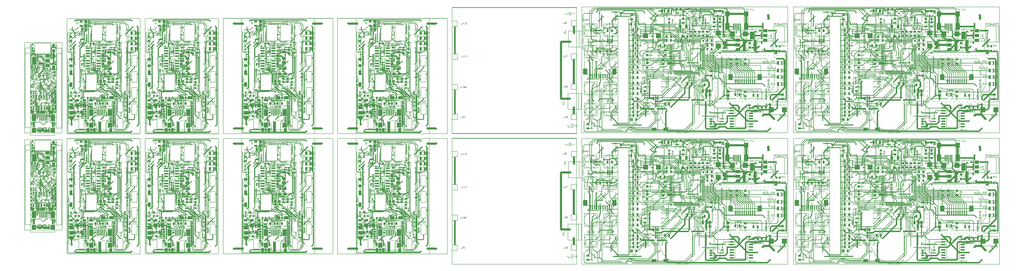
<source format=gbr>
G04 GerbMagic V3.6(Build 14551) Date:Mon Jul 18 19:18:36 2016*
G04 F:\2 SVN XBee\trunk\Proteus_All\ODB\XBeeAll.gbr *
%FSLAX24Y24*%
%MOIN*%
%SFA1.000B1.000*%
%MIA0B0*%
%OFA0B0*%
%INGerber*%
%IPPOS*%
%ADD10C,0.00787402*%
%ADD11C,0.023622*%
%ADD12C,0.00984252*%
%ADD13R,0.09X0.04*%
%ADD14R,0.1X0.08*%
%ADD15R,0.1X0.17*%
%ADD16R,0.0397X0.142*%
%ADD17R,0.0987X0.15*%
%ADD18R,0.0987X0.1144*%
%ADD19R,0.04X0.09*%
%ADD20R,0.055X0.055*%
%ADD21R,0.07X0.02*%
%ADD22R,0.08X0.06*%
%ADD23R,0.08X0.15*%
%ADD24R,0.0197X0.122*%
%ADD25R,0.0787X0.13*%
%ADD26R,0.0787X0.0944*%
%ADD27R,0.02X0.07*%
%ADD28R,0.024X0.059*%
%ADD29R,0.039X0.037*%
%ADD30R,0.037X0.035*%
%ADD31R,0.037X0.039*%
%ADD32R,0.057X0.091*%
%ADD33R,0.035X0.035*%
%ADD34R,0.049X0.071*%
%ADD35R,0.071X0.049*%
%ADD36R,0.087X0.061*%
%ADD37R,0.08X0.08*%
%ADD38C,0.01*%
%ADD39C,0.02*%
%ADD40C,0.012*%
%ADD41R,0.1X0.1*%
%ADD42C,0.05*%
%ADD43C,0.0100004*%
%ADD44C,0.0150004*%
%ADD45C,0.008*%
%ADD46C,0.07*%
%ADD47C,0.04*%
%ADD48C,0.03*%
%ADD49C,0.015*%
%ADD50R,0.1X0.045*%
%ADD51R,0.06X0.07*%
%ADD52R,0.07X0.06*%
%ADD53R,0.057X0.037*%
%ADD54R,0.043X0.069*%
%ADD55R,0.057X0.045*%
%ADD56R,0.071X0.045*%
%ADD57R,0.069X0.043*%
%ADD58R,0.08X0.025*%
%ADD59R,0.04X0.05*%
%ADD60R,0.05X0.04*%
%ADD61C,0.025*%
%ADD62C,0.08*%
%ADD63C,0.12*%
%ADD64R,0.06X0.06*%
%ADD65C,0.06*%
%ADD66C,0.1*%
%ADD67R,0.035748X0.0633071*%
%ADD68R,0.037X0.057*%
%ADD69R,0.059X0.022*%
%ADD70R,0.022X0.059*%
%ADD71R,0.015748X0.0433071*%
%ADD72R,0.055X0.207*%
%ADD73R,0.037X0.024*%
%ADD74C,0.091*%
%ADD75C,0.032*%
%ADD76C,0.059*%
%ADD77C,0.045*%
%ADD78C,0.125984*%
%ADD79C,0.006*%
%ADD80R,0.061X0.024*%
%ADD81R,0.083X0.11*%
%ADD82R,0.024X0.075*%
%ADD83R,0.091X0.057*%
%ADD84R,0.045X0.071*%
%ADD85R,0.096X0.093*%
%ADD86R,0.043X0.065*%
%ADD87R,0.059X0.012*%
%ADD88R,0.012X0.059*%
%ADD89R,0.093X0.096*%
%ADD90R,0.04X0.035*%
%ADD91C,0.11811*%
%ADD92R,0.06X0.055*%
%ADD93C,0.13*%
%ADD94C,0.178*%
%ADD95C,0.0393701*%
%ADD96C,0.16*%
%LN*
LPD*%
G54D49*
X8800Y15150D03*
X7818Y17693D03*
X7839Y18774D03*
X12000Y22861D03*
X8487Y25592D03*
X9357Y24488D03*
X9217Y24908D03*
X9300Y26067D03*
X9637Y14448D03*
X9387Y18788D03*
X10887Y22448D03*
X8737Y22698D03*
X9856Y21149D03*
X9408Y23470D03*
X7434Y22084D03*
X9387Y22948D03*
X8887Y17907D03*
X9637Y17898D03*
Y18448D03*
X9387Y22258D03*
X9897Y23338D03*
X8977Y26467D03*
X11236Y25858D03*
X11097Y26238D03*
X8627Y18418D03*
X8617Y14798D03*
X8597D03*
X10907Y18748D03*
X11067Y25038D03*
X11989Y26329D03*
X9761Y26977D03*
X10697Y26980D03*
X11297Y23508D03*
X10266Y22158D03*
X10012Y18573D03*
X10217Y21108D03*
X11133Y18428D03*
X10662Y18420D03*
X10597Y21698D03*
X10887Y21947D03*
X10980Y17861D03*
X11779Y16311D03*
X7557Y20797D03*
X7917Y20697D03*
X8587Y21617D03*
X9157Y18317D03*
X8507Y20228D03*
X9900Y22944D03*
X10324Y17719D03*
X9637Y21718D03*
X8762Y19909D03*
%LN*
LPD*%
X8800Y33347D03*
X7818Y35889D03*
X7839Y36970D03*
X12000Y41057D03*
X8487Y43788D03*
X9357Y42684D03*
X9217Y43104D03*
X9300Y44263D03*
X9637Y32644D03*
X9387Y36984D03*
X10887Y40644D03*
X8737Y40894D03*
X9856Y39345D03*
X9408Y41666D03*
X7434Y40280D03*
X9387Y41144D03*
X8887Y36104D03*
X9637Y36094D03*
Y36644D03*
X9387Y40454D03*
X9897Y41534D03*
X8977Y44663D03*
X11236Y44054D03*
X11097Y44434D03*
X8627Y36614D03*
X8617Y32994D03*
X8597D03*
X10907Y36944D03*
X11067Y43234D03*
X11989Y44525D03*
X9761Y45173D03*
X10697Y45176D03*
X11297Y41704D03*
X10266Y40354D03*
X10012Y36769D03*
X10217Y39304D03*
X11133Y36624D03*
X10662Y36616D03*
X10597Y39894D03*
X10887Y40144D03*
X10980Y36057D03*
X11779Y34507D03*
X7557Y38993D03*
X7917Y38894D03*
X8587Y39814D03*
X9157Y36514D03*
X8507Y38424D03*
X9900Y41141D03*
X10324Y35915D03*
X9637Y39914D03*
X8762Y38105D03*
%LN*
LPD*%
G54D46*
X6658Y28945D03*
X12643D03*
X6658Y12945D03*
X12643D03*
G54D47*
X6766Y27959D03*
Y26959D03*
Y25959D03*
Y24959D03*
Y23959D03*
Y22959D03*
Y21959D03*
Y20959D03*
Y19959D03*
Y18959D03*
Y17959D03*
Y16959D03*
Y15959D03*
Y14959D03*
Y13959D03*
X12593Y27881D03*
Y26881D03*
Y25881D03*
Y24881D03*
Y23881D03*
Y22881D03*
Y21881D03*
Y20881D03*
Y19881D03*
Y18881D03*
Y17881D03*
Y16881D03*
Y15881D03*
Y14881D03*
Y13881D03*
X10547Y28847D03*
Y27848D03*
X9547Y28847D03*
Y27848D03*
X8547Y28847D03*
Y27848D03*
G54D48*
X8802Y14166D03*
X10573D03*
%LN*
LPD*%
G54D46*
X6658Y47142D03*
X12643D03*
X6658Y31142D03*
X12643D03*
G54D47*
X6766Y46155D03*
Y45155D03*
Y44155D03*
Y43155D03*
Y42155D03*
Y41155D03*
Y40155D03*
Y39155D03*
Y38155D03*
Y37155D03*
Y36155D03*
Y35155D03*
Y34155D03*
Y33155D03*
Y32155D03*
X12593Y46077D03*
Y45077D03*
Y44077D03*
Y43077D03*
Y42077D03*
Y41077D03*
Y40077D03*
Y39077D03*
Y38077D03*
Y37077D03*
Y36077D03*
Y35077D03*
Y34077D03*
Y33077D03*
Y32077D03*
X10547Y47044D03*
Y46044D03*
X9547Y47044D03*
Y46044D03*
X8547Y47044D03*
Y46044D03*
G54D48*
X8802Y32362D03*
X10573D03*
%LN*
LPD*%
X6150Y29430D02*
G54D45*
G01Y12445D01*
X13190Y29430D02*
G01X6150D01*
X13190Y12445D02*
G01Y29430D01*
X6150Y12445D02*
G01X13190D01*
%LN*
LPD*%
X6150Y47666D02*
G01Y30682D01*
X13190Y47666D02*
G01X6150D01*
X13190Y30682D02*
G01Y47666D01*
X6150Y30682D02*
G01X13190D01*
%LN*
LPD*%
X7463Y28298D02*
G01Y28073D01*
X7463Y28185D02*
G01X7763D01*
X7463Y27997D02*
G01X7763Y27773D01*
X7763Y27997D02*
G01X7463Y27773D01*
X7753Y27288D02*
G01X7453D01*
X7453Y27288D02*
G01Y27100D01*
X7453Y27100D02*
G01X7503Y27063D01*
X7503Y27063D02*
G01X7553D01*
X7553Y27063D02*
G01X7603Y27100D01*
X7603Y27100D02*
G01Y27288D01*
X7603Y27100D02*
G01X7653Y27063D01*
X7653Y27063D02*
G01X7753D01*
X7453Y26988D02*
G01X7753Y26763D01*
X7753Y26988D02*
G01X7453Y26763D01*
X7767Y26341D02*
G01X7467D01*
X7467Y26341D02*
G01Y26154D01*
X7467Y26154D02*
G01X7517Y26116D01*
X7517Y26116D02*
G01X7567D01*
X7567Y26116D02*
G01X7617Y26154D01*
X7617Y26154D02*
G01Y26341D01*
X7617Y26154D02*
G01X7667Y26116D01*
X7667Y26116D02*
G01X7767D01*
X7717Y26041D02*
G01X7767Y26004D01*
X7767Y26004D02*
G01Y25854D01*
X7767Y25854D02*
G01X7717Y25816D01*
X7717Y25816D02*
G01X7667D01*
X7667Y25816D02*
G01X7617Y25854D01*
X7617Y25854D02*
G01Y26004D01*
X7617Y26004D02*
G01X7567Y26041D01*
X7567Y26041D02*
G01X7517D01*
X7517Y26041D02*
G01X7467Y26004D01*
X7467Y26004D02*
G01Y25854D01*
X7467Y25854D02*
G01X7517Y25816D01*
X7467Y25741D02*
G01Y25516D01*
X7467Y25629D02*
G01X7767D01*
X7663Y25217D02*
G01Y25143D01*
X7663Y25143D02*
G01X7763D01*
X7763Y25143D02*
G01Y25293D01*
X7763Y25293D02*
G01X7663Y25368D01*
X7663Y25368D02*
G01X7563D01*
X7563Y25368D02*
G01X7463Y25293D01*
X7463Y25293D02*
G01Y25180D01*
X7463Y25180D02*
G01X7513Y25143D01*
X7763Y25068D02*
G01X7463D01*
X7463Y25068D02*
G01X7763Y24843D01*
X7763Y24843D02*
G01X7463D01*
X7763Y24768D02*
G01X7463D01*
X7463Y24768D02*
G01Y24618D01*
X7463Y24618D02*
G01X7563Y24543D01*
X7563Y24543D02*
G01X7663D01*
X7663Y24543D02*
G01X7763Y24618D01*
X7763Y24618D02*
G01Y24768D01*
X7744Y24246D02*
G01X7444D01*
X7444Y24246D02*
G01Y24096D01*
X7444Y24096D02*
G01X7544Y24021D01*
X7544Y24021D02*
G01X7644D01*
X7644Y24021D02*
G01X7744Y24096D01*
X7744Y24096D02*
G01Y24246D01*
X7494Y23909D02*
G01X7444Y23871D01*
X7444Y23871D02*
G01Y23759D01*
X7444Y23759D02*
G01X7494Y23721D01*
X7494Y23721D02*
G01X7544D01*
X7544Y23721D02*
G01X7594Y23759D01*
X7594Y23759D02*
G01Y23871D01*
X7594Y23871D02*
G01X7644Y23909D01*
X7644Y23909D02*
G01X7744D01*
X7744Y23909D02*
G01Y23721D01*
X7725Y23256D02*
G01X7425D01*
X7425Y23256D02*
G01Y23106D01*
X7425Y23106D02*
G01X7525Y23031D01*
X7525Y23031D02*
G01X7625D01*
X7625Y23031D02*
G01X7725Y23106D01*
X7725Y23106D02*
G01Y23256D01*
X7475Y22919D02*
G01X7425Y22881D01*
X7425Y22881D02*
G01Y22769D01*
X7425Y22769D02*
G01X7475Y22731D01*
X7475Y22731D02*
G01X7525D01*
X7525Y22731D02*
G01X7575Y22769D01*
X7575Y22769D02*
G01X7625Y22731D01*
X7625Y22731D02*
G01X7675D01*
X7675Y22731D02*
G01X7725Y22769D01*
X7725Y22769D02*
G01Y22881D01*
X7725Y22881D02*
G01X7675Y22919D01*
X7575Y22844D02*
G01Y22769D01*
X7975Y22283D02*
G01X7675D01*
X7675Y22283D02*
G01Y22133D01*
X7675Y22133D02*
G01X7775Y22058D01*
X7775Y22058D02*
G01X7875D01*
X7875Y22058D02*
G01X7975Y22133D01*
X7975Y22133D02*
G01Y22283D01*
X7875Y21758D02*
G01Y21983D01*
X7875Y21983D02*
G01X7675Y21833D01*
X7675Y21833D02*
G01X7975D01*
X7754Y21478D02*
G01X7454D01*
X7454Y21478D02*
G01Y21328D01*
X7454Y21328D02*
G01X7554Y21253D01*
X7554Y21253D02*
G01X7654D01*
X7654Y21253D02*
G01X7754Y21328D01*
X7754Y21328D02*
G01Y21478D01*
X7454Y20953D02*
G01Y21141D01*
X7454Y21141D02*
G01X7554D01*
X7554Y21141D02*
G01Y20991D01*
X7554Y20991D02*
G01X7604Y20953D01*
X7604Y20953D02*
G01X7704D01*
X7704Y20953D02*
G01X7754Y20991D01*
X7754Y20991D02*
G01Y21103D01*
X7754Y21103D02*
G01X7704Y21141D01*
X7754Y20244D02*
G01X7454D01*
X7454Y20244D02*
G01Y20094D01*
X7454Y20094D02*
G01X7554Y20019D01*
X7554Y20019D02*
G01X7654D01*
X7654Y20019D02*
G01X7754Y20094D01*
X7754Y20094D02*
G01Y20244D01*
X7504Y19719D02*
G01X7454Y19757D01*
X7454Y19757D02*
G01Y19869D01*
X7454Y19869D02*
G01X7504Y19907D01*
X7504Y19907D02*
G01X7704D01*
X7704Y19907D02*
G01X7754Y19869D01*
X7754Y19869D02*
G01Y19757D01*
X7754Y19757D02*
G01X7704Y19719D01*
X7704Y19719D02*
G01X7654D01*
X7654Y19719D02*
G01X7604Y19757D01*
X7604Y19757D02*
G01Y19907D01*
X7755Y19281D02*
G01X7455D01*
X7455Y19281D02*
G01Y19131D01*
X7455Y19131D02*
G01X7555Y19056D01*
X7555Y19056D02*
G01X7655D01*
X7655Y19056D02*
G01X7755Y19131D01*
X7755Y19131D02*
G01Y19281D01*
X7455Y18944D02*
G01Y18756D01*
X7455Y18756D02*
G01X7505D01*
X7505Y18756D02*
G01X7755Y18944D01*
X7753Y18247D02*
G01X7453D01*
X7453Y18247D02*
G01Y18097D01*
X7453Y18097D02*
G01X7553Y18022D01*
X7553Y18022D02*
G01X7653D01*
X7653Y18022D02*
G01X7753Y18097D01*
X7753Y18097D02*
G01Y18247D01*
X7603Y17872D02*
G01X7553Y17909D01*
X7553Y17909D02*
G01X7503D01*
X7503Y17909D02*
G01X7453Y17872D01*
X7453Y17872D02*
G01Y17759D01*
X7453Y17759D02*
G01X7503Y17722D01*
X7503Y17722D02*
G01X7553D01*
X7553Y17722D02*
G01X7603Y17759D01*
X7603Y17759D02*
G01Y17872D01*
X7603Y17872D02*
G01X7653Y17909D01*
X7653Y17909D02*
G01X7703D01*
X7703Y17909D02*
G01X7753Y17872D01*
X7753Y17872D02*
G01Y17759D01*
X7753Y17759D02*
G01X7703Y17722D01*
X7703Y17722D02*
G01X7653D01*
X7653Y17722D02*
G01X7603Y17759D01*
X7744Y17212D02*
G01X7444D01*
X7444Y17212D02*
G01Y17062D01*
X7444Y17062D02*
G01X7544Y16987D01*
X7544Y16987D02*
G01X7644D01*
X7644Y16987D02*
G01X7744Y17062D01*
X7744Y17062D02*
G01Y17212D01*
X7544Y16687D02*
G01X7594Y16724D01*
X7594Y16724D02*
G01Y16837D01*
X7594Y16837D02*
G01X7544Y16874D01*
X7544Y16874D02*
G01X7494D01*
X7494Y16874D02*
G01X7444Y16837D01*
X7444Y16837D02*
G01Y16724D01*
X7444Y16724D02*
G01X7494Y16687D01*
X7494Y16687D02*
G01X7694D01*
X7694Y16687D02*
G01X7744Y16724D01*
X7744Y16724D02*
G01Y16837D01*
X7744Y16406D02*
G01X7444D01*
X7444Y16406D02*
G01Y16256D01*
X7444Y16256D02*
G01X7544Y16181D01*
X7544Y16181D02*
G01X7644D01*
X7644Y16181D02*
G01X7744Y16256D01*
X7744Y16256D02*
G01Y16406D01*
X7544Y16031D02*
G01X7444Y15956D01*
X7444Y15956D02*
G01X7744D01*
X7694Y15806D02*
G01X7494D01*
X7494Y15806D02*
G01X7444Y15769D01*
X7444Y15769D02*
G01Y15619D01*
X7444Y15619D02*
G01X7494Y15581D01*
X7494Y15581D02*
G01X7694D01*
X7694Y15581D02*
G01X7744Y15619D01*
X7744Y15619D02*
G01Y15769D01*
X7744Y15769D02*
G01X7694Y15806D01*
X7744Y15806D02*
G01X7444Y15581D01*
X7744Y15313D02*
G01X7444D01*
X7444Y15313D02*
G01Y15163D01*
X7444Y15163D02*
G01X7544Y15088D01*
X7544Y15088D02*
G01X7644D01*
X7644Y15088D02*
G01X7744Y15163D01*
X7744Y15163D02*
G01Y15313D01*
X7544Y14938D02*
G01X7444Y14863D01*
X7444Y14863D02*
G01X7744D01*
X7544Y14638D02*
G01X7444Y14563D01*
X7444Y14563D02*
G01X7744D01*
X7734Y14342D02*
G01X7434D01*
X7434Y14342D02*
G01Y14192D01*
X7434Y14192D02*
G01X7534Y14117D01*
X7534Y14117D02*
G01X7634D01*
X7634Y14117D02*
G01X7734Y14192D01*
X7734Y14192D02*
G01Y14342D01*
X7534Y13967D02*
G01X7434Y13892D01*
X7434Y13892D02*
G01X7734D01*
X7484Y13704D02*
G01X7434Y13667D01*
X7434Y13667D02*
G01Y13554D01*
X7434Y13554D02*
G01X7484Y13517D01*
X7484Y13517D02*
G01X7534D01*
X7534Y13517D02*
G01X7584Y13554D01*
X7584Y13554D02*
G01Y13667D01*
X7584Y13667D02*
G01X7634Y13704D01*
X7634Y13704D02*
G01X7734D01*
X7734Y13704D02*
G01Y13517D01*
X11474Y13404D02*
G01X11774D01*
X11774Y13404D02*
G01Y13554D01*
X11774Y13554D02*
G01X11674Y13629D01*
X11674Y13629D02*
G01X11574D01*
X11574Y13629D02*
G01X11474Y13554D01*
X11474Y13554D02*
G01Y13404D01*
X11674Y13779D02*
G01X11774Y13854D01*
X11774Y13854D02*
G01X11474D01*
X11724Y14042D02*
G01X11774Y14079D01*
X11774Y14079D02*
G01Y14192D01*
X11774Y14192D02*
G01X11724Y14229D01*
X11724Y14229D02*
G01X11674D01*
X11674Y14229D02*
G01X11624Y14192D01*
X11624Y14192D02*
G01X11574Y14229D01*
X11574Y14229D02*
G01X11524D01*
X11524Y14229D02*
G01X11474Y14192D01*
X11474Y14192D02*
G01Y14079D01*
X11474Y14079D02*
G01X11524Y14042D01*
X11624Y14117D02*
G01Y14192D01*
X11734Y14430D02*
G01X11784Y14468D01*
X11784Y14468D02*
G01Y14580D01*
X11784Y14580D02*
G01X11734Y14618D01*
X11734Y14618D02*
G01X11684D01*
X11684Y14618D02*
G01X11634Y14580D01*
X11634Y14580D02*
G01X11584Y14618D01*
X11584Y14618D02*
G01X11534D01*
X11534Y14618D02*
G01X11484Y14580D01*
X11484Y14580D02*
G01Y14468D01*
X11484Y14468D02*
G01X11534Y14430D01*
X11634Y14505D02*
G01Y14580D01*
X11784Y14693D02*
G01X11634D01*
X11634Y14693D02*
G01X11484Y14805D01*
X11484Y14805D02*
G01X11634Y14918D01*
X11634Y14918D02*
G01X11784D01*
X11734Y15030D02*
G01X11784Y15068D01*
X11784Y15068D02*
G01Y15180D01*
X11784Y15180D02*
G01X11734Y15218D01*
X11734Y15218D02*
G01X11684D01*
X11684Y15218D02*
G01X11634Y15180D01*
X11634Y15180D02*
G01X11584Y15218D01*
X11584Y15218D02*
G01X11534D01*
X11534Y15218D02*
G01X11484Y15180D01*
X11484Y15180D02*
G01Y15068D01*
X11484Y15068D02*
G01X11534Y15030D01*
X11634Y15105D02*
G01Y15180D01*
X11484Y15422D02*
G01X11684D01*
X11684Y15422D02*
G01X11784Y15497D01*
X11784Y15497D02*
G01Y15572D01*
X11784Y15572D02*
G01X11684Y15647D01*
X11684Y15647D02*
G01X11484D01*
X11584Y15422D02*
G01Y15647D01*
X11484Y15722D02*
G01X11784D01*
X11784Y15722D02*
G01Y15910D01*
X11784Y15910D02*
G01X11734Y15947D01*
X11734Y15947D02*
G01X11684D01*
X11684Y15947D02*
G01X11634Y15910D01*
X11634Y15910D02*
G01Y15722D01*
X11634Y15910D02*
G01X11584Y15947D01*
X11584Y15947D02*
G01X11484D01*
X11484Y16022D02*
G01X11784D01*
X11784Y16022D02*
G01Y16247D01*
X11634Y16022D02*
G01Y16172D01*
X11483Y16625D02*
G01X11683D01*
X11683Y16625D02*
G01X11783Y16700D01*
X11783Y16700D02*
G01Y16775D01*
X11783Y16775D02*
G01X11683Y16850D01*
X11683Y16850D02*
G01X11483D01*
X11583Y16625D02*
G01Y16850D01*
X11533Y16925D02*
G01X11733D01*
X11733Y16925D02*
G01X11783Y16963D01*
X11783Y16963D02*
G01Y17113D01*
X11783Y17113D02*
G01X11733Y17150D01*
X11733Y17150D02*
G01X11533D01*
X11533Y17150D02*
G01X11483Y17113D01*
X11483Y17113D02*
G01Y16963D01*
X11483Y16963D02*
G01X11533Y16925D01*
X11483Y16925D02*
G01X11783Y17150D01*
X11513Y17579D02*
G01X11713D01*
X11713Y17579D02*
G01X11813Y17654D01*
X11813Y17654D02*
G01Y17729D01*
X11813Y17729D02*
G01X11713Y17804D01*
X11713Y17804D02*
G01X11513D01*
X11613Y17579D02*
G01Y17804D01*
X11713Y17954D02*
G01X11813Y18029D01*
X11813Y18029D02*
G01X11513D01*
X11553Y18574D02*
G01X11753D01*
X11753Y18574D02*
G01X11853Y18649D01*
X11853Y18649D02*
G01Y18724D01*
X11853Y18724D02*
G01X11753Y18799D01*
X11753Y18799D02*
G01X11553D01*
X11653Y18574D02*
G01Y18799D01*
X11803Y18911D02*
G01X11853Y18949D01*
X11853Y18949D02*
G01Y19061D01*
X11853Y19061D02*
G01X11803Y19099D01*
X11803Y19099D02*
G01X11753D01*
X11753Y19099D02*
G01X11703Y19061D01*
X11703Y19061D02*
G01Y18949D01*
X11703Y18949D02*
G01X11653Y18911D01*
X11653Y18911D02*
G01X11553D01*
X11553Y18911D02*
G01Y19099D01*
X11538Y19602D02*
G01X11738D01*
X11738Y19602D02*
G01X11838Y19677D01*
X11838Y19677D02*
G01Y19752D01*
X11838Y19752D02*
G01X11738Y19827D01*
X11738Y19827D02*
G01X11538D01*
X11638Y19602D02*
G01Y19827D01*
X11788Y19940D02*
G01X11838Y19977D01*
X11838Y19977D02*
G01Y20090D01*
X11838Y20090D02*
G01X11788Y20127D01*
X11788Y20127D02*
G01X11738D01*
X11738Y20127D02*
G01X11688Y20090D01*
X11688Y20090D02*
G01X11638Y20127D01*
X11638Y20127D02*
G01X11588D01*
X11588Y20127D02*
G01X11538Y20090D01*
X11538Y20090D02*
G01Y19977D01*
X11538Y19977D02*
G01X11588Y19940D01*
X11688Y20015D02*
G01Y20090D01*
X11533Y20571D02*
G01X11733D01*
X11733Y20571D02*
G01X11833Y20646D01*
X11833Y20646D02*
G01Y20721D01*
X11833Y20721D02*
G01X11733Y20796D01*
X11733Y20796D02*
G01X11533D01*
X11633Y20571D02*
G01Y20796D01*
X11633Y21096D02*
G01Y20871D01*
X11633Y20871D02*
G01X11833Y21021D01*
X11833Y21021D02*
G01X11533D01*
X11514Y21555D02*
G01X11714D01*
X11714Y21555D02*
G01X11814Y21630D01*
X11814Y21630D02*
G01Y21705D01*
X11814Y21705D02*
G01X11714Y21780D01*
X11714Y21780D02*
G01X11514D01*
X11614Y21555D02*
G01Y21780D01*
X11814Y22080D02*
G01Y21893D01*
X11814Y21893D02*
G01X11714D01*
X11714Y21893D02*
G01Y22043D01*
X11714Y22043D02*
G01X11664Y22080D01*
X11664Y22080D02*
G01X11564D01*
X11564Y22080D02*
G01X11514Y22043D01*
X11514Y22043D02*
G01Y21930D01*
X11514Y21930D02*
G01X11564Y21893D01*
X11454Y22539D02*
G01X11654D01*
X11654Y22539D02*
G01X11754Y22614D01*
X11754Y22614D02*
G01Y22689D01*
X11754Y22689D02*
G01X11654Y22764D01*
X11654Y22764D02*
G01X11454D01*
X11554Y22539D02*
G01Y22764D01*
X11704Y23064D02*
G01X11754Y23027D01*
X11754Y23027D02*
G01Y22914D01*
X11754Y22914D02*
G01X11704Y22877D01*
X11704Y22877D02*
G01X11504D01*
X11504Y22877D02*
G01X11454Y22914D01*
X11454Y22914D02*
G01Y23027D01*
X11454Y23027D02*
G01X11504Y23064D01*
X11504Y23064D02*
G01X11554D01*
X11554Y23064D02*
G01X11604Y23027D01*
X11604Y23027D02*
G01Y22877D01*
X11544Y23603D02*
G01X11744D01*
X11744Y23603D02*
G01X11844Y23678D01*
X11844Y23678D02*
G01Y23753D01*
X11844Y23753D02*
G01X11744Y23828D01*
X11744Y23828D02*
G01X11544D01*
X11644Y23603D02*
G01Y23828D01*
X11844Y23941D02*
G01Y24128D01*
X11844Y24128D02*
G01X11794D01*
X11794Y24128D02*
G01X11544Y23941D01*
X11835Y24852D02*
G01Y24665D01*
X11835Y24665D02*
G01X11735D01*
X11735Y24665D02*
G01Y24815D01*
X11735Y24815D02*
G01X11685Y24852D01*
X11685Y24852D02*
G01X11585D01*
X11585Y24852D02*
G01X11535Y24815D01*
X11535Y24815D02*
G01Y24702D01*
X11535Y24702D02*
G01X11585Y24665D01*
X11835Y24927D02*
G01X11685D01*
X11685Y24927D02*
G01X11535Y25040D01*
X11535Y25040D02*
G01X11685Y25152D01*
X11685Y25152D02*
G01X11835D01*
X11505Y25561D02*
G01X11805D01*
X11805Y25561D02*
G01Y25748D01*
X11805Y25748D02*
G01X11755Y25786D01*
X11755Y25786D02*
G01X11705D01*
X11705Y25786D02*
G01X11655Y25748D01*
X11655Y25748D02*
G01Y25561D01*
X11655Y25748D02*
G01X11605Y25786D01*
X11605Y25786D02*
G01X11505D01*
X11555Y25861D02*
G01X11505Y25898D01*
X11505Y25898D02*
G01Y26048D01*
X11505Y26048D02*
G01X11555Y26086D01*
X11555Y26086D02*
G01X11605D01*
X11605Y26086D02*
G01X11655Y26048D01*
X11655Y26048D02*
G01Y25898D01*
X11655Y25898D02*
G01X11705Y25861D01*
X11705Y25861D02*
G01X11755D01*
X11755Y25861D02*
G01X11805Y25898D01*
X11805Y25898D02*
G01Y26048D01*
X11805Y26048D02*
G01X11755Y26086D01*
X11805Y26161D02*
G01Y26386D01*
X11805Y26273D02*
G01X11505D01*
X11615Y26696D02*
G01Y26771D01*
X11615Y26771D02*
G01X11515D01*
X11515Y26771D02*
G01Y26621D01*
X11515Y26621D02*
G01X11615Y26546D01*
X11615Y26546D02*
G01X11715D01*
X11715Y26546D02*
G01X11815Y26621D01*
X11815Y26621D02*
G01Y26733D01*
X11815Y26733D02*
G01X11765Y26771D01*
X11515Y26846D02*
G01X11815D01*
X11815Y26846D02*
G01X11515Y27071D01*
X11515Y27071D02*
G01X11815D01*
X11515Y27146D02*
G01X11815D01*
X11815Y27146D02*
G01Y27296D01*
X11815Y27296D02*
G01X11715Y27371D01*
X11715Y27371D02*
G01X11615D01*
X11615Y27371D02*
G01X11515Y27296D01*
X11515Y27296D02*
G01Y27146D01*
X11795Y27651D02*
G01X11645D01*
X11645Y27651D02*
G01X11495Y27726D01*
X11495Y27726D02*
G01X11645Y27801D01*
X11645Y27801D02*
G01X11795D01*
X11795Y27876D02*
G01Y27976D01*
X11795Y27926D02*
G01X11495D01*
X11495Y27876D02*
G01Y27976D01*
X11495Y28051D02*
G01X11795D01*
X11795Y28051D02*
G01X11495Y28201D01*
X11495Y28201D02*
G01X11795D01*
X9969Y14563D02*
G54D43*
G01X10509D01*
X10509Y14563D02*
G01X9969Y14863D01*
X9969Y14863D02*
G01X10509D01*
X9969Y14963D02*
G01X10329D01*
X10329Y14963D02*
G01X10509Y15063D01*
X10509Y15063D02*
G01Y15163D01*
X10509Y15163D02*
G01X10329Y15263D01*
X10329Y15263D02*
G01X9969D01*
X10149Y14963D02*
G01Y15263D01*
X9969Y15363D02*
G01X10509D01*
X10509Y15363D02*
G01X9969Y15663D01*
X9969Y15663D02*
G01X10509D01*
X10329Y15763D02*
G01X10509Y15863D01*
X10509Y15863D02*
G01Y15963D01*
X10509Y15963D02*
G01X10329Y16063D01*
X10329Y16063D02*
G01X10149D01*
X10149Y16063D02*
G01X9969Y15963D01*
X9969Y15963D02*
G01Y15863D01*
X9969Y15863D02*
G01X10149Y15763D01*
X10149Y15763D02*
G01X10329D01*
X10509Y16563D02*
G01X10239D01*
X10239Y16563D02*
G01X9969Y16713D01*
X9969Y16713D02*
G01X10239Y16863D01*
X10239Y16863D02*
G01X10509D01*
X10419Y17013D02*
G01X10509Y17063D01*
X10509Y17063D02*
G01Y17213D01*
X10509Y17213D02*
G01X10419Y17263D01*
X10419Y17263D02*
G01X10329D01*
X10329Y17263D02*
G01X10239Y17213D01*
X10239Y17213D02*
G01X10149Y17263D01*
X10149Y17263D02*
G01X10059D01*
X10059Y17263D02*
G01X9969Y17213D01*
X9969Y17213D02*
G01Y17063D01*
X9969Y17063D02*
G01X10059Y17013D01*
X10239Y17113D02*
G01Y17213D01*
X10806Y12742D02*
G54D44*
G01X11181D01*
X11181Y12742D02*
G01Y13462D01*
X11181Y13462D02*
G01X10806D01*
X11181Y13102D02*
G01X10931D01*
X10681Y13462D02*
G01Y12742D01*
X10681Y12742D02*
G01X10306D01*
X9806Y12742D02*
G01X10181D01*
X10181Y12742D02*
G01Y13462D01*
X10181Y13462D02*
G01X9806D01*
X10181Y13102D02*
G01X9931D01*
X9681Y12742D02*
G01Y13462D01*
X9681Y13462D02*
G01X9494Y13102D01*
X9494Y13102D02*
G01X9306Y13462D01*
X9306Y13462D02*
G01Y12742D01*
X9119Y13462D02*
G01X8869D01*
X8994Y13462D02*
G01Y12742D01*
X9119Y12742D02*
G01X8869D01*
X8681Y13462D02*
G01Y12742D01*
X8306Y13462D02*
G01X8494Y13102D01*
X8494Y13102D02*
G01X8306Y12742D01*
X8681Y13102D02*
G01X8494D01*
X11396Y29022D02*
G54D45*
G01X11276Y28922D01*
X11276Y28922D02*
G01X11636D01*
%LN*
LPD*%
X7463Y46494D02*
G01Y46269D01*
X7463Y46381D02*
G01X7763D01*
X7463Y46194D02*
G01X7763Y45969D01*
X7763Y46194D02*
G01X7463Y45969D01*
X7753Y45484D02*
G01X7453D01*
X7453Y45484D02*
G01Y45296D01*
X7453Y45296D02*
G01X7503Y45259D01*
X7503Y45259D02*
G01X7553D01*
X7553Y45259D02*
G01X7603Y45296D01*
X7603Y45296D02*
G01Y45484D01*
X7603Y45296D02*
G01X7653Y45259D01*
X7653Y45259D02*
G01X7753D01*
X7453Y45184D02*
G01X7753Y44959D01*
X7753Y45184D02*
G01X7453Y44959D01*
X7767Y44537D02*
G01X7467D01*
X7467Y44537D02*
G01Y44350D01*
X7467Y44350D02*
G01X7517Y44312D01*
X7517Y44312D02*
G01X7567D01*
X7567Y44312D02*
G01X7617Y44350D01*
X7617Y44350D02*
G01Y44537D01*
X7617Y44350D02*
G01X7667Y44312D01*
X7667Y44312D02*
G01X7767D01*
X7717Y44237D02*
G01X7767Y44200D01*
X7767Y44200D02*
G01Y44050D01*
X7767Y44050D02*
G01X7717Y44012D01*
X7717Y44012D02*
G01X7667D01*
X7667Y44012D02*
G01X7617Y44050D01*
X7617Y44050D02*
G01Y44200D01*
X7617Y44200D02*
G01X7567Y44237D01*
X7567Y44237D02*
G01X7517D01*
X7517Y44237D02*
G01X7467Y44200D01*
X7467Y44200D02*
G01Y44050D01*
X7467Y44050D02*
G01X7517Y44012D01*
X7467Y43937D02*
G01Y43712D01*
X7467Y43825D02*
G01X7767D01*
X7663Y43414D02*
G01Y43339D01*
X7663Y43339D02*
G01X7763D01*
X7763Y43339D02*
G01Y43489D01*
X7763Y43489D02*
G01X7663Y43564D01*
X7663Y43564D02*
G01X7563D01*
X7563Y43564D02*
G01X7463Y43489D01*
X7463Y43489D02*
G01Y43376D01*
X7463Y43376D02*
G01X7513Y43339D01*
X7763Y43264D02*
G01X7463D01*
X7463Y43264D02*
G01X7763Y43039D01*
X7763Y43039D02*
G01X7463D01*
X7763Y42964D02*
G01X7463D01*
X7463Y42964D02*
G01Y42814D01*
X7463Y42814D02*
G01X7563Y42739D01*
X7563Y42739D02*
G01X7663D01*
X7663Y42739D02*
G01X7763Y42814D01*
X7763Y42814D02*
G01Y42964D01*
X7744Y42442D02*
G01X7444D01*
X7444Y42442D02*
G01Y42292D01*
X7444Y42292D02*
G01X7544Y42217D01*
X7544Y42217D02*
G01X7644D01*
X7644Y42217D02*
G01X7744Y42292D01*
X7744Y42292D02*
G01Y42442D01*
X7494Y42105D02*
G01X7444Y42067D01*
X7444Y42067D02*
G01Y41955D01*
X7444Y41955D02*
G01X7494Y41917D01*
X7494Y41917D02*
G01X7544D01*
X7544Y41917D02*
G01X7594Y41955D01*
X7594Y41955D02*
G01Y42067D01*
X7594Y42067D02*
G01X7644Y42105D01*
X7644Y42105D02*
G01X7744D01*
X7744Y42105D02*
G01Y41917D01*
X7725Y41452D02*
G01X7425D01*
X7425Y41452D02*
G01Y41302D01*
X7425Y41302D02*
G01X7525Y41227D01*
X7525Y41227D02*
G01X7625D01*
X7625Y41227D02*
G01X7725Y41302D01*
X7725Y41302D02*
G01Y41452D01*
X7475Y41115D02*
G01X7425Y41077D01*
X7425Y41077D02*
G01Y40965D01*
X7425Y40965D02*
G01X7475Y40927D01*
X7475Y40927D02*
G01X7525D01*
X7525Y40927D02*
G01X7575Y40965D01*
X7575Y40965D02*
G01X7625Y40927D01*
X7625Y40927D02*
G01X7675D01*
X7675Y40927D02*
G01X7725Y40965D01*
X7725Y40965D02*
G01Y41077D01*
X7725Y41077D02*
G01X7675Y41115D01*
X7575Y41040D02*
G01Y40965D01*
X7975Y40479D02*
G01X7675D01*
X7675Y40479D02*
G01Y40329D01*
X7675Y40329D02*
G01X7775Y40254D01*
X7775Y40254D02*
G01X7875D01*
X7875Y40254D02*
G01X7975Y40329D01*
X7975Y40329D02*
G01Y40479D01*
X7875Y39954D02*
G01Y40179D01*
X7875Y40179D02*
G01X7675Y40029D01*
X7675Y40029D02*
G01X7975D01*
X7754Y39675D02*
G01X7454D01*
X7454Y39675D02*
G01Y39525D01*
X7454Y39525D02*
G01X7554Y39450D01*
X7554Y39450D02*
G01X7654D01*
X7654Y39450D02*
G01X7754Y39525D01*
X7754Y39525D02*
G01Y39675D01*
X7454Y39150D02*
G01Y39337D01*
X7454Y39337D02*
G01X7554D01*
X7554Y39337D02*
G01Y39187D01*
X7554Y39187D02*
G01X7604Y39150D01*
X7604Y39150D02*
G01X7704D01*
X7704Y39150D02*
G01X7754Y39187D01*
X7754Y39187D02*
G01Y39300D01*
X7754Y39300D02*
G01X7704Y39337D01*
X7754Y38440D02*
G01X7454D01*
X7454Y38440D02*
G01Y38290D01*
X7454Y38290D02*
G01X7554Y38215D01*
X7554Y38215D02*
G01X7654D01*
X7654Y38215D02*
G01X7754Y38290D01*
X7754Y38290D02*
G01Y38440D01*
X7504Y37915D02*
G01X7454Y37953D01*
X7454Y37953D02*
G01Y38065D01*
X7454Y38065D02*
G01X7504Y38103D01*
X7504Y38103D02*
G01X7704D01*
X7704Y38103D02*
G01X7754Y38065D01*
X7754Y38065D02*
G01Y37953D01*
X7754Y37953D02*
G01X7704Y37915D01*
X7704Y37915D02*
G01X7654D01*
X7654Y37915D02*
G01X7604Y37953D01*
X7604Y37953D02*
G01Y38103D01*
X7755Y37477D02*
G01X7455D01*
X7455Y37477D02*
G01Y37327D01*
X7455Y37327D02*
G01X7555Y37252D01*
X7555Y37252D02*
G01X7655D01*
X7655Y37252D02*
G01X7755Y37327D01*
X7755Y37327D02*
G01Y37477D01*
X7455Y37140D02*
G01Y36952D01*
X7455Y36952D02*
G01X7505D01*
X7505Y36952D02*
G01X7755Y37140D01*
X7753Y36443D02*
G01X7453D01*
X7453Y36443D02*
G01Y36293D01*
X7453Y36293D02*
G01X7553Y36218D01*
X7553Y36218D02*
G01X7653D01*
X7653Y36218D02*
G01X7753Y36293D01*
X7753Y36293D02*
G01Y36443D01*
X7603Y36068D02*
G01X7553Y36106D01*
X7553Y36106D02*
G01X7503D01*
X7503Y36106D02*
G01X7453Y36068D01*
X7453Y36068D02*
G01Y35956D01*
X7453Y35956D02*
G01X7503Y35918D01*
X7503Y35918D02*
G01X7553D01*
X7553Y35918D02*
G01X7603Y35956D01*
X7603Y35956D02*
G01Y36068D01*
X7603Y36068D02*
G01X7653Y36106D01*
X7653Y36106D02*
G01X7703D01*
X7703Y36106D02*
G01X7753Y36068D01*
X7753Y36068D02*
G01Y35956D01*
X7753Y35956D02*
G01X7703Y35918D01*
X7703Y35918D02*
G01X7653D01*
X7653Y35918D02*
G01X7603Y35956D01*
X7744Y35408D02*
G01X7444D01*
X7444Y35408D02*
G01Y35258D01*
X7444Y35258D02*
G01X7544Y35183D01*
X7544Y35183D02*
G01X7644D01*
X7644Y35183D02*
G01X7744Y35258D01*
X7744Y35258D02*
G01Y35408D01*
X7544Y34883D02*
G01X7594Y34921D01*
X7594Y34921D02*
G01Y35033D01*
X7594Y35033D02*
G01X7544Y35071D01*
X7544Y35071D02*
G01X7494D01*
X7494Y35071D02*
G01X7444Y35033D01*
X7444Y35033D02*
G01Y34921D01*
X7444Y34921D02*
G01X7494Y34883D01*
X7494Y34883D02*
G01X7694D01*
X7694Y34883D02*
G01X7744Y34921D01*
X7744Y34921D02*
G01Y35033D01*
X7744Y34603D02*
G01X7444D01*
X7444Y34603D02*
G01Y34453D01*
X7444Y34453D02*
G01X7544Y34378D01*
X7544Y34378D02*
G01X7644D01*
X7644Y34378D02*
G01X7744Y34453D01*
X7744Y34453D02*
G01Y34603D01*
X7544Y34228D02*
G01X7444Y34153D01*
X7444Y34153D02*
G01X7744D01*
X7694Y34003D02*
G01X7494D01*
X7494Y34003D02*
G01X7444Y33965D01*
X7444Y33965D02*
G01Y33815D01*
X7444Y33815D02*
G01X7494Y33778D01*
X7494Y33778D02*
G01X7694D01*
X7694Y33778D02*
G01X7744Y33815D01*
X7744Y33815D02*
G01Y33965D01*
X7744Y33965D02*
G01X7694Y34003D01*
X7744Y34003D02*
G01X7444Y33778D01*
X7744Y33510D02*
G01X7444D01*
X7444Y33510D02*
G01Y33360D01*
X7444Y33360D02*
G01X7544Y33285D01*
X7544Y33285D02*
G01X7644D01*
X7644Y33285D02*
G01X7744Y33360D01*
X7744Y33360D02*
G01Y33510D01*
X7544Y33135D02*
G01X7444Y33060D01*
X7444Y33060D02*
G01X7744D01*
X7544Y32835D02*
G01X7444Y32760D01*
X7444Y32760D02*
G01X7744D01*
X7734Y32538D02*
G01X7434D01*
X7434Y32538D02*
G01Y32388D01*
X7434Y32388D02*
G01X7534Y32313D01*
X7534Y32313D02*
G01X7634D01*
X7634Y32313D02*
G01X7734Y32388D01*
X7734Y32388D02*
G01Y32538D01*
X7534Y32163D02*
G01X7434Y32088D01*
X7434Y32088D02*
G01X7734D01*
X7484Y31901D02*
G01X7434Y31863D01*
X7434Y31863D02*
G01Y31751D01*
X7434Y31751D02*
G01X7484Y31713D01*
X7484Y31713D02*
G01X7534D01*
X7534Y31713D02*
G01X7584Y31751D01*
X7584Y31751D02*
G01Y31863D01*
X7584Y31863D02*
G01X7634Y31901D01*
X7634Y31901D02*
G01X7734D01*
X7734Y31901D02*
G01Y31713D01*
X11474Y31601D02*
G01X11774D01*
X11774Y31601D02*
G01Y31751D01*
X11774Y31751D02*
G01X11674Y31826D01*
X11674Y31826D02*
G01X11574D01*
X11574Y31826D02*
G01X11474Y31751D01*
X11474Y31751D02*
G01Y31601D01*
X11674Y31976D02*
G01X11774Y32050D01*
X11774Y32050D02*
G01X11474D01*
X11724Y32238D02*
G01X11774Y32275D01*
X11774Y32275D02*
G01Y32388D01*
X11774Y32388D02*
G01X11724Y32426D01*
X11724Y32426D02*
G01X11674D01*
X11674Y32426D02*
G01X11624Y32388D01*
X11624Y32388D02*
G01X11574Y32426D01*
X11574Y32426D02*
G01X11524D01*
X11524Y32426D02*
G01X11474Y32388D01*
X11474Y32388D02*
G01Y32275D01*
X11474Y32275D02*
G01X11524Y32238D01*
X11624Y32313D02*
G01Y32388D01*
X11734Y32626D02*
G01X11784Y32664D01*
X11784Y32664D02*
G01Y32776D01*
X11784Y32776D02*
G01X11734Y32814D01*
X11734Y32814D02*
G01X11684D01*
X11684Y32814D02*
G01X11634Y32776D01*
X11634Y32776D02*
G01X11584Y32814D01*
X11584Y32814D02*
G01X11534D01*
X11534Y32814D02*
G01X11484Y32776D01*
X11484Y32776D02*
G01Y32664D01*
X11484Y32664D02*
G01X11534Y32626D01*
X11634Y32702D02*
G01Y32776D01*
X11784Y32889D02*
G01X11634D01*
X11634Y32889D02*
G01X11484Y33001D01*
X11484Y33001D02*
G01X11634Y33114D01*
X11634Y33114D02*
G01X11784D01*
X11734Y33226D02*
G01X11784Y33264D01*
X11784Y33264D02*
G01Y33377D01*
X11784Y33377D02*
G01X11734Y33414D01*
X11734Y33414D02*
G01X11684D01*
X11684Y33414D02*
G01X11634Y33377D01*
X11634Y33377D02*
G01X11584Y33414D01*
X11584Y33414D02*
G01X11534D01*
X11534Y33414D02*
G01X11484Y33377D01*
X11484Y33377D02*
G01Y33264D01*
X11484Y33264D02*
G01X11534Y33226D01*
X11634Y33302D02*
G01Y33377D01*
X11484Y33618D02*
G01X11684D01*
X11684Y33618D02*
G01X11784Y33693D01*
X11784Y33693D02*
G01Y33768D01*
X11784Y33768D02*
G01X11684Y33843D01*
X11684Y33843D02*
G01X11484D01*
X11584Y33618D02*
G01Y33843D01*
X11484Y33918D02*
G01X11784D01*
X11784Y33918D02*
G01Y34106D01*
X11784Y34106D02*
G01X11734Y34143D01*
X11734Y34143D02*
G01X11684D01*
X11684Y34143D02*
G01X11634Y34106D01*
X11634Y34106D02*
G01Y33918D01*
X11634Y34106D02*
G01X11584Y34143D01*
X11584Y34143D02*
G01X11484D01*
X11484Y34218D02*
G01X11784D01*
X11784Y34218D02*
G01Y34443D01*
X11634Y34218D02*
G01Y34368D01*
X11483Y34821D02*
G01X11683D01*
X11683Y34821D02*
G01X11783Y34896D01*
X11783Y34896D02*
G01Y34971D01*
X11783Y34971D02*
G01X11683Y35046D01*
X11683Y35046D02*
G01X11483D01*
X11583Y34821D02*
G01Y35046D01*
X11533Y35121D02*
G01X11733D01*
X11733Y35121D02*
G01X11783Y35159D01*
X11783Y35159D02*
G01Y35309D01*
X11783Y35309D02*
G01X11733Y35346D01*
X11733Y35346D02*
G01X11533D01*
X11533Y35346D02*
G01X11483Y35309D01*
X11483Y35309D02*
G01Y35159D01*
X11483Y35159D02*
G01X11533Y35121D01*
X11483Y35121D02*
G01X11783Y35346D01*
X11513Y35776D02*
G01X11713D01*
X11713Y35776D02*
G01X11813Y35851D01*
X11813Y35851D02*
G01Y35926D01*
X11813Y35926D02*
G01X11713Y36001D01*
X11713Y36001D02*
G01X11513D01*
X11613Y35776D02*
G01Y36001D01*
X11713Y36151D02*
G01X11813Y36226D01*
X11813Y36226D02*
G01X11513D01*
X11553Y36770D02*
G01X11753D01*
X11753Y36770D02*
G01X11853Y36845D01*
X11853Y36845D02*
G01Y36920D01*
X11853Y36920D02*
G01X11753Y36995D01*
X11753Y36995D02*
G01X11553D01*
X11653Y36770D02*
G01Y36995D01*
X11803Y37107D02*
G01X11853Y37145D01*
X11853Y37145D02*
G01Y37257D01*
X11853Y37257D02*
G01X11803Y37295D01*
X11803Y37295D02*
G01X11753D01*
X11753Y37295D02*
G01X11703Y37257D01*
X11703Y37257D02*
G01Y37145D01*
X11703Y37145D02*
G01X11653Y37107D01*
X11653Y37107D02*
G01X11553D01*
X11553Y37107D02*
G01Y37295D01*
X11538Y37799D02*
G01X11738D01*
X11738Y37799D02*
G01X11838Y37874D01*
X11838Y37874D02*
G01Y37949D01*
X11838Y37949D02*
G01X11738Y38024D01*
X11738Y38024D02*
G01X11538D01*
X11638Y37799D02*
G01Y38024D01*
X11788Y38136D02*
G01X11838Y38174D01*
X11838Y38174D02*
G01Y38286D01*
X11838Y38286D02*
G01X11788Y38324D01*
X11788Y38324D02*
G01X11738D01*
X11738Y38324D02*
G01X11688Y38286D01*
X11688Y38286D02*
G01X11638Y38324D01*
X11638Y38324D02*
G01X11588D01*
X11588Y38324D02*
G01X11538Y38286D01*
X11538Y38286D02*
G01Y38174D01*
X11538Y38174D02*
G01X11588Y38136D01*
X11688Y38211D02*
G01Y38286D01*
X11533Y38767D02*
G01X11733D01*
X11733Y38767D02*
G01X11833Y38842D01*
X11833Y38842D02*
G01Y38917D01*
X11833Y38917D02*
G01X11733Y38992D01*
X11733Y38992D02*
G01X11533D01*
X11633Y38767D02*
G01Y38992D01*
X11633Y39292D02*
G01Y39067D01*
X11633Y39067D02*
G01X11833Y39217D01*
X11833Y39217D02*
G01X11533D01*
X11514Y39751D02*
G01X11714D01*
X11714Y39751D02*
G01X11814Y39826D01*
X11814Y39826D02*
G01Y39901D01*
X11814Y39901D02*
G01X11714Y39976D01*
X11714Y39976D02*
G01X11514D01*
X11614Y39751D02*
G01Y39976D01*
X11814Y40276D02*
G01Y40089D01*
X11814Y40089D02*
G01X11714D01*
X11714Y40089D02*
G01Y40239D01*
X11714Y40239D02*
G01X11664Y40276D01*
X11664Y40276D02*
G01X11564D01*
X11564Y40276D02*
G01X11514Y40239D01*
X11514Y40239D02*
G01Y40126D01*
X11514Y40126D02*
G01X11564Y40089D01*
X11454Y40736D02*
G01X11654D01*
X11654Y40736D02*
G01X11754Y40811D01*
X11754Y40811D02*
G01Y40886D01*
X11754Y40886D02*
G01X11654Y40961D01*
X11654Y40961D02*
G01X11454D01*
X11554Y40736D02*
G01Y40961D01*
X11704Y41261D02*
G01X11754Y41223D01*
X11754Y41223D02*
G01Y41111D01*
X11754Y41111D02*
G01X11704Y41073D01*
X11704Y41073D02*
G01X11504D01*
X11504Y41073D02*
G01X11454Y41111D01*
X11454Y41111D02*
G01Y41223D01*
X11454Y41223D02*
G01X11504Y41261D01*
X11504Y41261D02*
G01X11554D01*
X11554Y41261D02*
G01X11604Y41223D01*
X11604Y41223D02*
G01Y41073D01*
X11544Y41799D02*
G01X11744D01*
X11744Y41799D02*
G01X11844Y41874D01*
X11844Y41874D02*
G01Y41949D01*
X11844Y41949D02*
G01X11744Y42024D01*
X11744Y42024D02*
G01X11544D01*
X11644Y41799D02*
G01Y42024D01*
X11844Y42137D02*
G01Y42324D01*
X11844Y42324D02*
G01X11794D01*
X11794Y42324D02*
G01X11544Y42137D01*
X11835Y43048D02*
G01Y42861D01*
X11835Y42861D02*
G01X11735D01*
X11735Y42861D02*
G01Y43011D01*
X11735Y43011D02*
G01X11685Y43048D01*
X11685Y43048D02*
G01X11585D01*
X11585Y43048D02*
G01X11535Y43011D01*
X11535Y43011D02*
G01Y42898D01*
X11535Y42898D02*
G01X11585Y42861D01*
X11835Y43123D02*
G01X11685D01*
X11685Y43123D02*
G01X11535Y43236D01*
X11535Y43236D02*
G01X11685Y43348D01*
X11685Y43348D02*
G01X11835D01*
X11505Y43757D02*
G01X11805D01*
X11805Y43757D02*
G01Y43945D01*
X11805Y43945D02*
G01X11755Y43982D01*
X11755Y43982D02*
G01X11705D01*
X11705Y43982D02*
G01X11655Y43945D01*
X11655Y43945D02*
G01Y43757D01*
X11655Y43945D02*
G01X11605Y43982D01*
X11605Y43982D02*
G01X11505D01*
X11555Y44057D02*
G01X11505Y44095D01*
X11505Y44095D02*
G01Y44245D01*
X11505Y44245D02*
G01X11555Y44282D01*
X11555Y44282D02*
G01X11605D01*
X11605Y44282D02*
G01X11655Y44245D01*
X11655Y44245D02*
G01Y44095D01*
X11655Y44095D02*
G01X11705Y44057D01*
X11705Y44057D02*
G01X11755D01*
X11755Y44057D02*
G01X11805Y44095D01*
X11805Y44095D02*
G01Y44245D01*
X11805Y44245D02*
G01X11755Y44282D01*
X11805Y44357D02*
G01Y44582D01*
X11805Y44470D02*
G01X11505D01*
X11615Y44892D02*
G01Y44967D01*
X11615Y44967D02*
G01X11515D01*
X11515Y44967D02*
G01Y44817D01*
X11515Y44817D02*
G01X11615Y44742D01*
X11615Y44742D02*
G01X11715D01*
X11715Y44742D02*
G01X11815Y44817D01*
X11815Y44817D02*
G01Y44930D01*
X11815Y44930D02*
G01X11765Y44967D01*
X11515Y45042D02*
G01X11815D01*
X11815Y45042D02*
G01X11515Y45267D01*
X11515Y45267D02*
G01X11815D01*
X11515Y45342D02*
G01X11815D01*
X11815Y45342D02*
G01Y45492D01*
X11815Y45492D02*
G01X11715Y45567D01*
X11715Y45567D02*
G01X11615D01*
X11615Y45567D02*
G01X11515Y45492D01*
X11515Y45492D02*
G01Y45342D01*
X11795Y45847D02*
G01X11645D01*
X11645Y45847D02*
G01X11495Y45922D01*
X11495Y45922D02*
G01X11645Y45997D01*
X11645Y45997D02*
G01X11795D01*
X11795Y46072D02*
G01Y46172D01*
X11795Y46122D02*
G01X11495D01*
X11495Y46072D02*
G01Y46172D01*
X11495Y46247D02*
G01X11795D01*
X11795Y46247D02*
G01X11495Y46397D01*
X11495Y46397D02*
G01X11795D01*
X9969Y32759D02*
G54D43*
G01X10509D01*
X10509Y32759D02*
G01X9969Y33059D01*
X9969Y33059D02*
G01X10509D01*
X9969Y33159D02*
G01X10329D01*
X10329Y33159D02*
G01X10509Y33259D01*
X10509Y33259D02*
G01Y33359D01*
X10509Y33359D02*
G01X10329Y33459D01*
X10329Y33459D02*
G01X9969D01*
X10149Y33159D02*
G01Y33459D01*
X9969Y33559D02*
G01X10509D01*
X10509Y33559D02*
G01X9969Y33859D01*
X9969Y33859D02*
G01X10509D01*
X10329Y33959D02*
G01X10509Y34059D01*
X10509Y34059D02*
G01Y34159D01*
X10509Y34159D02*
G01X10329Y34259D01*
X10329Y34259D02*
G01X10149D01*
X10149Y34259D02*
G01X9969Y34159D01*
X9969Y34159D02*
G01Y34059D01*
X9969Y34059D02*
G01X10149Y33959D01*
X10149Y33959D02*
G01X10329D01*
X10509Y34759D02*
G01X10239D01*
X10239Y34759D02*
G01X9969Y34909D01*
X9969Y34909D02*
G01X10239Y35059D01*
X10239Y35059D02*
G01X10509D01*
X10419Y35209D02*
G01X10509Y35259D01*
X10509Y35259D02*
G01Y35409D01*
X10509Y35409D02*
G01X10419Y35459D01*
X10419Y35459D02*
G01X10329D01*
X10329Y35459D02*
G01X10239Y35409D01*
X10239Y35409D02*
G01X10149Y35459D01*
X10149Y35459D02*
G01X10059D01*
X10059Y35459D02*
G01X9969Y35409D01*
X9969Y35409D02*
G01Y35259D01*
X9969Y35259D02*
G01X10059Y35209D01*
X10239Y35309D02*
G01Y35409D01*
X10806Y30938D02*
G54D44*
G01X11181D01*
X11181Y30938D02*
G01Y31658D01*
X11181Y31658D02*
G01X10806D01*
X11181Y31298D02*
G01X10931D01*
X10681Y31658D02*
G01Y30938D01*
X10681Y30938D02*
G01X10306D01*
X9806Y30938D02*
G01X10181D01*
X10181Y30938D02*
G01Y31658D01*
X10181Y31658D02*
G01X9806D01*
X10181Y31298D02*
G01X9931D01*
X9681Y30938D02*
G01Y31658D01*
X9681Y31658D02*
G01X9494Y31298D01*
X9494Y31298D02*
G01X9306Y31658D01*
X9306Y31658D02*
G01Y30938D01*
X9119Y31658D02*
G01X8869D01*
X8994Y31658D02*
G01Y30938D01*
X9119Y30938D02*
G01X8869D01*
X8681Y31658D02*
G01Y30938D01*
X8306Y31658D02*
G01X8494Y31298D01*
X8494Y31298D02*
G01X8306Y30938D01*
X8681Y31298D02*
G01X8494D01*
X11396Y47218D02*
G54D45*
G01X11276Y47118D01*
X11276Y47118D02*
G01X11636D01*
%LN*
LPC*%
G54D46*
X6658Y28945D03*
X12643D03*
X6658Y12945D03*
X12643D03*
G54D41*
X6766Y27959D03*
Y26959D03*
Y25959D03*
Y24959D03*
Y23959D03*
Y22959D03*
Y21959D03*
Y20959D03*
Y19959D03*
Y18959D03*
Y17959D03*
Y16959D03*
Y15959D03*
Y14959D03*
Y13959D03*
X12593Y27881D03*
Y26881D03*
Y25881D03*
Y24881D03*
Y23881D03*
Y22881D03*
Y21881D03*
Y20881D03*
Y19881D03*
Y18881D03*
Y17881D03*
Y16881D03*
Y15881D03*
Y14881D03*
Y13881D03*
X10547Y28847D03*
Y27848D03*
X9547Y28847D03*
Y27848D03*
X8547Y28847D03*
Y27848D03*
G54D46*
X8802Y14166D03*
X10573D03*
G54D42*
X8800Y15150D03*
X7818Y17693D03*
X7839Y18774D03*
X12000Y22861D03*
X8487Y25592D03*
X9357Y24488D03*
X9217Y24908D03*
X9300Y26067D03*
X9637Y14448D03*
X9387Y18788D03*
X10887Y22448D03*
X8737Y22698D03*
X9856Y21149D03*
X9408Y23470D03*
X7434Y22084D03*
X9387Y22948D03*
X8887Y17907D03*
X9637Y17898D03*
Y18448D03*
X9387Y22258D03*
X9897Y23338D03*
X8977Y26467D03*
X11236Y25858D03*
X11097Y26238D03*
X8627Y18418D03*
X8617Y14798D03*
X8597D03*
X10907Y18748D03*
X11067Y25038D03*
X11989Y26329D03*
X9761Y26977D03*
X10697Y26980D03*
X11297Y23508D03*
X10266Y22158D03*
X10012Y18573D03*
X10217Y21108D03*
X11133Y18428D03*
X10662Y18420D03*
X10597Y21698D03*
X10887Y21947D03*
X10980Y17861D03*
X11779Y16311D03*
X7557Y20797D03*
X7917Y20697D03*
X8587Y21617D03*
X9157Y18317D03*
X8507Y20228D03*
X9900Y22944D03*
X10324Y17719D03*
X9637Y21718D03*
X8762Y19909D03*
%LN*
LPD*%
G54D46*
X6658Y28945D03*
X12643D03*
X6658Y12945D03*
X12643D03*
G54D37*
X6766Y27959D03*
Y26959D03*
Y25959D03*
Y24959D03*
Y23959D03*
Y22959D03*
Y21959D03*
Y20959D03*
Y19959D03*
Y18959D03*
Y17959D03*
Y16959D03*
Y15959D03*
Y14959D03*
Y13959D03*
X12593Y27881D03*
Y26881D03*
Y25881D03*
Y24881D03*
Y23881D03*
Y22881D03*
Y21881D03*
Y20881D03*
Y19881D03*
Y18881D03*
Y17881D03*
Y16881D03*
Y15881D03*
Y14881D03*
Y13881D03*
X10547Y28847D03*
Y27848D03*
X9547Y28847D03*
Y27848D03*
X8547Y28847D03*
Y27848D03*
G54D42*
X8802Y14166D03*
X10573D03*
G54D48*
X8800Y15150D03*
X7818Y17693D03*
X7839Y18774D03*
X12000Y22861D03*
X8487Y25592D03*
X9357Y24488D03*
X9217Y24908D03*
X9300Y26067D03*
X9637Y14448D03*
X9387Y18788D03*
X10887Y22448D03*
X8737Y22698D03*
X9856Y21149D03*
X9408Y23470D03*
X7434Y22084D03*
X9387Y22948D03*
X8887Y17907D03*
X9637Y17898D03*
Y18448D03*
X9387Y22258D03*
X9897Y23338D03*
X8977Y26467D03*
X11236Y25858D03*
X11097Y26238D03*
X8627Y18418D03*
X8617Y14798D03*
X8597D03*
X10907Y18748D03*
X11067Y25038D03*
X11989Y26329D03*
X9761Y26977D03*
X10697Y26980D03*
X11297Y23508D03*
X10266Y22158D03*
X10012Y18573D03*
X10217Y21108D03*
X11133Y18428D03*
X10662Y18420D03*
X10597Y21698D03*
X10887Y21947D03*
X10980Y17861D03*
X11779Y16311D03*
X7557Y20797D03*
X7917Y20697D03*
X8587Y21617D03*
X9157Y18317D03*
X8507Y20228D03*
X9900Y22944D03*
X10324Y17719D03*
X9637Y21718D03*
X8762Y19909D03*
X8800Y15150D02*
G54D49*
G01X8887Y15237D01*
X8887Y15237D02*
G01Y17907D01*
X7818Y17693D02*
G01Y18753D01*
X7818Y18753D02*
G01X7839Y18774D01*
X12000Y22861D02*
G54D45*
G01Y21517D01*
X12000Y21517D02*
G01X12137Y21381D01*
X12137Y21381D02*
G01X13071D01*
X13071Y21381D02*
G01Y20003D01*
X13071Y20003D02*
G01X12950Y19881D01*
X12950Y19881D02*
G01X12593D01*
X9357Y24488D02*
G54D38*
G01X9036Y24478D01*
X9036Y24478D02*
G01X7498Y22959D01*
X7498Y22959D02*
G01X6766D01*
X6766Y23959D02*
G01X7988D01*
X7988Y23959D02*
G01X8927Y24898D01*
X8927Y24898D02*
G01X9217Y24908D01*
X12593Y24881D02*
G54D49*
G01X12493D01*
X12493Y24881D02*
G01X11957Y25417D01*
X11957Y25417D02*
G01X10701D01*
X10701Y25417D02*
G01Y26016D01*
X10701Y26016D02*
G01D01*
X10701Y26016D02*
G01X11097Y26238D01*
X9177Y25592D02*
G54D39*
G01Y25943D01*
X9177Y25943D02*
G01X9300Y26067D01*
X8487Y25592D02*
G01X9177D01*
X9637Y14448D02*
G54D45*
G01X9387Y14698D01*
X9387Y14698D02*
G01Y18788D01*
X9157Y18317D02*
G54D38*
G01X9137Y18437D01*
X9137Y18437D02*
G01Y19327D01*
X9137Y19327D02*
G01X9277Y19468D01*
X9277Y19468D02*
G01Y21758D01*
X9277Y21758D02*
G01X9702Y22183D01*
X9702Y22183D02*
G01Y22383D01*
X9702Y22383D02*
G01X10387Y23068D01*
X10387Y23068D02*
G01Y25950D01*
X10387Y25950D02*
G01X9457Y26880D01*
X9457Y26880D02*
G01Y27152D01*
X9457Y27152D02*
G01X9602Y27298D01*
X9602Y27298D02*
G01X9957D01*
X9957Y27298D02*
G01X10047Y27388D01*
X10047Y27388D02*
G01Y28348D01*
X10047Y28348D02*
G01X10547Y28847D01*
X8737Y22698D02*
G54D39*
G01X8727Y22707D01*
X8727Y22707D02*
G01Y23288D01*
X8727Y23288D02*
G01X9667Y24228D01*
X9667Y24228D02*
G01Y25553D01*
X9667Y25553D02*
G01X9628Y25592D01*
X9628Y25592D02*
G01X9177D01*
X9856Y21149D02*
G54D45*
G01Y21227D01*
X9856Y21227D02*
G01X10217Y21588D01*
X10217Y21588D02*
G01Y21711D01*
X10217Y21711D02*
G01X10534Y22029D01*
X10534Y22029D02*
G01Y22495D01*
X10534Y22495D02*
G01X11217Y23178D01*
X11217Y23178D02*
G01X12296D01*
X12296Y23178D02*
G01X12593Y22881D01*
X10907Y18748D02*
G54D38*
G01Y19228D01*
X10907Y19228D02*
G01X10597Y19538D01*
X10597Y19538D02*
G01Y19967D01*
X10597Y19967D02*
G01X9597Y20968D01*
X9597Y20968D02*
G01Y21293D01*
X9597Y21293D02*
G01X9957Y21653D01*
X9957Y21653D02*
G01Y22378D01*
X9957Y22378D02*
G01X10557Y22978D01*
X10557Y22978D02*
G01Y25038D01*
X10557Y25038D02*
G01X11087D01*
X11087Y25038D02*
G01X11067D01*
X8587Y21617D02*
G54D45*
G01X8677Y21608D01*
X9387Y22948D02*
G54D49*
G01Y22658D01*
X9387Y22658D02*
G01X9087Y22358D01*
X9087Y22358D02*
G01Y19658D01*
X9087Y19658D02*
G01X8887Y19458D01*
X8887Y19458D02*
G01Y17907D01*
X9637Y17898D02*
G54D38*
G01Y18448D01*
X9387Y22258D02*
G01Y22347D01*
X9387Y22347D02*
G01X9637Y22597D01*
X9637Y22597D02*
G01Y23077D01*
X9637Y23077D02*
G01X9897Y23338D01*
X11236Y25858D02*
G01X12593D01*
X12593Y25858D02*
G01Y25881D01*
X8627Y18418D02*
G54D40*
G01Y15638D01*
X8627Y15638D02*
G01X8387Y15398D01*
X8387Y15398D02*
G01Y14998D01*
X8387Y14998D02*
G01X8397Y14978D01*
X8397Y14978D02*
G01X8617Y14798D01*
X12593Y13881D02*
G54D45*
G01X12810D01*
X12810Y13881D02*
G01X13071Y14143D01*
X13071Y14143D02*
G01Y16381D01*
X13071Y16381D02*
G01X12107D01*
X12107Y16381D02*
G01X12035Y16452D01*
X12035Y16452D02*
G01Y17189D01*
X12035Y17189D02*
G01X11860Y17364D01*
X11860Y17364D02*
G01X11276D01*
X11276Y17364D02*
G01Y17988D01*
X11276Y17988D02*
G01X11137Y18128D01*
X11137Y18128D02*
G01X11007D01*
X11007Y18128D02*
G01X10907Y18228D01*
X10907Y18228D02*
G01Y18748D01*
X11989Y26329D02*
G54D38*
G01X11921Y26398D01*
X11921Y26398D02*
G01X11387D01*
X11387Y26398D02*
G01X11241Y26543D01*
X11241Y26543D02*
G01X10195D01*
X10195Y26543D02*
G01X9761Y26977D01*
X10697Y26980D02*
G54D45*
G01X10914D01*
X10914Y26980D02*
G01X10915Y26981D01*
X10915Y26981D02*
G54D39*
G01X11129Y27194D01*
X11129Y27194D02*
G01Y28390D01*
X11129Y28390D02*
G01X11236Y28498D01*
X11236Y28498D02*
G01X11287Y28548D01*
X11287Y28548D02*
G01X11867D01*
X11867Y28548D02*
G01X12533Y27881D01*
X12533Y27881D02*
G01X12593D01*
X10915Y26981D02*
G01X10697Y26980D01*
X12593Y21881D02*
G54D45*
G01X12998D01*
X12998Y21881D02*
G01X13080Y21962D01*
X13080Y21962D02*
G01Y23354D01*
X13080Y23354D02*
G01X13067Y23368D01*
X13067Y23368D02*
G01X11427D01*
X11427Y23368D02*
G01X11292Y23502D01*
X11292Y23502D02*
G01X11297Y23508D01*
X10266Y22158D02*
G54D38*
G01Y22448D01*
X10266Y22448D02*
G01X10737Y22928D01*
X10737Y22928D02*
G01Y24138D01*
X10737Y24138D02*
G01X11027Y24428D01*
X11027Y24428D02*
G01X11977D01*
X11977Y24428D02*
G01X12558Y23846D01*
X12558Y23846D02*
G01X12593Y23881D01*
X12593Y14881D02*
G01X12077Y14364D01*
X12077Y14364D02*
G01X11184D01*
X11184Y14364D02*
G01X10705Y14844D01*
X10705Y14844D02*
G01Y15352D01*
X10705Y15352D02*
G01Y15433D01*
X10012Y18573D02*
G01X10027Y18522D01*
X10027Y18522D02*
G01Y17578D01*
X10027Y17578D02*
G01X10177Y17427D01*
X10177Y17427D02*
G01X10577D01*
X10577Y17427D02*
G01X10705Y17299D01*
X10705Y17299D02*
G01Y15433D01*
X10217Y21108D02*
G01X10226D01*
X10226Y21108D02*
G01X10807Y20528D01*
X10807Y20528D02*
G01Y19798D01*
X10807Y19798D02*
G01X11207Y19398D01*
X11207Y19398D02*
G01Y18502D01*
X11207Y18502D02*
G01X11133Y18428D01*
X10662Y18420D02*
G01Y17667D01*
X10662Y17667D02*
G01X10854Y17476D01*
X10854Y17476D02*
G01Y15450D01*
X10854Y15450D02*
G01X10967Y15338D01*
X10967Y15338D02*
G01X11846D01*
X11846Y15338D02*
G01X12390Y15881D01*
X12390Y15881D02*
G01X12593D01*
X11407Y18708D02*
G01Y18658D01*
X11407Y18658D02*
G01Y18288D01*
X11407Y18288D02*
G01X11417Y18277D01*
X11417Y18277D02*
G01X11787D01*
X11787Y18277D02*
G01X11857D01*
X11857Y18277D02*
G01X12006Y18128D01*
X12006Y18128D02*
G01Y18058D01*
X12006Y18058D02*
G01Y17958D01*
X12593Y16881D02*
G01Y17001D01*
X12593Y17001D02*
G01X12347Y17248D01*
X12347Y17248D02*
G01X12187D01*
X12187Y17248D02*
G01X12006Y17427D01*
X12006Y17427D02*
G01Y17958D01*
X11276Y20518D02*
G01Y20348D01*
X11276Y20348D02*
G01X11362Y20262D01*
X11362Y20262D02*
G01X11856D01*
X11856Y20262D02*
G01X11987Y20132D01*
X11987Y20132D02*
G01Y19638D01*
X11987Y19638D02*
G01Y19598D01*
X11987Y19598D02*
G01Y18428D01*
X11987Y18428D02*
G01X12533Y17881D01*
X12533Y17881D02*
G01X12593D01*
X10597Y21698D02*
G01Y21045D01*
X10597Y21045D02*
G01X11047Y20595D01*
X11407Y18708D02*
G01Y19687D01*
X11407Y19687D02*
G01X11047Y20047D01*
X11047Y20047D02*
G01Y20595D01*
X10887Y21947D02*
G01Y21057D01*
X10887Y21057D02*
G01X11276Y20668D01*
X11276Y20668D02*
G01Y20518D01*
X11196Y22138D02*
G01Y21295D01*
X11196Y21295D02*
G01X11253Y21239D01*
X11253Y21239D02*
G01X11895D01*
X11895Y21239D02*
G01X12002Y21133D01*
X10887Y22448D02*
G01X11196Y22138D01*
X12002Y21133D02*
G01X12253Y20881D01*
X12253Y20881D02*
G01X12593D01*
X10980Y17861D02*
G01X11004Y17838D01*
X11004Y17838D02*
G01Y17467D01*
X11004Y17467D02*
G54D45*
G01Y16520D01*
X11004Y16520D02*
G01X11067Y16457D01*
X11067Y16457D02*
G01X11633D01*
X11633Y16457D02*
G01X11779Y16311D01*
X7347Y19558D02*
G54D38*
G01Y19469D01*
X7347Y19469D02*
G01X6836Y18959D01*
X7557Y20797D02*
G01X7347Y20584D01*
X7347Y20584D02*
G01Y19558D01*
X6836Y18959D02*
G01X6766D01*
X7917Y20697D02*
G01X7957Y20657D01*
X7957Y20657D02*
G01Y19607D01*
X7591Y19473D02*
G01X7437Y19318D01*
X7437Y19318D02*
G01X7303Y19184D01*
X7303Y19184D02*
G01Y18121D01*
X7957Y19607D02*
G01X7727D01*
X7727Y19607D02*
G01X7591Y19473D01*
X7303Y18121D02*
G01X7166Y17984D01*
X7166Y17984D02*
G01X6766Y17959D01*
X8587Y21617D02*
G01X8582Y20802D01*
X8582Y20802D02*
G01Y20808D01*
X8582Y20808D02*
G01X8106Y20327D01*
X8106Y20327D02*
G01Y17418D01*
X8106Y17418D02*
G01X7415D01*
X7415Y17418D02*
G01X6956Y16959D01*
X6956Y16959D02*
G01X6766D01*
X8086Y14428D02*
G01X8184Y14525D01*
X8184Y14525D02*
G01X8724D01*
X8724Y14525D02*
G01X8747Y14547D01*
X9157Y18317D02*
G01X9167Y18288D01*
X9167Y18288D02*
G01Y14968D01*
X9167Y14968D02*
G01X8747Y14547D01*
X8086Y14428D02*
G01X7417D01*
X7417Y14428D02*
G01X7048Y14059D01*
X7048Y14059D02*
G01Y13959D01*
X7048Y13959D02*
G01X6766D01*
X8762Y19909D02*
G01X8680Y19826D01*
X8680Y19826D02*
G01X8625D01*
X8625Y19826D02*
G01X8397Y19598D01*
X8397Y19598D02*
G01Y15768D01*
X8397Y15768D02*
G01X8057Y15428D01*
X8057Y15428D02*
G01X7467D01*
X7467Y15428D02*
G01X6986Y14947D01*
X6986Y14947D02*
G01X6778D01*
X6778Y14947D02*
G01X6766Y14959D01*
X8507Y20228D02*
G01X8256Y19978D01*
X8256Y19978D02*
G01Y16728D01*
X8256Y16728D02*
G01X8093Y16564D01*
X8093Y16564D02*
G01Y16557D01*
X8093Y16557D02*
G01X7456D01*
X7456Y16557D02*
G01X7267Y16368D01*
X7267Y16368D02*
G01Y16088D01*
X7267Y16088D02*
G01X7138Y15959D01*
X7138Y15959D02*
G01X6766D01*
X8857Y22427D02*
G01X8437D01*
X8437Y22427D02*
G01X8306Y22557D01*
X8306Y22557D02*
G01X7494D01*
X7494Y22557D02*
G01X7407Y22471D01*
X7407Y22471D02*
G01Y22111D01*
X7407Y22111D02*
G01X7434Y22084D01*
X9408Y23470D02*
G01X9056Y23118D01*
X9056Y23118D02*
G01Y22627D01*
X9056Y22627D02*
G01X8857Y22427D01*
X8276Y26459D02*
G01X7486D01*
X7486Y26459D02*
G01X6986Y25959D01*
X6986Y25959D02*
G01X6896D01*
X6766Y25959D02*
G01X6896D01*
X8276Y26459D02*
G01X8977Y26467D01*
X8797Y26768D02*
G01X8747D01*
X8747Y26768D02*
G01X8597Y26618D01*
X8597Y26618D02*
G01X7108D01*
X7108Y26618D02*
G01X6958Y26768D01*
X6958Y26768D02*
G01X6912Y26813D01*
X6766Y26959D02*
G01X6912Y26813D01*
X8797Y26768D02*
G01X9117D01*
X9117Y26768D02*
G01X9887Y25998D01*
X9887Y25998D02*
G01Y23342D01*
X9887Y23342D02*
G01X9897Y23338D01*
X7581Y27553D02*
G01X7497Y27637D01*
X7497Y27637D02*
G01X7147D01*
X7147Y27637D02*
G01X6825Y27959D01*
X6825Y27959D02*
G01X6821D01*
X6766Y27959D02*
G01X6821D01*
X7581Y27553D02*
G01X8176Y26958D01*
X8176Y26958D02*
G01X9147D01*
X9147Y26958D02*
G01X10137Y25968D01*
X10137Y25968D02*
G01Y23181D01*
X10137Y23181D02*
G01X9900Y22944D01*
X10324Y17719D02*
G54D40*
G01X10297Y17747D01*
X10297Y17747D02*
G01Y18458D01*
X10297Y18458D02*
G01X10357Y18517D01*
X10357Y18517D02*
G01Y19868D01*
X10357Y19868D02*
G01X9437Y20788D01*
X9437Y20788D02*
G01Y21518D01*
X9437Y21518D02*
G01X9637Y21718D01*
X8762Y19909D02*
G54D38*
G01X8887Y20033D01*
X8887Y20033D02*
G01Y21804D01*
X8887Y21804D02*
G01X8763Y21928D01*
X8763Y21928D02*
G01X8447D01*
X8447Y21928D02*
G01X8086Y21568D01*
X8086Y21568D02*
G01X7417D01*
X7417Y21568D02*
G01X7297Y21448D01*
X7297Y21448D02*
G01X6278D01*
X6278Y21448D02*
G01Y28448D01*
X6278Y28448D02*
G01X7837D01*
X7837Y28448D02*
G01X7908Y28376D01*
X7908Y28376D02*
G01Y27486D01*
X7908Y27486D02*
G01X8196Y27198D01*
X8196Y27198D02*
G01X9157D01*
X9157Y27198D02*
G01X9547Y27588D01*
X9547Y27588D02*
G01Y27848D01*
%LN*
LPD*%
G54D46*
X6658Y47142D03*
X12643D03*
X6658Y31142D03*
X12643D03*
G54D37*
X6766Y46155D03*
Y45155D03*
Y44155D03*
Y43155D03*
Y42155D03*
Y41155D03*
Y40155D03*
Y39155D03*
Y38155D03*
Y37155D03*
Y36155D03*
Y35155D03*
Y34155D03*
Y33155D03*
Y32155D03*
X12593Y46077D03*
Y45077D03*
Y44077D03*
Y43077D03*
Y42077D03*
Y41077D03*
Y40077D03*
Y39077D03*
Y38077D03*
Y37077D03*
Y36077D03*
Y35077D03*
Y34077D03*
Y33077D03*
Y32077D03*
X10547Y47044D03*
Y46044D03*
X9547Y47044D03*
Y46044D03*
X8547Y47044D03*
Y46044D03*
G54D42*
X8802Y32362D03*
X10573D03*
G54D48*
X8800Y33347D03*
X7818Y35889D03*
X7839Y36970D03*
X12000Y41057D03*
X8487Y43788D03*
X9357Y42684D03*
X9217Y43104D03*
X9300Y44263D03*
X9637Y32644D03*
X9387Y36984D03*
X10887Y40644D03*
X8737Y40894D03*
X9856Y39345D03*
X9408Y41666D03*
X7434Y40280D03*
X9387Y41144D03*
X8887Y36104D03*
X9637Y36094D03*
Y36644D03*
X9387Y40454D03*
X9897Y41534D03*
X8977Y44663D03*
X11236Y44054D03*
X11097Y44434D03*
X8627Y36614D03*
X8617Y32994D03*
X8597D03*
X10907Y36944D03*
X11067Y43234D03*
X11989Y44525D03*
X9761Y45173D03*
X10697Y45176D03*
X11297Y41704D03*
X10266Y40354D03*
X10012Y36769D03*
X10217Y39304D03*
X11133Y36624D03*
X10662Y36616D03*
X10597Y39894D03*
X10887Y40144D03*
X10980Y36057D03*
X11779Y34507D03*
X7557Y38993D03*
X7917Y38894D03*
X8587Y39814D03*
X9157Y36514D03*
X8507Y38424D03*
X9900Y41141D03*
X10324Y35915D03*
X9637Y39914D03*
X8762Y38105D03*
X8800Y33347D02*
G54D49*
G01X8887Y33433D01*
X8887Y33433D02*
G01Y36104D01*
X7818Y35889D02*
G01Y36949D01*
X7818Y36949D02*
G01X7839Y36970D01*
X12000Y41057D02*
G54D45*
G01Y39714D01*
X12000Y39714D02*
G01X12137Y39577D01*
X12137Y39577D02*
G01X13071D01*
X13071Y39577D02*
G01Y38199D01*
X13071Y38199D02*
G01X12950Y38077D01*
X12950Y38077D02*
G01X12593D01*
X9357Y42684D02*
G54D38*
G01X9036Y42674D01*
X9036Y42674D02*
G01X7498Y41155D01*
X7498Y41155D02*
G01X6766D01*
X6766Y42155D02*
G01X7988D01*
X7988Y42155D02*
G01X8927Y43094D01*
X8927Y43094D02*
G01X9217Y43104D01*
X12593Y43077D02*
G54D49*
G01X12493D01*
X12493Y43077D02*
G01X11957Y43614D01*
X11957Y43614D02*
G01X10701D01*
X10701Y43614D02*
G01Y44212D01*
X10701Y44212D02*
G01D01*
X10701Y44212D02*
G01X11097Y44434D01*
X9177Y43788D02*
G54D39*
G01Y44139D01*
X9177Y44139D02*
G01X9300Y44263D01*
X8487Y43788D02*
G01X9177D01*
X9637Y32644D02*
G54D45*
G01X9387Y32894D01*
X9387Y32894D02*
G01Y36984D01*
X9157Y36514D02*
G54D38*
G01X9137Y36634D01*
X9137Y36634D02*
G01Y37524D01*
X9137Y37524D02*
G01X9277Y37664D01*
X9277Y37664D02*
G01Y39954D01*
X9277Y39954D02*
G01X9702Y40379D01*
X9702Y40379D02*
G01Y40579D01*
X9702Y40579D02*
G01X10387Y41264D01*
X10387Y41264D02*
G01Y44146D01*
X10387Y44146D02*
G01X9457Y45076D01*
X9457Y45076D02*
G01Y45348D01*
X9457Y45348D02*
G01X9602Y45494D01*
X9602Y45494D02*
G01X9957D01*
X9957Y45494D02*
G01X10047Y45584D01*
X10047Y45584D02*
G01Y46544D01*
X10047Y46544D02*
G01X10547Y47044D01*
X8737Y40894D02*
G54D39*
G01X8727Y40904D01*
X8727Y40904D02*
G01Y41484D01*
X8727Y41484D02*
G01X9667Y42424D01*
X9667Y42424D02*
G01Y43749D01*
X9667Y43749D02*
G01X9628Y43788D01*
X9628Y43788D02*
G01X9177D01*
X9856Y39345D02*
G54D45*
G01Y39424D01*
X9856Y39424D02*
G01X10217Y39784D01*
X10217Y39784D02*
G01Y39907D01*
X10217Y39907D02*
G01X10534Y40225D01*
X10534Y40225D02*
G01Y40691D01*
X10534Y40691D02*
G01X11217Y41374D01*
X11217Y41374D02*
G01X12296D01*
X12296Y41374D02*
G01X12593Y41077D01*
X10907Y36944D02*
G54D38*
G01Y37424D01*
X10907Y37424D02*
G01X10597Y37734D01*
X10597Y37734D02*
G01Y38164D01*
X10597Y38164D02*
G01X9597Y39164D01*
X9597Y39164D02*
G01Y39489D01*
X9597Y39489D02*
G01X9957Y39849D01*
X9957Y39849D02*
G01Y40574D01*
X9957Y40574D02*
G01X10557Y41174D01*
X10557Y41174D02*
G01Y43234D01*
X10557Y43234D02*
G01X11087D01*
X11087Y43234D02*
G01X11067D01*
X8587Y39814D02*
G54D45*
G01X8677Y39804D01*
X9387Y41144D02*
G54D49*
G01Y40854D01*
X9387Y40854D02*
G01X9087Y40554D01*
X9087Y40554D02*
G01Y37854D01*
X9087Y37854D02*
G01X8887Y37654D01*
X8887Y37654D02*
G01Y36104D01*
X9637Y36094D02*
G54D38*
G01Y36644D01*
X9387Y40454D02*
G01Y40544D01*
X9387Y40544D02*
G01X9637Y40794D01*
X9637Y40794D02*
G01Y41274D01*
X9637Y41274D02*
G01X9897Y41534D01*
X11236Y44054D02*
G01X12593D01*
X12593Y44054D02*
G01Y44077D01*
X8627Y36614D02*
G54D40*
G01Y33834D01*
X8627Y33834D02*
G01X8387Y33594D01*
X8387Y33594D02*
G01Y33194D01*
X8387Y33194D02*
G01X8397Y33174D01*
X8397Y33174D02*
G01X8617Y32994D01*
X12593Y32077D02*
G54D45*
G01X12810D01*
X12810Y32077D02*
G01X13071Y32339D01*
X13071Y32339D02*
G01Y34577D01*
X13071Y34577D02*
G01X12107D01*
X12107Y34577D02*
G01X12035Y34648D01*
X12035Y34648D02*
G01Y35385D01*
X12035Y35385D02*
G01X11860Y35560D01*
X11860Y35560D02*
G01X11276D01*
X11276Y35560D02*
G01Y36184D01*
X11276Y36184D02*
G01X11137Y36324D01*
X11137Y36324D02*
G01X11007D01*
X11007Y36324D02*
G01X10907Y36424D01*
X10907Y36424D02*
G01Y36944D01*
X11989Y44525D02*
G54D38*
G01X11921Y44594D01*
X11921Y44594D02*
G01X11387D01*
X11387Y44594D02*
G01X11241Y44739D01*
X11241Y44739D02*
G01X10195D01*
X10195Y44739D02*
G01X9761Y45173D01*
X10697Y45176D02*
G54D45*
G01X10914D01*
X10914Y45176D02*
G01X10915Y45177D01*
X10915Y45177D02*
G54D39*
G01X11129Y45391D01*
X11129Y45391D02*
G01Y46586D01*
X11129Y46586D02*
G01X11236Y46694D01*
X11236Y46694D02*
G01X11287Y46744D01*
X11287Y46744D02*
G01X11867D01*
X11867Y46744D02*
G01X12533Y46077D01*
X12533Y46077D02*
G01X12593D01*
X10915Y45177D02*
G01X10697Y45176D01*
X12593Y40077D02*
G54D45*
G01X12998D01*
X12998Y40077D02*
G01X13080Y40158D01*
X13080Y40158D02*
G01Y41550D01*
X13080Y41550D02*
G01X13067Y41564D01*
X13067Y41564D02*
G01X11427D01*
X11427Y41564D02*
G01X11292Y41698D01*
X11292Y41698D02*
G01X11297Y41704D01*
X10266Y40354D02*
G54D38*
G01Y40644D01*
X10266Y40644D02*
G01X10737Y41124D01*
X10737Y41124D02*
G01Y42334D01*
X10737Y42334D02*
G01X11027Y42624D01*
X11027Y42624D02*
G01X11977D01*
X11977Y42624D02*
G01X12558Y42042D01*
X12558Y42042D02*
G01X12593Y42077D01*
X12593Y33077D02*
G01X12077Y32560D01*
X12077Y32560D02*
G01X11184D01*
X11184Y32560D02*
G01X10705Y33040D01*
X10705Y33040D02*
G01Y33549D01*
X10705Y33549D02*
G01Y33629D01*
X10012Y36769D02*
G01X10027Y36718D01*
X10027Y36718D02*
G01Y35774D01*
X10027Y35774D02*
G01X10177Y35624D01*
X10177Y35624D02*
G01X10577D01*
X10577Y35624D02*
G01X10705Y35496D01*
X10705Y35496D02*
G01Y33629D01*
X10217Y39304D02*
G01X10226D01*
X10226Y39304D02*
G01X10807Y38724D01*
X10807Y38724D02*
G01Y37994D01*
X10807Y37994D02*
G01X11207Y37594D01*
X11207Y37594D02*
G01Y36698D01*
X11207Y36698D02*
G01X11133Y36624D01*
X10662Y36616D02*
G01Y35864D01*
X10662Y35864D02*
G01X10854Y35672D01*
X10854Y35672D02*
G01Y33646D01*
X10854Y33646D02*
G01X10967Y33534D01*
X10967Y33534D02*
G01X11846D01*
X11846Y33534D02*
G01X12390Y34077D01*
X12390Y34077D02*
G01X12593D01*
X11407Y36904D02*
G01Y36854D01*
X11407Y36854D02*
G01Y36484D01*
X11407Y36484D02*
G01X11417Y36474D01*
X11417Y36474D02*
G01X11787D01*
X11787Y36474D02*
G01X11857D01*
X11857Y36474D02*
G01X12006Y36324D01*
X12006Y36324D02*
G01Y36254D01*
X12006Y36254D02*
G01Y36154D01*
X12593Y35077D02*
G01Y35197D01*
X12593Y35197D02*
G01X12347Y35444D01*
X12347Y35444D02*
G01X12187D01*
X12187Y35444D02*
G01X12006Y35624D01*
X12006Y35624D02*
G01Y36154D01*
X11276Y38714D02*
G01Y38544D01*
X11276Y38544D02*
G01X11362Y38459D01*
X11362Y38459D02*
G01X11856D01*
X11856Y38459D02*
G01X11987Y38328D01*
X11987Y38328D02*
G01Y37834D01*
X11987Y37834D02*
G01Y37794D01*
X11987Y37794D02*
G01Y36624D01*
X11987Y36624D02*
G01X12533Y36077D01*
X12533Y36077D02*
G01X12593D01*
X10597Y39894D02*
G01Y39241D01*
X10597Y39241D02*
G01X11047Y38791D01*
X11407Y36904D02*
G01Y37884D01*
X11407Y37884D02*
G01X11047Y38244D01*
X11047Y38244D02*
G01Y38791D01*
X10887Y40144D02*
G01Y39254D01*
X10887Y39254D02*
G01X11276Y38864D01*
X11276Y38864D02*
G01Y38714D01*
X11196Y40334D02*
G01Y39491D01*
X11196Y39491D02*
G01X11253Y39435D01*
X11253Y39435D02*
G01X11895D01*
X11895Y39435D02*
G01X12002Y39329D01*
X10887Y40644D02*
G01X11196Y40334D01*
X12002Y39329D02*
G01X12253Y39077D01*
X12253Y39077D02*
G01X12593D01*
X10980Y36057D02*
G01X11004Y36034D01*
X11004Y36034D02*
G01Y35664D01*
X11004Y35664D02*
G54D45*
G01Y34717D01*
X11004Y34717D02*
G01X11067Y34654D01*
X11067Y34654D02*
G01X11633D01*
X11633Y34654D02*
G01X11779Y34507D01*
X7347Y37754D02*
G54D38*
G01Y37665D01*
X7347Y37665D02*
G01X6836Y37155D01*
X7557Y38993D02*
G01X7347Y38780D01*
X7347Y38780D02*
G01Y37754D01*
X6836Y37155D02*
G01X6766D01*
X7917Y38894D02*
G01X7957Y38854D01*
X7957Y38854D02*
G01Y37804D01*
X7591Y37669D02*
G01X7437Y37514D01*
X7437Y37514D02*
G01X7303Y37380D01*
X7303Y37380D02*
G01Y36317D01*
X7957Y37804D02*
G01X7727D01*
X7727Y37804D02*
G01X7591Y37669D01*
X7303Y36317D02*
G01X7166Y36180D01*
X7166Y36180D02*
G01X6766Y36155D01*
X8587Y39814D02*
G01X8582Y38998D01*
X8582Y38998D02*
G01Y39004D01*
X8582Y39004D02*
G01X8106Y38523D01*
X8106Y38523D02*
G01Y35614D01*
X8106Y35614D02*
G01X7415D01*
X7415Y35614D02*
G01X6956Y35155D01*
X6956Y35155D02*
G01X6766D01*
X8086Y32624D02*
G01X8184Y32721D01*
X8184Y32721D02*
G01X8724D01*
X8724Y32721D02*
G01X8747Y32744D01*
X9157Y36514D02*
G01X9167Y36484D01*
X9167Y36484D02*
G01Y33164D01*
X9167Y33164D02*
G01X8747Y32744D01*
X8086Y32624D02*
G01X7417D01*
X7417Y32624D02*
G01X7048Y32255D01*
X7048Y32255D02*
G01Y32155D01*
X7048Y32155D02*
G01X6766D01*
X8762Y38105D02*
G01X8680Y38023D01*
X8680Y38023D02*
G01X8625D01*
X8625Y38023D02*
G01X8397Y37794D01*
X8397Y37794D02*
G01Y33964D01*
X8397Y33964D02*
G01X8057Y33624D01*
X8057Y33624D02*
G01X7467D01*
X7467Y33624D02*
G01X6986Y33143D01*
X6986Y33143D02*
G01X6778D01*
X6778Y33143D02*
G01X6766Y33155D01*
X8507Y38424D02*
G01X8256Y38174D01*
X8256Y38174D02*
G01Y34924D01*
X8256Y34924D02*
G01X8093Y34760D01*
X8093Y34760D02*
G01Y34754D01*
X8093Y34754D02*
G01X7456D01*
X7456Y34754D02*
G01X7267Y34564D01*
X7267Y34564D02*
G01Y34284D01*
X7267Y34284D02*
G01X7138Y34155D01*
X7138Y34155D02*
G01X6766D01*
X8857Y40624D02*
G01X8437D01*
X8437Y40624D02*
G01X8306Y40754D01*
X8306Y40754D02*
G01X7494D01*
X7494Y40754D02*
G01X7407Y40667D01*
X7407Y40667D02*
G01Y40307D01*
X7407Y40307D02*
G01X7434Y40280D01*
X9408Y41666D02*
G01X9056Y41314D01*
X9056Y41314D02*
G01Y40824D01*
X9056Y40824D02*
G01X8857Y40624D01*
X8276Y44655D02*
G01X7486D01*
X7486Y44655D02*
G01X6986Y44155D01*
X6986Y44155D02*
G01X6896D01*
X6766Y44155D02*
G01X6896D01*
X8276Y44655D02*
G01X8977Y44663D01*
X8797Y44964D02*
G01X8747D01*
X8747Y44964D02*
G01X8597Y44814D01*
X8597Y44814D02*
G01X7108D01*
X7108Y44814D02*
G01X6958Y44964D01*
X6958Y44964D02*
G01X6912Y45010D01*
X6766Y45155D02*
G01X6912Y45010D01*
X8797Y44964D02*
G01X9117D01*
X9117Y44964D02*
G01X9887Y44194D01*
X9887Y44194D02*
G01Y41538D01*
X9887Y41538D02*
G01X9897Y41534D01*
X7581Y45749D02*
G01X7497Y45834D01*
X7497Y45834D02*
G01X7147D01*
X7147Y45834D02*
G01X6825Y46155D01*
X6825Y46155D02*
G01X6821D01*
X6766Y46155D02*
G01X6821D01*
X7581Y45749D02*
G01X8176Y45154D01*
X8176Y45154D02*
G01X9147D01*
X9147Y45154D02*
G01X10137Y44164D01*
X10137Y44164D02*
G01Y41377D01*
X10137Y41377D02*
G01X9900Y41141D01*
X10324Y35915D02*
G54D40*
G01X10297Y35943D01*
X10297Y35943D02*
G01Y36654D01*
X10297Y36654D02*
G01X10357Y36714D01*
X10357Y36714D02*
G01Y38064D01*
X10357Y38064D02*
G01X9437Y38984D01*
X9437Y38984D02*
G01Y39714D01*
X9437Y39714D02*
G01X9637Y39914D01*
X8762Y38105D02*
G54D38*
G01X8887Y38229D01*
X8887Y38229D02*
G01Y40000D01*
X8887Y40000D02*
G01X8763Y40124D01*
X8763Y40124D02*
G01X8447D01*
X8447Y40124D02*
G01X8086Y39764D01*
X8086Y39764D02*
G01X7417D01*
X7417Y39764D02*
G01X7297Y39644D01*
X7297Y39644D02*
G01X6278D01*
X6278Y39644D02*
G01Y46644D01*
X6278Y46644D02*
G01X7837D01*
X7837Y46644D02*
G01X7908Y46572D01*
X7908Y46572D02*
G01Y45682D01*
X7908Y45682D02*
G01X8196Y45394D01*
X8196Y45394D02*
G01X9157D01*
X9157Y45394D02*
G01X9547Y45784D01*
X9547Y45784D02*
G01Y46044D01*
%LN*
LPD*%
G54D46*
X6658Y28945D03*
X12643D03*
X6658Y12945D03*
X12643D03*
G54D49*
X9286Y24062D03*
X9063Y23839D03*
X8841Y23616D03*
X8618Y23394D03*
X8395Y23171D03*
X8173Y22948D03*
X7950Y22725D03*
X7727Y22503D03*
Y21723D03*
X7950Y21501D03*
X8173Y21278D03*
X8395Y21055D03*
X8618Y20832D03*
X8841Y20610D03*
X9063Y20387D03*
X9286Y20164D03*
X10066D03*
X10288Y20387D03*
X10511Y20610D03*
X10734Y20832D03*
X10956Y21055D03*
X11179Y21278D03*
X11402Y21501D03*
X11625Y21723D03*
Y22503D03*
X11402Y22725D03*
X11179Y22948D03*
X10956Y23171D03*
X10734Y23394D03*
X10511Y23616D03*
X10288Y23839D03*
X10066Y24062D03*
G54D37*
X6766Y27959D03*
Y26959D03*
Y25959D03*
Y24959D03*
Y23959D03*
Y22959D03*
Y21959D03*
Y20959D03*
Y19959D03*
Y18959D03*
Y17959D03*
Y16959D03*
Y15959D03*
Y14959D03*
Y13959D03*
X12593Y27881D03*
Y26881D03*
Y25881D03*
Y24881D03*
Y23881D03*
Y22881D03*
Y21881D03*
Y20881D03*
Y19881D03*
Y18881D03*
Y17881D03*
Y16881D03*
Y15881D03*
Y14881D03*
Y13881D03*
X10547Y28847D03*
Y27848D03*
X9547Y28847D03*
Y27848D03*
X8547Y28847D03*
Y27848D03*
G54D21*
X7751Y23589D03*
Y24298D03*
Y23944D03*
G54D22*
X10428Y25160D03*
Y26070D03*
Y26980D03*
G54D23*
X7948Y26070D03*
G54D24*
X9050Y15400D03*
X9365D03*
X9680D03*
X9995D03*
X10310D03*
G54D25*
X7908Y15361D03*
G54D26*
Y12999D03*
X11412D03*
G54D25*
Y15361D03*
G54D42*
X8802Y14166D03*
X10573D03*
G54D27*
X8191Y20127D03*
X7482D03*
X7837D03*
G54D28*
X11356Y19308D03*
X10857D03*
X10357D03*
X9857D03*
X9357D03*
X8857D03*
X8357D03*
X7857D03*
Y17142D03*
X8357D03*
X8857D03*
X9357D03*
X9857D03*
X10357D03*
X10857D03*
X11356D03*
G54D29*
X11757Y23930D03*
Y23300D03*
G54D49*
X10987Y24038D03*
X10541Y24483D03*
X8892Y24573D03*
X8447Y24128D03*
G54D30*
X7633Y27290D03*
Y27920D03*
G54D31*
X8144Y24908D03*
X7514D03*
G54D29*
X11926Y17538D03*
Y18168D03*
G54D30*
Y18628D03*
Y19257D03*
G54D29*
X11897Y17058D03*
Y16428D03*
G54D30*
X11877Y20438D03*
Y21068D03*
G54D32*
X11570Y24731D03*
Y26975D03*
G54D33*
X7417Y17958D03*
Y17278D03*
Y19288D03*
Y18608D03*
X7633Y29112D03*
Y28432D03*
G54D34*
X11570Y28904D03*
Y27881D03*
G54D35*
X8640Y16488D03*
X7617D03*
G54D31*
X11956Y19918D03*
X11327D03*
G54D49*
X11227Y20478D03*
X10781Y20032D03*
G54D36*
X9517Y16438D03*
X11131D03*
G54D48*
X8800Y15150D03*
X7818Y17693D03*
X7839Y18774D03*
X12000Y22861D03*
X8487Y25592D03*
X9357Y24488D03*
X9217Y24908D03*
X9300Y26067D03*
X9637Y14448D03*
X9387Y18788D03*
X10887Y22448D03*
X8737Y22698D03*
X9856Y21149D03*
X9408Y23470D03*
X7434Y22084D03*
X9387Y22948D03*
X8887Y17907D03*
X9637Y17898D03*
Y18448D03*
X9387Y22258D03*
X9897Y23338D03*
X8977Y26467D03*
X11236Y25858D03*
X11097Y26238D03*
X8627Y18418D03*
X8617Y14798D03*
X8597D03*
X10907Y18748D03*
X11067Y25038D03*
X11989Y26329D03*
X9761Y26977D03*
X10697Y26980D03*
X11297Y23508D03*
X10266Y22158D03*
X10012Y18573D03*
X10217Y21108D03*
X11133Y18428D03*
X10662Y18420D03*
X10597Y21698D03*
X10887Y21947D03*
X10980Y17861D03*
X11779Y16311D03*
X7557Y20797D03*
X7917Y20697D03*
X8587Y21617D03*
X9157Y18317D03*
X8507Y20228D03*
X9900Y22944D03*
X10324Y17719D03*
X9637Y21718D03*
X8762Y19909D03*
X7950Y22725D02*
G54D38*
G01X7717Y22959D01*
X7717Y22959D02*
G01Y23555D01*
X7717Y23555D02*
G01X7751Y23589D01*
X11625Y21723D02*
G54D45*
G01D01*
X11402Y22725D02*
X11179Y22948D02*
G01D01*
X9286Y20164D02*
X10066Y20164D02*
X7727Y21723D02*
G01D01*
X8618Y20832D02*
X11570Y26975D02*
G54D39*
G01Y27881D01*
X10288Y20387D02*
X9517Y16438D02*
G54D49*
G01X10310D01*
X10310Y16438D02*
G01Y15400D01*
X8640Y16488D02*
G01Y16438D01*
X8640Y16438D02*
G01X9517D01*
X10428Y26070D02*
G01X10423Y26088D01*
X10428Y26070D02*
G01Y26088D01*
X10428Y26088D02*
G01X10423D01*
X8440Y24145D02*
G54D45*
G01X8447Y24152D01*
X8440Y24159D02*
G01X8447Y24152D01*
X8440Y24159D02*
G01Y24145D01*
X8841Y23616D02*
G54D49*
G01X8447Y24010D01*
X8447Y24010D02*
G01Y24128D01*
X11766Y23930D02*
G54D45*
G01Y23868D01*
X11959Y23370D02*
G01X11877Y23288D01*
X11877Y23288D02*
G01X11769D01*
X11769Y23288D02*
G01X11757Y23300D01*
X11959Y23370D02*
G01X11757D01*
X11757Y23370D02*
G01Y23300D01*
X11227Y20478D02*
G54D40*
G01X11817Y21068D01*
X11817Y21068D02*
G01X11877D01*
X7908Y12999D02*
G54D48*
G01X10887D01*
X10887Y12999D02*
G01X11378D01*
X11378Y12999D02*
G01X11412Y13033D01*
X11378Y12999D02*
G54D45*
G01X11412D01*
X11412Y15361D02*
G54D48*
G01Y13033D01*
X11412Y13033D02*
G01Y12999D01*
X9050Y15400D02*
G54D45*
G01X9011Y15361D01*
X7908Y12999D02*
G54D48*
G01Y15361D01*
X7926Y15361D02*
G01X8473D01*
X8473Y15361D02*
G01X9011D01*
X7908Y15361D02*
G54D45*
G01X7926D01*
X9011Y15361D02*
G54D49*
G01X8800Y15150D01*
X7857Y19308D02*
G54D38*
G01X7787D01*
X7787Y19308D02*
G01Y19618D01*
X7787Y19618D02*
G01X7482D01*
X7482Y19618D02*
G01Y20127D01*
X7908Y15361D02*
G54D39*
G01X7727D01*
X7727Y15361D02*
G01Y16488D01*
X7727Y16488D02*
G01X7617D01*
X7417Y17278D02*
G01Y16488D01*
X7417Y16488D02*
G01X7617D01*
X11327Y19918D02*
G54D40*
G01X10857Y19447D01*
X10857Y19447D02*
G01Y19308D01*
X10511Y23616D02*
G54D38*
G01X10232Y23338D01*
X10232Y23338D02*
G01X9897D01*
X9063Y20387D02*
G01X8762Y20086D01*
X8762Y20086D02*
G01Y19909D01*
X7417Y17278D02*
G54D49*
G01X7818Y17679D01*
X7818Y17679D02*
G01Y17693D01*
X7839Y18774D02*
G01X8085D01*
X8085Y18774D02*
G01X8091Y18768D01*
X12593Y18881D02*
G54D45*
G01X12890D01*
X12890Y18881D02*
G01X13071Y19062D01*
X13071Y19062D02*
G01Y22378D01*
X13071Y22378D02*
G01X11737D01*
X11737Y22378D02*
G01X11619Y22496D01*
X11619Y22496D02*
G01X11625Y22503D01*
X8887Y17907D02*
G01X8900Y17908D01*
X8900Y17908D02*
G01X8916D01*
X7727Y21723D02*
G54D38*
G01X7387Y21383D01*
X7387Y21383D02*
G01X7382D01*
X7382Y21383D02*
G01X6958Y20959D01*
X6958Y20959D02*
G01X6766D01*
X7950Y21501D02*
G01X7850D01*
X7850Y21501D02*
G01X7278Y20929D01*
X7278Y20929D02*
G01Y20163D01*
X7278Y20163D02*
G01X7086Y19967D01*
X7086Y19967D02*
G01X6766Y19959D01*
X8357Y19308D02*
G01Y19828D01*
X8357Y19828D02*
G01X8226D01*
X8226Y19828D02*
G01Y20127D01*
X8226Y20127D02*
G01X8191D01*
X12593Y24881D02*
G01X12161D01*
X12161Y24881D02*
G01X12057Y24776D01*
X12057Y24776D02*
G01Y23468D01*
X12057Y23468D02*
G01X11959Y23370D01*
X11402Y22725D02*
G54D45*
G01X11624Y22948D01*
X11624Y22948D02*
G01X11913D01*
X11913Y22948D02*
G01X12000Y22861D01*
X10357Y19308D02*
G54D40*
G01Y19607D01*
X10357Y19607D02*
G01X10781Y20032D01*
X9900Y22944D02*
G54D38*
G01X9647Y23198D01*
X9647Y23198D02*
G01Y23254D01*
X9647Y23254D02*
G01Y23458D01*
X9647Y23458D02*
G01X9808Y23619D01*
X9808Y23619D02*
G01X10002D01*
X10002Y23619D02*
G01X10288Y23839D01*
X8618Y23394D02*
G54D40*
G01X8927Y23085D01*
X8927Y23085D02*
G01Y22888D01*
X8927Y22888D02*
G01X8737Y22698D01*
X8173Y22948D02*
G01X8483Y22637D01*
X8483Y22637D02*
G01X8677D01*
X8677Y22637D02*
G01X8737Y22698D01*
X9637Y21745D02*
G01X9707Y21815D01*
X9707Y21815D02*
G01Y22398D01*
X9707Y22398D02*
G01X9497Y22608D01*
X9497Y22608D02*
G01X8827D01*
X8827Y22608D02*
G01X8737Y22698D01*
X7948Y26070D02*
G54D45*
G01X8144Y25873D01*
X11067Y25038D02*
G54D38*
G01Y24038D01*
X11067Y24038D02*
G01X10987D01*
X7948Y26070D02*
G01Y27605D01*
X7948Y27605D02*
G01X7307D01*
X7307Y27605D02*
G01Y28978D01*
X7307Y28978D02*
G01X7441Y29112D01*
X7441Y29112D02*
G01X7633D01*
X8447Y24367D02*
G54D49*
G01Y24390D01*
X8447Y24152D02*
G01Y24367D01*
X8447Y24390D02*
G01Y24514D01*
X8144Y25873D02*
G54D39*
G01Y25592D01*
X8144Y25592D02*
G01X8487D01*
X12593Y25881D02*
G54D38*
G01X12550D01*
X12550Y25881D02*
G01X11570Y24901D01*
X11570Y24901D02*
G01Y24731D01*
X11608Y26909D02*
G54D49*
G01Y26738D01*
X9286Y24062D02*
G54D38*
G01X9440Y24215D01*
X9440Y24215D02*
G01X9397Y24327D01*
X9397Y24327D02*
G01X9357Y24488D01*
X9217Y24908D02*
G01X9422Y24912D01*
X9422Y24912D02*
G01X9677Y24658D01*
X9677Y24658D02*
G01Y24451D01*
X9677Y24451D02*
G01X10066Y24062D01*
X8892Y24573D02*
G01Y25023D01*
X8892Y25023D02*
G01X9076Y25208D01*
X9076Y25208D02*
G01X9417D01*
X9417Y25208D02*
G01X10141Y24483D01*
X10141Y24483D02*
G01X10541D01*
X9537Y25428D02*
G54D49*
G01X8827D01*
X10428Y25160D02*
G01X9804D01*
X9804Y25160D02*
G01X9537Y25428D01*
X10547Y27848D02*
G54D45*
G01Y27877D01*
X7633Y27980D02*
G54D49*
G01Y28432D01*
X10577Y27848D02*
G01X10547Y27877D01*
X10547Y27818D02*
G54D45*
G01X10577Y27848D01*
X7633Y27980D02*
G54D49*
G01Y27920D01*
X7633Y27920D02*
G54D39*
G01Y27901D01*
X7633Y27901D02*
G01X7637Y27898D01*
X7637Y27898D02*
G01X8497D01*
X8497Y27898D02*
G01X8547Y27848D01*
X11570Y26975D02*
G54D49*
G01Y26947D01*
X11570Y26975D02*
G54D45*
G01Y26948D01*
X11570Y26948D02*
G01Y26947D01*
X11570Y26947D02*
G01X11608Y26909D01*
X11608Y26909D02*
G54D39*
G01X11617Y26918D01*
X11617Y26918D02*
G01X12556D01*
X12556Y26918D02*
G01X12593Y26881D01*
X8827Y25428D02*
G54D49*
G01Y25828D01*
X8827Y25828D02*
G01X8627Y26028D01*
X8627Y26028D02*
G01Y27768D01*
X8627Y27768D02*
G01X8547Y27848D01*
X9300Y26067D02*
G54D39*
G01X10425D01*
X10425Y26067D02*
G01X10428Y26070D01*
X8547Y28847D02*
G54D38*
G01X9047Y28348D01*
X9047Y28348D02*
G01Y27238D01*
X9047Y27238D02*
G01X8977Y27168D01*
X8977Y27168D02*
G01Y26467D01*
X9680Y15400D02*
G54D45*
G01X9637D01*
X9637Y15400D02*
G01Y14448D01*
X9387Y18788D02*
G01Y19308D01*
X9387Y19308D02*
G01X9357D01*
X11179Y22948D02*
G54D38*
G01X10893Y22662D01*
X10893Y22662D02*
G01Y22454D01*
X10893Y22454D02*
G01X10887Y22448D01*
X8091Y18768D02*
G54D40*
G01Y18523D01*
X8091Y18523D02*
G01X8706Y17908D01*
X8706Y17908D02*
G01X8900D01*
X8841Y23616D02*
G54D49*
G01X8848D01*
X8848Y23616D02*
G01X9387Y23077D01*
X9387Y23077D02*
G01Y22948D01*
X9157Y18317D02*
G54D38*
G01X9096Y18237D01*
X9096Y18237D02*
G01Y19975D01*
X9096Y19975D02*
G01X9286Y20164D01*
X10956Y21055D02*
G54D40*
G01X10734Y21278D01*
X10734Y21278D02*
G01X10417D01*
X10417Y21278D02*
G01X9927Y21768D01*
X9927Y21768D02*
G01Y22498D01*
X9927Y22498D02*
G01X9477Y22948D01*
X9477Y22948D02*
G01X9387D01*
X10288Y20387D02*
G01X10053Y20623D01*
X10053Y20623D02*
G01X9862D01*
X9862Y20623D02*
G01X9487Y20998D01*
X9487Y20998D02*
G01Y21595D01*
X9487Y21595D02*
G01X9637Y21745D01*
X10511Y20610D02*
G54D45*
G01X10293Y20828D01*
X10293Y20828D02*
G01X10057D01*
X10057Y20828D02*
G01X9819Y21065D01*
X9819Y21065D02*
G01Y21149D01*
X9819Y21149D02*
G01X9856D01*
X8440Y24134D02*
G01X8447Y24141D01*
X8447Y24141D02*
G01Y24152D01*
X8447Y24152D02*
G01Y24128D01*
X8440Y24145D02*
G01Y24134D01*
X8440Y24134D02*
G01Y24128D01*
X8440Y24128D02*
G01X8447D01*
X8447Y24128D02*
G01Y24141D01*
X7751Y23944D02*
G54D49*
G01X8242D01*
X8242Y23944D02*
G01X8246Y23940D01*
X8246Y23940D02*
G01X8440Y24134D01*
X8242Y23944D02*
G54D38*
G01X8236Y23938D01*
X8236Y23938D02*
G01Y23330D01*
X8236Y23330D02*
G01X8395Y23171D01*
X9063Y23839D02*
G01X9408Y23494D01*
X9408Y23494D02*
G01Y23470D01*
X7434Y22084D02*
G01X7310Y21959D01*
X7310Y21959D02*
G01X6766D01*
X8618Y20832D02*
G01X8800Y21014D01*
X8800Y21014D02*
G01X8837Y21050D01*
X8837Y21050D02*
G01Y21390D01*
X8837Y21390D02*
G01X8587Y21617D01*
X8887Y17907D02*
G01X9207D01*
X9207Y17907D02*
G01X9475Y18176D01*
X9475Y18176D02*
G01X10529D01*
X10529Y18176D02*
G01X10594Y18111D01*
X10594Y18111D02*
G01X11250D01*
X11250Y18111D02*
G01X11367Y18228D01*
X11367Y18228D02*
G01Y19298D01*
X11367Y19298D02*
G01X11356Y19308D01*
X11926Y19257D02*
G01Y19108D01*
X11926Y19108D02*
G01X11647Y18828D01*
X11647Y18828D02*
G01Y17891D01*
X11647Y17891D02*
G01X11327Y17571D01*
X11327Y17571D02*
G01X10883D01*
X10883Y17571D02*
G01X10457Y17998D01*
X10457Y17998D02*
G01X9637D01*
X9637Y17998D02*
G01Y17898D01*
X9637Y18448D02*
G01Y19838D01*
X9637Y19838D02*
G01X9676Y19877D01*
X9676Y19877D02*
G01Y20478D01*
X9676Y20478D02*
G01X9187Y20968D01*
X9187Y20968D02*
G01Y22058D01*
X9187Y22058D02*
G01X9387Y22258D01*
X7727Y22503D02*
G54D40*
G01X7287Y22943D01*
X7287Y22943D02*
G01Y24244D01*
X7287Y24244D02*
G01X7340Y24298D01*
X7340Y24298D02*
G01X7751D01*
X8144Y24908D02*
G54D49*
G01Y25873D01*
X7514Y24908D02*
G54D38*
G01Y25089D01*
X7514Y25089D02*
G01X7337Y25267D01*
X7337Y25267D02*
G01Y27288D01*
X7337Y27288D02*
G01X7633D01*
X7633Y27288D02*
G01Y27290D01*
X6766Y24959D02*
G54D49*
G01X7168Y24558D01*
X7168Y24558D02*
G01X8404D01*
X8404Y24558D02*
G01X8447Y24514D01*
X8447Y24514D02*
G01Y24609D01*
X8447Y24609D02*
G01X8631Y24792D01*
X8631Y24792D02*
G01Y25172D01*
X8631Y25172D02*
G01X8827Y25368D01*
X8827Y25368D02*
G01Y25428D01*
X8977Y26467D02*
G54D38*
G01Y25974D01*
X8977Y25974D02*
G01D01*
X8977Y25974D02*
G01X9275Y25688D01*
X9275Y25688D02*
G01X9649D01*
X9649Y25688D02*
G01X9719Y25617D01*
X9719Y25617D02*
G01X10898D01*
X10898Y25617D02*
G01X11236Y25858D01*
X11570Y26947D02*
G54D49*
G01X11587Y25698D01*
X11587Y25698D02*
G01X11450Y25561D01*
X11450Y25561D02*
G01X11200D01*
X11200Y25561D02*
G01X11017Y25377D01*
X11017Y25377D02*
G01X10645D01*
X10645Y25377D02*
G01X10428Y25160D01*
X10637Y27848D02*
G01X10577D01*
X10637Y27848D02*
G01X11570Y28781D01*
X11570Y28781D02*
G01Y28904D01*
X11097Y26238D02*
G54D39*
G01X10866Y26097D01*
X10866Y26097D02*
G01X10401Y26090D01*
X10401Y26090D02*
G01X10380Y26070D01*
X10380Y26070D02*
G01X10428D01*
X11097Y26238D02*
G01Y27658D01*
X11097Y27658D02*
G01X10907Y27848D01*
X10907Y27848D02*
G01X10637D01*
X11570Y24731D02*
G54D38*
G01X11657D01*
X11657Y24731D02*
G01Y23933D01*
X11657Y23933D02*
G01Y23930D01*
X11657Y23930D02*
G01X11757D01*
X11757Y23930D02*
G01X11766D01*
X10734Y23394D02*
G01X10763D01*
X10763Y23394D02*
G01X11302Y23933D01*
X11302Y23933D02*
G01X11657D01*
X11657Y23933D02*
G01X11763D01*
X11763Y23933D02*
G01X11766Y23930D01*
X10907Y18748D02*
G01X10266D01*
X10266Y18748D02*
G01X10107Y18908D01*
X10107Y18908D02*
G01Y19658D01*
X10107Y19658D02*
G01X10067Y19738D01*
X10067Y19738D02*
G01Y20163D01*
X10067Y20163D02*
G01X10066Y20164D01*
X6766Y25959D02*
G01X6488D01*
X6488Y25959D02*
G01X6277Y25748D01*
X6277Y25748D02*
G01Y19535D01*
X6277Y19535D02*
G01X6344Y19468D01*
X6344Y19468D02*
G01X7237D01*
X7237Y19468D02*
G01X7417Y19288D01*
X11897Y17142D02*
G54D39*
G01X11926D01*
X11926Y17142D02*
G01Y17538D01*
X11356Y17142D02*
G54D49*
G01Y17088D01*
X11356Y17088D02*
G01X11897D01*
X11897Y17088D02*
G01Y17142D01*
X11897Y17088D02*
G54D45*
G01Y17058D01*
X11356Y17088D02*
G54D49*
G01Y16657D01*
X11356Y16657D02*
G01X11137Y16438D01*
X11137Y16438D02*
G01X11131D01*
X9857Y17142D02*
G54D38*
G01Y17488D01*
X9857Y17488D02*
G01X9737Y17608D01*
X9737Y17608D02*
G01X8747D01*
X8747Y17608D02*
G01X7886Y18468D01*
X7886Y18468D02*
G01X7557D01*
X7557Y18468D02*
G01X7417Y18608D01*
X8640Y16488D02*
G54D40*
G01X8617Y16511D01*
X8617Y16511D02*
G01Y17458D01*
X8617Y17458D02*
G01X8117Y17958D01*
X8117Y17958D02*
G01X7417D01*
X9900Y22944D02*
G54D38*
G01X10647Y22198D01*
X10647Y22198D02*
G01X11137D01*
X11137Y22198D02*
G01X11221Y22113D01*
X11221Y22113D02*
G01X11651D01*
X11651Y22113D02*
G01X12042Y21722D01*
X12042Y21722D02*
G01Y21343D01*
X12042Y21343D02*
G01X11877Y21177D01*
X11877Y21177D02*
G01Y21068D01*
X8857Y19308D02*
G54D40*
G01Y18888D01*
X8857Y18888D02*
G01X8627Y18658D01*
X8627Y18658D02*
G01Y18418D01*
X9647Y14101D02*
G54D38*
G01X9549D01*
X9549Y14101D02*
G01X9043Y14607D01*
X9043Y14607D02*
G01X8831D01*
X8831Y14607D02*
G01X8641Y14798D01*
X8641Y14798D02*
G01X8617D01*
X8617Y14798D02*
G54D45*
G01X8597D01*
X9647Y14101D02*
G54D38*
G01X9798D01*
X9798Y14101D02*
G01X9995Y14298D01*
X9995Y14298D02*
G01Y15400D01*
X11779Y16311D02*
G54D45*
G01X11903Y16435D01*
X11903Y16435D02*
G01Y16460D01*
X11903Y16460D02*
G01X11897Y16429D01*
X11897Y16429D02*
G01Y16428D01*
X11779Y16311D02*
G01X11897Y16429D01*
X11897Y16429D02*
G01X11903Y16435D01*
X11067Y25038D02*
G54D38*
G01Y25118D01*
X11067Y25118D02*
G01X11307Y25358D01*
X11307Y25358D02*
G01X11667D01*
X11667Y25358D02*
G01X11989Y25680D01*
X11989Y25680D02*
G01Y26329D01*
X9761Y26977D02*
G01Y27132D01*
X9761Y27132D02*
G01X10042Y27412D01*
X10042Y27412D02*
G01X10047Y27455D01*
X10047Y27455D02*
G01Y28348D01*
X10047Y28348D02*
G01X9547Y28847D01*
X10697Y26980D02*
G54D39*
G01X10428D01*
X11297Y23508D02*
G54D45*
G01X11337Y23558D01*
X11337Y23558D02*
G01X11235Y23457D01*
X11235Y23457D02*
G01X10956Y23171D01*
X11179Y21278D02*
G54D38*
G01X11015Y21442D01*
X11015Y21442D02*
G01X10468D01*
X10468Y21442D02*
G01X10266Y21643D01*
X10266Y21643D02*
G01Y22158D01*
X9857Y19308D02*
G01Y18788D01*
X9857Y18788D02*
G01X10012Y18633D01*
X10012Y18633D02*
G01Y18573D01*
X10734Y20832D02*
G01X10459Y21108D01*
X10459Y21108D02*
G01X10217D01*
X11133Y18428D02*
G01X10670D01*
X10670Y18428D02*
G01X10662Y18420D01*
X10597Y21698D02*
G01X11205D01*
X11205Y21698D02*
G01X11402Y21501D01*
X11625Y21723D02*
G01X11400Y21947D01*
X11400Y21947D02*
G01X10887D01*
X11877Y20438D02*
G01X11767D01*
X11767Y20438D02*
G01X11637Y20308D01*
X11637Y20308D02*
G01Y19048D01*
X11637Y19048D02*
G01X11507Y18917D01*
X11507Y18917D02*
G01Y18024D01*
X11507Y18024D02*
G01X11343Y17861D01*
X11343Y17861D02*
G01X10980D01*
X8173Y21278D02*
G01X8097D01*
X8097Y21278D02*
G01X7624Y20805D01*
X7624Y20805D02*
G01X7549D01*
X7549Y20805D02*
G01X7557Y20797D01*
X8395Y21055D02*
G01X8038Y20697D01*
X8038Y20697D02*
G01X7917D01*
X8841Y20610D02*
G01X8795Y20546D01*
X8795Y20546D02*
G01X8583Y20334D01*
X8583Y20334D02*
G01X8507Y20228D01*
X7837Y20127D02*
G01Y19877D01*
X7837Y19877D02*
G01X8091Y19622D01*
X8091Y19622D02*
G01Y18768D01*
X11956Y19918D02*
G54D49*
G01X11947D01*
X11947Y19918D02*
G01Y19257D01*
X11947Y19257D02*
G01X11926D01*
X11131Y16438D02*
G54D40*
G01X10647D01*
X10647Y16438D02*
G01X10597Y16488D01*
X10597Y16488D02*
G01Y17518D01*
X10597Y17518D02*
G01X10395Y17719D01*
X10395Y17719D02*
G01X10324D01*
X9637Y21718D02*
G01Y21745D01*
X11926Y18628D02*
G54D39*
G01X11886D01*
X11886Y18628D02*
G01Y18168D01*
X11886Y18168D02*
G01X11926D01*
%LN*
LPD*%
G54D46*
X6658Y47142D03*
X12643D03*
X6658Y31142D03*
X12643D03*
G54D49*
X9286Y42258D03*
X9063Y42035D03*
X8841Y41812D03*
X8618Y41590D03*
X8395Y41367D03*
X8173Y41144D03*
X7950Y40922D03*
X7727Y40699D03*
Y39919D03*
X7950Y39697D03*
X8173Y39474D03*
X8395Y39251D03*
X8618Y39029D03*
X8841Y38806D03*
X9063Y38583D03*
X9286Y38360D03*
X10066D03*
X10288Y38583D03*
X10511Y38806D03*
X10734Y39029D03*
X10956Y39251D03*
X11179Y39474D03*
X11402Y39697D03*
X11625Y39919D03*
Y40699D03*
X11402Y40922D03*
X11179Y41144D03*
X10956Y41367D03*
X10734Y41590D03*
X10511Y41812D03*
X10288Y42035D03*
X10066Y42258D03*
G54D37*
X6766Y46155D03*
Y45155D03*
Y44155D03*
Y43155D03*
Y42155D03*
Y41155D03*
Y40155D03*
Y39155D03*
Y38155D03*
Y37155D03*
Y36155D03*
Y35155D03*
Y34155D03*
Y33155D03*
Y32155D03*
X12593Y46077D03*
Y45077D03*
Y44077D03*
Y43077D03*
Y42077D03*
Y41077D03*
Y40077D03*
Y39077D03*
Y38077D03*
Y37077D03*
Y36077D03*
Y35077D03*
Y34077D03*
Y33077D03*
Y32077D03*
X10547Y47044D03*
Y46044D03*
X9547Y47044D03*
Y46044D03*
X8547Y47044D03*
Y46044D03*
G54D21*
X7751Y41785D03*
Y42494D03*
Y42140D03*
G54D22*
X10428Y43356D03*
Y44266D03*
Y45176D03*
G54D23*
X7948Y44266D03*
G54D24*
X9050Y33596D03*
X9365D03*
X9680D03*
X9995D03*
X10310D03*
G54D25*
X7908Y33557D03*
G54D26*
Y31195D03*
X11412D03*
G54D25*
Y33557D03*
G54D42*
X8802Y32362D03*
X10573D03*
G54D27*
X8191Y38324D03*
X7482D03*
X7837D03*
G54D28*
X11356Y37504D03*
X10857D03*
X10357D03*
X9857D03*
X9357D03*
X8857D03*
X8357D03*
X7857D03*
Y35338D03*
X8357D03*
X8857D03*
X9357D03*
X9857D03*
X10357D03*
X10857D03*
X11356D03*
G54D29*
X11757Y42126D03*
Y41496D03*
G54D49*
X10987Y42234D03*
X10541Y42679D03*
X8892Y42770D03*
X8447Y42324D03*
G54D30*
X7633Y45486D03*
Y46116D03*
G54D31*
X8144Y43104D03*
X7514D03*
G54D29*
X11926Y35734D03*
Y36364D03*
G54D30*
Y36824D03*
Y37454D03*
G54D29*
X11897Y35254D03*
Y34624D03*
G54D30*
X11877Y38634D03*
Y39264D03*
G54D32*
X11570Y42927D03*
Y45171D03*
G54D33*
X7417Y36154D03*
Y35474D03*
Y37484D03*
Y36804D03*
X7633Y47308D03*
Y46628D03*
G54D34*
X11570Y47100D03*
Y46077D03*
G54D35*
X8640Y34684D03*
X7617D03*
G54D31*
X11956Y38114D03*
X11327D03*
G54D49*
X11227Y38674D03*
X10781Y38228D03*
G54D36*
X9517Y34634D03*
X11131D03*
G54D48*
X8800Y33347D03*
X7818Y35889D03*
X7839Y36970D03*
X12000Y41057D03*
X8487Y43788D03*
X9357Y42684D03*
X9217Y43104D03*
X9300Y44263D03*
X9637Y32644D03*
X9387Y36984D03*
X10887Y40644D03*
X8737Y40894D03*
X9856Y39345D03*
X9408Y41666D03*
X7434Y40280D03*
X9387Y41144D03*
X8887Y36104D03*
X9637Y36094D03*
Y36644D03*
X9387Y40454D03*
X9897Y41534D03*
X8977Y44663D03*
X11236Y44054D03*
X11097Y44434D03*
X8627Y36614D03*
X8617Y32994D03*
X8597D03*
X10907Y36944D03*
X11067Y43234D03*
X11989Y44525D03*
X9761Y45173D03*
X10697Y45176D03*
X11297Y41704D03*
X10266Y40354D03*
X10012Y36769D03*
X10217Y39304D03*
X11133Y36624D03*
X10662Y36616D03*
X10597Y39894D03*
X10887Y40144D03*
X10980Y36057D03*
X11779Y34507D03*
X7557Y38993D03*
X7917Y38894D03*
X8587Y39814D03*
X9157Y36514D03*
X8507Y38424D03*
X9900Y41141D03*
X10324Y35915D03*
X9637Y39914D03*
X8762Y38105D03*
X7950Y40922D02*
G54D38*
G01X7717Y41155D01*
X7717Y41155D02*
G01Y41751D01*
X7717Y41751D02*
G01X7751Y41785D01*
X11625Y39919D02*
G54D45*
G01D01*
X11402Y40922D02*
X11179Y41144D02*
G01D01*
X9286Y38360D02*
X10066Y38360D02*
X7727Y39919D02*
G01D01*
X8618Y39029D02*
X11570Y45171D02*
G54D39*
G01Y46077D01*
X10288Y38583D02*
X9517Y34634D02*
G54D49*
G01X10310D01*
X10310Y34634D02*
G01Y33596D01*
X8640Y34684D02*
G01Y34634D01*
X8640Y34634D02*
G01X9517D01*
X10428Y44266D02*
G01X10423Y44284D01*
X10428Y44266D02*
G01Y44284D01*
X10428Y44284D02*
G01X10423D01*
X8440Y42341D02*
G54D45*
G01X8447Y42348D01*
X8440Y42355D02*
G01X8447Y42348D01*
X8440Y42355D02*
G01Y42341D01*
X8841Y41812D02*
G54D49*
G01X8447Y42206D01*
X8447Y42206D02*
G01Y42324D01*
X11766Y42126D02*
G54D45*
G01Y42064D01*
X11959Y41566D02*
G01X11877Y41484D01*
X11877Y41484D02*
G01X11769D01*
X11769Y41484D02*
G01X11757Y41496D01*
X11959Y41566D02*
G01X11757D01*
X11757Y41566D02*
G01Y41496D01*
X11227Y38674D02*
G54D40*
G01X11817Y39264D01*
X11817Y39264D02*
G01X11877D01*
X7908Y31195D02*
G54D48*
G01X10887D01*
X10887Y31195D02*
G01X11378D01*
X11378Y31195D02*
G01X11412Y31229D01*
X11378Y31195D02*
G54D45*
G01X11412D01*
X11412Y33557D02*
G54D48*
G01Y31229D01*
X11412Y31229D02*
G01Y31195D01*
X9050Y33596D02*
G54D45*
G01X9011Y33557D01*
X7908Y31195D02*
G54D48*
G01Y33557D01*
X7926Y33557D02*
G01X8473D01*
X8473Y33557D02*
G01X9011D01*
X7908Y33557D02*
G54D45*
G01X7926D01*
X9011Y33557D02*
G54D49*
G01X8800Y33347D01*
X7857Y37504D02*
G54D38*
G01X7787D01*
X7787Y37504D02*
G01Y37814D01*
X7787Y37814D02*
G01X7482D01*
X7482Y37814D02*
G01Y38324D01*
X7908Y33557D02*
G54D39*
G01X7727D01*
X7727Y33557D02*
G01Y34684D01*
X7727Y34684D02*
G01X7617D01*
X7417Y35474D02*
G01Y34684D01*
X7417Y34684D02*
G01X7617D01*
X11327Y38114D02*
G54D40*
G01X10857Y37644D01*
X10857Y37644D02*
G01Y37504D01*
X10511Y41812D02*
G54D38*
G01X10232Y41534D01*
X10232Y41534D02*
G01X9897D01*
X9063Y38583D02*
G01X8762Y38282D01*
X8762Y38282D02*
G01Y38105D01*
X7417Y35474D02*
G54D49*
G01X7818Y35875D01*
X7818Y35875D02*
G01Y35889D01*
X7839Y36970D02*
G01X8085D01*
X8085Y36970D02*
G01X8091Y36964D01*
X12593Y37077D02*
G54D45*
G01X12890D01*
X12890Y37077D02*
G01X13071Y37259D01*
X13071Y37259D02*
G01Y40574D01*
X13071Y40574D02*
G01X11737D01*
X11737Y40574D02*
G01X11619Y40692D01*
X11619Y40692D02*
G01X11625Y40699D01*
X8887Y36104D02*
G01X8900D01*
X8900Y36104D02*
G01X8916D01*
X7727Y39919D02*
G54D38*
G01X7387Y39579D01*
X7387Y39579D02*
G01X7382D01*
X7382Y39579D02*
G01X6958Y39155D01*
X6958Y39155D02*
G01X6766D01*
X7950Y39697D02*
G01X7850D01*
X7850Y39697D02*
G01X7278Y39125D01*
X7278Y39125D02*
G01Y38359D01*
X7278Y38359D02*
G01X7086Y38164D01*
X7086Y38164D02*
G01X6766Y38155D01*
X8357Y37504D02*
G01Y38024D01*
X8357Y38024D02*
G01X8226D01*
X8226Y38024D02*
G01Y38324D01*
X8226Y38324D02*
G01X8191D01*
X12593Y43077D02*
G01X12161D01*
X12161Y43077D02*
G01X12057Y42973D01*
X12057Y42973D02*
G01Y41664D01*
X12057Y41664D02*
G01X11959Y41566D01*
X11402Y40922D02*
G54D45*
G01X11624Y41144D01*
X11624Y41144D02*
G01X11913D01*
X11913Y41144D02*
G01X12000Y41057D01*
X10357Y37504D02*
G54D40*
G01Y37804D01*
X10357Y37804D02*
G01X10781Y38228D01*
X9900Y41141D02*
G54D38*
G01X9647Y41394D01*
X9647Y41394D02*
G01Y41450D01*
X9647Y41450D02*
G01Y41654D01*
X9647Y41654D02*
G01X9808Y41815D01*
X9808Y41815D02*
G01X10002D01*
X10002Y41815D02*
G01X10288Y42035D01*
X8618Y41590D02*
G54D40*
G01X8927Y41281D01*
X8927Y41281D02*
G01Y41084D01*
X8927Y41084D02*
G01X8737Y40894D01*
X8173Y41144D02*
G01X8483Y40834D01*
X8483Y40834D02*
G01X8677D01*
X8677Y40834D02*
G01X8737Y40894D01*
X9637Y39941D02*
G01X9707Y40011D01*
X9707Y40011D02*
G01Y40594D01*
X9707Y40594D02*
G01X9497Y40804D01*
X9497Y40804D02*
G01X8827D01*
X8827Y40804D02*
G01X8737Y40894D01*
X7948Y44266D02*
G54D45*
G01X8144Y44069D01*
X11067Y43234D02*
G54D38*
G01Y42234D01*
X11067Y42234D02*
G01X10987D01*
X7948Y44266D02*
G01Y45801D01*
X7948Y45801D02*
G01X7307D01*
X7307Y45801D02*
G01Y47174D01*
X7307Y47174D02*
G01X7441Y47308D01*
X7441Y47308D02*
G01X7633D01*
X8447Y42564D02*
G54D49*
G01Y42586D01*
X8447Y42348D02*
G01Y42564D01*
X8447Y42586D02*
G01Y42711D01*
X8144Y44069D02*
G54D39*
G01Y43788D01*
X8144Y43788D02*
G01X8487D01*
X12593Y44077D02*
G54D38*
G01X12550D01*
X12550Y44077D02*
G01X11570Y43097D01*
X11570Y43097D02*
G01Y42927D01*
X11608Y45105D02*
G54D49*
G01Y44934D01*
X9286Y42258D02*
G54D38*
G01X9440Y42411D01*
X9440Y42411D02*
G01X9397Y42524D01*
X9397Y42524D02*
G01X9357Y42684D01*
X9217Y43104D02*
G01X9422Y43109D01*
X9422Y43109D02*
G01X9677Y42854D01*
X9677Y42854D02*
G01Y42647D01*
X9677Y42647D02*
G01X10066Y42258D01*
X8892Y42770D02*
G01Y43220D01*
X8892Y43220D02*
G01X9076Y43404D01*
X9076Y43404D02*
G01X9417D01*
X9417Y43404D02*
G01X10141Y42679D01*
X10141Y42679D02*
G01X10541D01*
X9537Y43624D02*
G54D49*
G01X8827D01*
X10428Y43356D02*
G01X9804D01*
X9804Y43356D02*
G01X9537Y43624D01*
X10547Y46044D02*
G54D45*
G01Y46074D01*
X7633Y46176D02*
G54D49*
G01Y46628D01*
X10577Y46044D02*
G01X10547Y46074D01*
X10547Y46014D02*
G54D45*
G01X10577Y46044D01*
X7633Y46176D02*
G54D49*
G01Y46116D01*
X7633Y46116D02*
G54D39*
G01Y46098D01*
X7633Y46098D02*
G01X7637Y46094D01*
X7637Y46094D02*
G01X8497D01*
X8497Y46094D02*
G01X8547Y46044D01*
X11570Y45171D02*
G54D49*
G01Y45143D01*
X11570Y45171D02*
G54D45*
G01Y45144D01*
X11570Y45144D02*
G01Y45143D01*
X11570Y45143D02*
G01X11608Y45105D01*
X11608Y45105D02*
G54D39*
G01X11617Y45114D01*
X11617Y45114D02*
G01X12556D01*
X12556Y45114D02*
G01X12593Y45077D01*
X8827Y43624D02*
G54D49*
G01Y44024D01*
X8827Y44024D02*
G01X8627Y44224D01*
X8627Y44224D02*
G01Y45964D01*
X8627Y45964D02*
G01X8547Y46044D01*
X9300Y44263D02*
G54D39*
G01X10425D01*
X10425Y44263D02*
G01X10428Y44266D01*
X8547Y47044D02*
G54D38*
G01X9047Y46544D01*
X9047Y46544D02*
G01Y45434D01*
X9047Y45434D02*
G01X8977Y45364D01*
X8977Y45364D02*
G01Y44663D01*
X9680Y33596D02*
G54D45*
G01X9637D01*
X9637Y33596D02*
G01Y32644D01*
X9387Y36984D02*
G01Y37504D01*
X9387Y37504D02*
G01X9357D01*
X11179Y41144D02*
G54D38*
G01X10893Y40858D01*
X10893Y40858D02*
G01Y40650D01*
X10893Y40650D02*
G01X10887Y40644D01*
X8091Y36964D02*
G54D40*
G01Y36719D01*
X8091Y36719D02*
G01X8706Y36104D01*
X8706Y36104D02*
G01X8900D01*
X8841Y41812D02*
G54D49*
G01X8848D01*
X8848Y41812D02*
G01X9387Y41274D01*
X9387Y41274D02*
G01Y41144D01*
X9157Y36514D02*
G54D38*
G01X9096Y36434D01*
X9096Y36434D02*
G01Y38171D01*
X9096Y38171D02*
G01X9286Y38360D01*
X10956Y39251D02*
G54D40*
G01X10734Y39474D01*
X10734Y39474D02*
G01X10417D01*
X10417Y39474D02*
G01X9927Y39964D01*
X9927Y39964D02*
G01Y40694D01*
X9927Y40694D02*
G01X9477Y41144D01*
X9477Y41144D02*
G01X9387D01*
X10288Y38583D02*
G01X10053Y38819D01*
X10053Y38819D02*
G01X9862D01*
X9862Y38819D02*
G01X9487Y39194D01*
X9487Y39194D02*
G01Y39791D01*
X9487Y39791D02*
G01X9637Y39941D01*
X10511Y38806D02*
G54D45*
G01X10293Y39024D01*
X10293Y39024D02*
G01X10057D01*
X10057Y39024D02*
G01X9819Y39261D01*
X9819Y39261D02*
G01Y39345D01*
X9819Y39345D02*
G01X9856D01*
X8440Y42330D02*
G01X8447Y42337D01*
X8447Y42337D02*
G01Y42348D01*
X8447Y42348D02*
G01Y42324D01*
X8440Y42341D02*
G01Y42330D01*
X8440Y42330D02*
G01Y42324D01*
X8440Y42324D02*
G01X8447D01*
X8447Y42324D02*
G01Y42337D01*
X7751Y42140D02*
G54D49*
G01X8242D01*
X8242Y42140D02*
G01X8246Y42136D01*
X8246Y42136D02*
G01X8440Y42330D01*
X8242Y42140D02*
G54D38*
G01X8236Y42134D01*
X8236Y42134D02*
G01Y41526D01*
X8236Y41526D02*
G01X8395Y41367D01*
X9063Y42035D02*
G01X9408Y41690D01*
X9408Y41690D02*
G01Y41666D01*
X7434Y40280D02*
G01X7310Y40155D01*
X7310Y40155D02*
G01X6766D01*
X8618Y39029D02*
G01X8800Y39210D01*
X8800Y39210D02*
G01X8837Y39246D01*
X8837Y39246D02*
G01Y39586D01*
X8837Y39586D02*
G01X8587Y39814D01*
X8887Y36104D02*
G01X9207D01*
X9207Y36104D02*
G01X9475Y36372D01*
X9475Y36372D02*
G01X10529D01*
X10529Y36372D02*
G01X10594Y36307D01*
X10594Y36307D02*
G01X11250D01*
X11250Y36307D02*
G01X11367Y36424D01*
X11367Y36424D02*
G01Y37494D01*
X11367Y37494D02*
G01X11356Y37504D01*
X11926Y37454D02*
G01Y37304D01*
X11926Y37304D02*
G01X11647Y37024D01*
X11647Y37024D02*
G01Y36087D01*
X11647Y36087D02*
G01X11327Y35767D01*
X11327Y35767D02*
G01X10883D01*
X10883Y35767D02*
G01X10457Y36194D01*
X10457Y36194D02*
G01X9637D01*
X9637Y36194D02*
G01Y36094D01*
X9637Y36644D02*
G01Y38034D01*
X9637Y38034D02*
G01X9676Y38073D01*
X9676Y38073D02*
G01Y38674D01*
X9676Y38674D02*
G01X9187Y39164D01*
X9187Y39164D02*
G01Y40254D01*
X9187Y40254D02*
G01X9387Y40454D01*
X7727Y40699D02*
G54D40*
G01X7287Y41139D01*
X7287Y41139D02*
G01Y42440D01*
X7287Y42440D02*
G01X7340Y42494D01*
X7340Y42494D02*
G01X7751D01*
X8144Y43104D02*
G54D49*
G01Y44069D01*
X7514Y43104D02*
G54D38*
G01Y43285D01*
X7514Y43285D02*
G01X7337Y43463D01*
X7337Y43463D02*
G01Y45484D01*
X7337Y45484D02*
G01X7633D01*
X7633Y45484D02*
G01Y45486D01*
X6766Y43155D02*
G54D49*
G01X7168Y42754D01*
X7168Y42754D02*
G01X8404D01*
X8404Y42754D02*
G01X8447Y42711D01*
X8447Y42711D02*
G01Y42805D01*
X8447Y42805D02*
G01X8631Y42988D01*
X8631Y42988D02*
G01Y43368D01*
X8631Y43368D02*
G01X8827Y43564D01*
X8827Y43564D02*
G01Y43624D01*
X8977Y44663D02*
G54D38*
G01Y44170D01*
X8977Y44170D02*
G01D01*
X8977Y44170D02*
G01X9275Y43884D01*
X9275Y43884D02*
G01X9649D01*
X9649Y43884D02*
G01X9719Y43814D01*
X9719Y43814D02*
G01X10898D01*
X10898Y43814D02*
G01X11236Y44054D01*
X11570Y45143D02*
G54D49*
G01X11587Y43894D01*
X11587Y43894D02*
G01X11450Y43757D01*
X11450Y43757D02*
G01X11200D01*
X11200Y43757D02*
G01X11017Y43574D01*
X11017Y43574D02*
G01X10645D01*
X10645Y43574D02*
G01X10428Y43356D01*
X10637Y46044D02*
G01X10577D01*
X10637Y46044D02*
G01X11570Y46977D01*
X11570Y46977D02*
G01Y47100D01*
X11097Y44434D02*
G54D39*
G01X10866Y44294D01*
X10866Y44294D02*
G01X10401Y44287D01*
X10401Y44287D02*
G01X10380Y44266D01*
X10380Y44266D02*
G01X10428D01*
X11097Y44434D02*
G01Y45854D01*
X11097Y45854D02*
G01X10907Y46044D01*
X10907Y46044D02*
G01X10637D01*
X11570Y42927D02*
G54D38*
G01X11657D01*
X11657Y42927D02*
G01Y42129D01*
X11657Y42129D02*
G01Y42126D01*
X11657Y42126D02*
G01X11757D01*
X11757Y42126D02*
G01X11766D01*
X10734Y41590D02*
G01X10763D01*
X10763Y41590D02*
G01X11302Y42129D01*
X11302Y42129D02*
G01X11657D01*
X11657Y42129D02*
G01X11763D01*
X11763Y42129D02*
G01X11766Y42126D01*
X10907Y36944D02*
G01X10266D01*
X10266Y36944D02*
G01X10107Y37104D01*
X10107Y37104D02*
G01Y37854D01*
X10107Y37854D02*
G01X10067Y37934D01*
X10067Y37934D02*
G01Y38359D01*
X10067Y38359D02*
G01X10066Y38360D01*
X6766Y44155D02*
G01X6488D01*
X6488Y44155D02*
G01X6277Y43944D01*
X6277Y43944D02*
G01Y37731D01*
X6277Y37731D02*
G01X6344Y37664D01*
X6344Y37664D02*
G01X7237D01*
X7237Y37664D02*
G01X7417Y37484D01*
X11897Y35338D02*
G54D39*
G01X11926D01*
X11926Y35338D02*
G01Y35734D01*
X11356Y35338D02*
G54D49*
G01Y35284D01*
X11356Y35284D02*
G01X11897D01*
X11897Y35284D02*
G01Y35338D01*
X11897Y35284D02*
G54D45*
G01Y35254D01*
X11356Y35284D02*
G54D49*
G01Y34854D01*
X11356Y34854D02*
G01X11137Y34634D01*
X11137Y34634D02*
G01X11131D01*
X9857Y35338D02*
G54D38*
G01Y35684D01*
X9857Y35684D02*
G01X9737Y35804D01*
X9737Y35804D02*
G01X8747D01*
X8747Y35804D02*
G01X7886Y36664D01*
X7886Y36664D02*
G01X7557D01*
X7557Y36664D02*
G01X7417Y36804D01*
X8640Y34684D02*
G54D40*
G01X8617Y34707D01*
X8617Y34707D02*
G01Y35654D01*
X8617Y35654D02*
G01X8117Y36154D01*
X8117Y36154D02*
G01X7417D01*
X9900Y41141D02*
G54D38*
G01X10647Y40394D01*
X10647Y40394D02*
G01X11137D01*
X11137Y40394D02*
G01X11221Y40309D01*
X11221Y40309D02*
G01X11651D01*
X11651Y40309D02*
G01X12042Y39918D01*
X12042Y39918D02*
G01Y39539D01*
X12042Y39539D02*
G01X11877Y39374D01*
X11877Y39374D02*
G01Y39264D01*
X8857Y37504D02*
G54D40*
G01Y37084D01*
X8857Y37084D02*
G01X8627Y36854D01*
X8627Y36854D02*
G01Y36614D01*
X9647Y32297D02*
G54D38*
G01X9549D01*
X9549Y32297D02*
G01X9043Y32803D01*
X9043Y32803D02*
G01X8831D01*
X8831Y32803D02*
G01X8641Y32994D01*
X8641Y32994D02*
G01X8617D01*
X8617Y32994D02*
G54D45*
G01X8597D01*
X9647Y32297D02*
G54D38*
G01X9798D01*
X9798Y32297D02*
G01X9995Y32494D01*
X9995Y32494D02*
G01Y33596D01*
X11779Y34507D02*
G54D45*
G01X11903Y34631D01*
X11903Y34631D02*
G01Y34657D01*
X11903Y34657D02*
G01X11897Y34625D01*
X11897Y34625D02*
G01Y34624D01*
X11779Y34507D02*
G01X11897Y34625D01*
X11897Y34625D02*
G01X11903Y34631D01*
X11067Y43234D02*
G54D38*
G01Y43314D01*
X11067Y43314D02*
G01X11307Y43554D01*
X11307Y43554D02*
G01X11667D01*
X11667Y43554D02*
G01X11989Y43877D01*
X11989Y43877D02*
G01Y44525D01*
X9761Y45173D02*
G01Y45328D01*
X9761Y45328D02*
G01X10042Y45609D01*
X10042Y45609D02*
G01X10047Y45652D01*
X10047Y45652D02*
G01Y46544D01*
X10047Y46544D02*
G01X9547Y47044D01*
X10697Y45176D02*
G54D39*
G01X10428D01*
X11297Y41704D02*
G54D45*
G01X11337Y41754D01*
X11337Y41754D02*
G01X11235Y41653D01*
X11235Y41653D02*
G01X10956Y41367D01*
X11179Y39474D02*
G54D38*
G01X11015Y39638D01*
X11015Y39638D02*
G01X10468D01*
X10468Y39638D02*
G01X10266Y39839D01*
X10266Y39839D02*
G01Y40354D01*
X9857Y37504D02*
G01Y36984D01*
X9857Y36984D02*
G01X10012Y36829D01*
X10012Y36829D02*
G01Y36769D01*
X10734Y39029D02*
G01X10459Y39304D01*
X10459Y39304D02*
G01X10217D01*
X11133Y36624D02*
G01X10670D01*
X10670Y36624D02*
G01X10662Y36616D01*
X10597Y39894D02*
G01X11205D01*
X11205Y39894D02*
G01X11402Y39697D01*
X11625Y39919D02*
G01X11400Y40144D01*
X11400Y40144D02*
G01X10887D01*
X11877Y38634D02*
G01X11767D01*
X11767Y38634D02*
G01X11637Y38504D01*
X11637Y38504D02*
G01Y37244D01*
X11637Y37244D02*
G01X11507Y37114D01*
X11507Y37114D02*
G01Y36220D01*
X11507Y36220D02*
G01X11343Y36057D01*
X11343Y36057D02*
G01X10980D01*
X8173Y39474D02*
G01X8097D01*
X8097Y39474D02*
G01X7624Y39001D01*
X7624Y39001D02*
G01X7549D01*
X7549Y39001D02*
G01X7557Y38993D01*
X8395Y39251D02*
G01X8038Y38894D01*
X8038Y38894D02*
G01X7917D01*
X8841Y38806D02*
G01X8795Y38742D01*
X8795Y38742D02*
G01X8583Y38530D01*
X8583Y38530D02*
G01X8507Y38424D01*
X7837Y38324D02*
G01Y38073D01*
X7837Y38073D02*
G01X8091Y37818D01*
X8091Y37818D02*
G01Y36964D01*
X11956Y38114D02*
G54D49*
G01X11947D01*
X11947Y38114D02*
G01Y37454D01*
X11947Y37454D02*
G01X11926D01*
X11131Y34634D02*
G54D40*
G01X10647D01*
X10647Y34634D02*
G01X10597Y34684D01*
X10597Y34684D02*
G01Y35714D01*
X10597Y35714D02*
G01X10395Y35915D01*
X10395Y35915D02*
G01X10324D01*
X9637Y39914D02*
G01Y39941D01*
X11926Y36824D02*
G54D39*
G01X11886D01*
X11886Y36824D02*
G01Y36364D01*
X11886Y36364D02*
G01X11926D01*
%LN*
LPC*%
G54D46*
X6658Y28945D03*
X12643D03*
X6658Y12945D03*
X12643D03*
G54D49*
X9286Y24062D03*
X9063Y23839D03*
X8841Y23616D03*
X8618Y23394D03*
X8395Y23171D03*
X8173Y22948D03*
X7950Y22725D03*
X7727Y22503D03*
Y21723D03*
X7950Y21501D03*
X8173Y21278D03*
X8395Y21055D03*
X8618Y20832D03*
X8841Y20610D03*
X9063Y20387D03*
X9286Y20164D03*
X10066D03*
X10288Y20387D03*
X10511Y20610D03*
X10734Y20832D03*
X10956Y21055D03*
X11179Y21278D03*
X11402Y21501D03*
X11625Y21723D03*
Y22503D03*
X11402Y22725D03*
X11179Y22948D03*
X10956Y23171D03*
X10734Y23394D03*
X10511Y23616D03*
X10288Y23839D03*
X10066Y24062D03*
G54D41*
X6766Y27959D03*
Y26959D03*
Y25959D03*
Y24959D03*
Y23959D03*
Y22959D03*
Y21959D03*
Y20959D03*
Y19959D03*
Y18959D03*
Y17959D03*
Y16959D03*
Y15959D03*
Y14959D03*
Y13959D03*
X12593Y27881D03*
Y26881D03*
Y25881D03*
Y24881D03*
Y23881D03*
Y22881D03*
Y21881D03*
Y20881D03*
Y19881D03*
Y18881D03*
Y17881D03*
Y16881D03*
Y15881D03*
Y14881D03*
Y13881D03*
X10547Y28847D03*
Y27848D03*
X9547Y28847D03*
Y27848D03*
X8547Y28847D03*
Y27848D03*
G54D13*
X7751Y23589D03*
Y24298D03*
Y23944D03*
G54D14*
X10428Y25160D03*
Y26070D03*
Y26980D03*
G54D15*
X7948Y26070D03*
G54D16*
X9050Y15400D03*
X9365D03*
X9680D03*
X9995D03*
X10310D03*
G54D17*
X7908Y15361D03*
G54D18*
Y12999D03*
X11412D03*
G54D17*
Y15361D03*
G54D46*
X8802Y14166D03*
X10573D03*
G54D19*
X8191Y20127D03*
X7482D03*
X7837D03*
G54D28*
X11356Y19308D03*
X10857D03*
X10357D03*
X9857D03*
X9357D03*
X8857D03*
X8357D03*
X7857D03*
Y17142D03*
X8357D03*
X8857D03*
X9357D03*
X9857D03*
X10357D03*
X10857D03*
X11356D03*
G54D29*
X11757Y23930D03*
Y23300D03*
G54D49*
X10987Y24038D03*
X10541Y24483D03*
X8892Y24573D03*
X8447Y24128D03*
G54D30*
X7633Y27290D03*
Y27920D03*
G54D31*
X8144Y24908D03*
X7514D03*
G54D29*
X11926Y17538D03*
Y18168D03*
G54D30*
Y18628D03*
Y19257D03*
G54D29*
X11897Y17058D03*
Y16428D03*
G54D30*
X11877Y20438D03*
Y21068D03*
G54D32*
X11570Y24731D03*
Y26975D03*
G54D20*
X7417Y17958D03*
Y17278D03*
Y19288D03*
Y18608D03*
X7633Y29112D03*
Y28432D03*
G54D34*
X11570Y28904D03*
Y27881D03*
G54D35*
X8640Y16488D03*
X7617D03*
G54D31*
X11956Y19918D03*
X11327D03*
G54D49*
X11227Y20478D03*
X10781Y20032D03*
G54D36*
X9517Y16438D03*
X11131D03*
G54D42*
X8800Y15150D03*
X7818Y17693D03*
X7839Y18774D03*
X12000Y22861D03*
X8487Y25592D03*
X9357Y24488D03*
X9217Y24908D03*
X9300Y26067D03*
X9637Y14448D03*
X9387Y18788D03*
X10887Y22448D03*
X8737Y22698D03*
X9856Y21149D03*
X9408Y23470D03*
X7434Y22084D03*
X9387Y22948D03*
X8887Y17907D03*
X9637Y17898D03*
Y18448D03*
X9387Y22258D03*
X9897Y23338D03*
X8977Y26467D03*
X11236Y25858D03*
X11097Y26238D03*
X8627Y18418D03*
X8617Y14798D03*
X8597D03*
X10907Y18748D03*
X11067Y25038D03*
X11989Y26329D03*
X9761Y26977D03*
X10697Y26980D03*
X11297Y23508D03*
X10266Y22158D03*
X10012Y18573D03*
X10217Y21108D03*
X11133Y18428D03*
X10662Y18420D03*
X10597Y21698D03*
X10887Y21947D03*
X10980Y17861D03*
X11779Y16311D03*
X7557Y20797D03*
X7917Y20697D03*
X8587Y21617D03*
X9157Y18317D03*
X8507Y20228D03*
X9900Y22944D03*
X10324Y17719D03*
X9637Y21718D03*
X8762Y19909D03*
%LN*
LPC*%
G54D46*
X6658Y47142D03*
X12643D03*
X6658Y31142D03*
X12643D03*
G54D49*
X9286Y42258D03*
X9063Y42035D03*
X8841Y41812D03*
X8618Y41590D03*
X8395Y41367D03*
X8173Y41144D03*
X7950Y40922D03*
X7727Y40699D03*
Y39919D03*
X7950Y39697D03*
X8173Y39474D03*
X8395Y39251D03*
X8618Y39029D03*
X8841Y38806D03*
X9063Y38583D03*
X9286Y38360D03*
X10066D03*
X10288Y38583D03*
X10511Y38806D03*
X10734Y39029D03*
X10956Y39251D03*
X11179Y39474D03*
X11402Y39697D03*
X11625Y39919D03*
Y40699D03*
X11402Y40922D03*
X11179Y41144D03*
X10956Y41367D03*
X10734Y41590D03*
X10511Y41812D03*
X10288Y42035D03*
X10066Y42258D03*
G54D41*
X6766Y46155D03*
Y45155D03*
Y44155D03*
Y43155D03*
Y42155D03*
Y41155D03*
Y40155D03*
Y39155D03*
Y38155D03*
Y37155D03*
Y36155D03*
Y35155D03*
Y34155D03*
Y33155D03*
Y32155D03*
X12593Y46077D03*
Y45077D03*
Y44077D03*
Y43077D03*
Y42077D03*
Y41077D03*
Y40077D03*
Y39077D03*
Y38077D03*
Y37077D03*
Y36077D03*
Y35077D03*
Y34077D03*
Y33077D03*
Y32077D03*
X10547Y47044D03*
Y46044D03*
X9547Y47044D03*
Y46044D03*
X8547Y47044D03*
Y46044D03*
G54D13*
X7751Y41785D03*
Y42494D03*
Y42140D03*
G54D14*
X10428Y43356D03*
Y44266D03*
Y45176D03*
G54D15*
X7948Y44266D03*
G54D16*
X9050Y33596D03*
X9365D03*
X9680D03*
X9995D03*
X10310D03*
G54D17*
X7908Y33557D03*
G54D18*
Y31195D03*
X11412D03*
G54D17*
Y33557D03*
G54D46*
X8802Y32362D03*
X10573D03*
G54D19*
X8191Y38324D03*
X7482D03*
X7837D03*
G54D28*
X11356Y37504D03*
X10857D03*
X10357D03*
X9857D03*
X9357D03*
X8857D03*
X8357D03*
X7857D03*
Y35338D03*
X8357D03*
X8857D03*
X9357D03*
X9857D03*
X10357D03*
X10857D03*
X11356D03*
G54D29*
X11757Y42126D03*
Y41496D03*
G54D49*
X10987Y42234D03*
X10541Y42679D03*
X8892Y42770D03*
X8447Y42324D03*
G54D30*
X7633Y45486D03*
Y46116D03*
G54D31*
X8144Y43104D03*
X7514D03*
G54D29*
X11926Y35734D03*
Y36364D03*
G54D30*
Y36824D03*
Y37454D03*
G54D29*
X11897Y35254D03*
Y34624D03*
G54D30*
X11877Y38634D03*
Y39264D03*
G54D32*
X11570Y42927D03*
Y45171D03*
G54D20*
X7417Y36154D03*
Y35474D03*
Y37484D03*
Y36804D03*
X7633Y47308D03*
Y46628D03*
G54D34*
X11570Y47100D03*
Y46077D03*
G54D35*
X8640Y34684D03*
X7617D03*
G54D31*
X11956Y38114D03*
X11327D03*
G54D49*
X11227Y38674D03*
X10781Y38228D03*
G54D36*
X9517Y34634D03*
X11131D03*
G54D42*
X8800Y33347D03*
X7818Y35889D03*
X7839Y36970D03*
X12000Y41057D03*
X8487Y43788D03*
X9357Y42684D03*
X9217Y43104D03*
X9300Y44263D03*
X9637Y32644D03*
X9387Y36984D03*
X10887Y40644D03*
X8737Y40894D03*
X9856Y39345D03*
X9408Y41666D03*
X7434Y40280D03*
X9387Y41144D03*
X8887Y36104D03*
X9637Y36094D03*
Y36644D03*
X9387Y40454D03*
X9897Y41534D03*
X8977Y44663D03*
X11236Y44054D03*
X11097Y44434D03*
X8627Y36614D03*
X8617Y32994D03*
X8597D03*
X10907Y36944D03*
X11067Y43234D03*
X11989Y44525D03*
X9761Y45173D03*
X10697Y45176D03*
X11297Y41704D03*
X10266Y40354D03*
X10012Y36769D03*
X10217Y39304D03*
X11133Y36624D03*
X10662Y36616D03*
X10597Y39894D03*
X10887Y40144D03*
X10980Y36057D03*
X11779Y34507D03*
X7557Y38993D03*
X7917Y38894D03*
X8587Y39814D03*
X9157Y36514D03*
X8507Y38424D03*
X9900Y41141D03*
X10324Y35915D03*
X9637Y39914D03*
X8762Y38105D03*
%LN*
LPD*%
G54D49*
X9286Y24062D03*
X9063Y23839D03*
X8841Y23616D03*
X8618Y23394D03*
X8395Y23171D03*
X8173Y22948D03*
X7950Y22725D03*
X7727Y22503D03*
Y21723D03*
X7950Y21501D03*
X8173Y21278D03*
X8395Y21055D03*
X8618Y20832D03*
X8841Y20610D03*
X9063Y20387D03*
X9286Y20164D03*
X10066D03*
X10288Y20387D03*
X10511Y20610D03*
X10734Y20832D03*
X10956Y21055D03*
X11179Y21278D03*
X11402Y21501D03*
X11625Y21723D03*
Y22503D03*
X11402Y22725D03*
X11179Y22948D03*
X10956Y23171D03*
X10734Y23394D03*
X10511Y23616D03*
X10288Y23839D03*
X10066Y24062D03*
G54D21*
X7751Y23589D03*
Y24298D03*
Y23944D03*
G54D22*
X10428Y25160D03*
Y26070D03*
Y26980D03*
G54D23*
X7948Y26070D03*
G54D24*
X9050Y15400D03*
X9365D03*
X9680D03*
X9995D03*
X10310D03*
G54D25*
X7908Y15361D03*
G54D26*
Y12999D03*
X11412D03*
G54D25*
Y15361D03*
G54D27*
X8191Y20127D03*
X7482D03*
X7837D03*
G54D28*
X11356Y19308D03*
X10857D03*
X10357D03*
X9857D03*
X9357D03*
X8857D03*
X8357D03*
X7857D03*
Y17142D03*
X8357D03*
X8857D03*
X9357D03*
X9857D03*
X10357D03*
X10857D03*
X11356D03*
G54D29*
X11757Y23930D03*
Y23300D03*
G54D49*
X10987Y24038D03*
X10541Y24483D03*
X8892Y24573D03*
X8447Y24128D03*
G54D30*
X7633Y27290D03*
Y27920D03*
G54D31*
X8144Y24908D03*
X7514D03*
G54D29*
X11926Y17538D03*
Y18168D03*
G54D30*
Y18628D03*
Y19257D03*
G54D29*
X11897Y17058D03*
Y16428D03*
G54D30*
X11877Y20438D03*
Y21068D03*
G54D32*
X11570Y24731D03*
Y26975D03*
G54D33*
X7417Y17958D03*
Y17278D03*
Y19288D03*
Y18608D03*
X7633Y29112D03*
Y28432D03*
G54D34*
X11570Y28904D03*
Y27881D03*
G54D35*
X8640Y16488D03*
X7617D03*
G54D31*
X11956Y19918D03*
X11327D03*
G54D49*
X11227Y20478D03*
X10781Y20032D03*
G54D36*
X9517Y16438D03*
X11131D03*
%LN*
LPD*%
G54D49*
X9286Y42258D03*
X9063Y42035D03*
X8841Y41812D03*
X8618Y41590D03*
X8395Y41367D03*
X8173Y41144D03*
X7950Y40922D03*
X7727Y40699D03*
Y39919D03*
X7950Y39697D03*
X8173Y39474D03*
X8395Y39251D03*
X8618Y39029D03*
X8841Y38806D03*
X9063Y38583D03*
X9286Y38360D03*
X10066D03*
X10288Y38583D03*
X10511Y38806D03*
X10734Y39029D03*
X10956Y39251D03*
X11179Y39474D03*
X11402Y39697D03*
X11625Y39919D03*
Y40699D03*
X11402Y40922D03*
X11179Y41144D03*
X10956Y41367D03*
X10734Y41590D03*
X10511Y41812D03*
X10288Y42035D03*
X10066Y42258D03*
G54D21*
X7751Y41785D03*
Y42494D03*
Y42140D03*
G54D22*
X10428Y43356D03*
Y44266D03*
Y45176D03*
G54D23*
X7948Y44266D03*
G54D24*
X9050Y33596D03*
X9365D03*
X9680D03*
X9995D03*
X10310D03*
G54D25*
X7908Y33557D03*
G54D26*
Y31195D03*
X11412D03*
G54D25*
Y33557D03*
G54D27*
X8191Y38324D03*
X7482D03*
X7837D03*
G54D28*
X11356Y37504D03*
X10857D03*
X10357D03*
X9857D03*
X9357D03*
X8857D03*
X8357D03*
X7857D03*
Y35338D03*
X8357D03*
X8857D03*
X9357D03*
X9857D03*
X10357D03*
X10857D03*
X11356D03*
G54D29*
X11757Y42126D03*
Y41496D03*
G54D49*
X10987Y42234D03*
X10541Y42679D03*
X8892Y42770D03*
X8447Y42324D03*
G54D30*
X7633Y45486D03*
Y46116D03*
G54D31*
X8144Y43104D03*
X7514D03*
G54D29*
X11926Y35734D03*
Y36364D03*
G54D30*
Y36824D03*
Y37454D03*
G54D29*
X11897Y35254D03*
Y34624D03*
G54D30*
X11877Y38634D03*
Y39264D03*
G54D32*
X11570Y42927D03*
Y45171D03*
G54D33*
X7417Y36154D03*
Y35474D03*
Y37484D03*
Y36804D03*
X7633Y47308D03*
Y46628D03*
G54D34*
X11570Y47100D03*
Y46077D03*
G54D35*
X8640Y34684D03*
X7617D03*
G54D31*
X11956Y38114D03*
X11327D03*
G54D49*
X11227Y38674D03*
X10781Y38228D03*
G54D36*
X9517Y34634D03*
X11131D03*
%LN*
LPD*%
X7978Y22113D02*
G54D10*
G01X9676Y20415D01*
X9676Y20415D02*
G01X11374Y22113D01*
X11374Y22113D02*
G01X9676Y23811D01*
X9676Y23811D02*
G01X7978Y22113D01*
X9783Y21796D02*
G54D45*
G01X9924Y21937D01*
X9924Y21937D02*
G01X9926Y21992D01*
X9926Y21992D02*
G01X9820Y22098D01*
X9820Y22098D02*
G01X9765Y22096D01*
X9765Y22096D02*
G01X9624Y21955D01*
X9574Y22118D02*
G01X9465Y22114D01*
X9465Y22114D02*
G01X9635Y22284D01*
X7266Y27459D02*
G01X6266D01*
X7302Y14085D02*
G01Y14045D01*
X7302Y14045D02*
G01X7340Y14005D01*
X7340Y14005D02*
G01X7490D01*
X7490Y14005D02*
G01X7527Y14045D01*
X7527Y14045D02*
G01Y14245D01*
X7677Y14165D02*
G01X7752Y14245D01*
X7752Y14245D02*
G01Y14005D01*
X13093Y27381D02*
G01X12093D01*
X11468Y14046D02*
G01Y14006D01*
X11468Y14006D02*
G01X11506Y13966D01*
X11506Y13966D02*
G01X11656D01*
X11656Y13966D02*
G01X11693Y14006D01*
X11693Y14006D02*
G01Y14206D01*
X11806Y14166D02*
G01X11843Y14206D01*
X11843Y14206D02*
G01X11956D01*
X11956Y14206D02*
G01X11993Y14166D01*
X11993Y14166D02*
G01Y14126D01*
X11993Y14126D02*
G01X11956Y14086D01*
X11956Y14086D02*
G01X11843D01*
X11843Y14086D02*
G01X11806Y14046D01*
X11806Y14046D02*
G01Y13966D01*
X11806Y13966D02*
G01X11993D01*
X8882Y26849D02*
G01Y26809D01*
X8882Y26809D02*
G01X8920Y26769D01*
X8920Y26769D02*
G01X9070D01*
X9070Y26769D02*
G01X9107Y26809D01*
X9107Y26809D02*
G01Y27009D01*
X9220Y26969D02*
G01X9257Y27009D01*
X9257Y27009D02*
G01X9370D01*
X9370Y27009D02*
G01X9407Y26969D01*
X9407Y26969D02*
G01Y26929D01*
X9407Y26929D02*
G01X9370Y26889D01*
X9370Y26889D02*
G01X9407Y26849D01*
X9407Y26849D02*
G01Y26809D01*
X9407Y26809D02*
G01X9370Y26769D01*
X9370Y26769D02*
G01X9257D01*
X9257Y26769D02*
G01X9220Y26809D01*
X9295Y26889D02*
G01X9370D01*
X7479Y23328D02*
G01Y24556D01*
X8030Y23328D02*
G01Y24556D01*
X8026Y23314D02*
G01X7475D01*
X8026Y24573D02*
G01X7475D01*
X7326Y22772D02*
G01X7566Y22997D01*
X7566Y22772D02*
G01X7326Y22997D01*
X7406Y23147D02*
G01X7326Y23222D01*
X7326Y23222D02*
G01X7566D01*
X9888Y24790D02*
G01Y27310D01*
X9888Y27310D02*
G01X8518D01*
X8518Y27310D02*
G01Y24790D01*
X8518Y24790D02*
G01X9878D01*
X8518Y25320D02*
G01X8438D01*
X8438Y25320D02*
G01Y26810D01*
X8438Y26810D02*
G01X8508D01*
X9562Y24753D02*
G01Y24553D01*
X9562Y24553D02*
G01X9600Y24513D01*
X9600Y24513D02*
G01X9750D01*
X9750Y24513D02*
G01X9787Y24553D01*
X9787Y24553D02*
G01Y24753D01*
X9900Y24713D02*
G01X9937Y24753D01*
X9937Y24753D02*
G01X10050D01*
X10050Y24753D02*
G01X10087Y24713D01*
X10087Y24713D02*
G01Y24673D01*
X10087Y24673D02*
G01X10050Y24633D01*
X10050Y24633D02*
G01X9937D01*
X9937Y24633D02*
G01X9900Y24593D01*
X9900Y24593D02*
G01Y24513D01*
X9900Y24513D02*
G01X10087D01*
X8452Y19856D02*
G01X7224D01*
X8452Y20407D02*
G01X7224D01*
X8466Y20403D02*
G01Y19852D01*
X7207Y20403D02*
G01Y19852D01*
X7206Y21240D02*
G01X7431Y21000D01*
X7206Y21000D02*
G01X7431Y21240D01*
X7543Y21200D02*
G01X7581Y21240D01*
X7581Y21240D02*
G01X7693D01*
X7693Y21240D02*
G01X7731Y21200D01*
X7731Y21200D02*
G01Y21160D01*
X7731Y21160D02*
G01X7693Y21120D01*
X7693Y21120D02*
G01X7581D01*
X7581Y21120D02*
G01X7543Y21080D01*
X7543Y21080D02*
G01Y21000D01*
X7543Y21000D02*
G01X7731D01*
X7579Y18874D02*
G54D10*
G01Y17575D01*
X7579Y17575D02*
G01X11634D01*
X11634Y17575D02*
G01Y18874D01*
X11634Y18874D02*
G01X7579D01*
X9557Y19645D02*
G54D45*
G01X9757D01*
X9757Y19645D02*
G01X9797Y19682D01*
X9797Y19682D02*
G01Y19832D01*
X9797Y19832D02*
G01X9757Y19870D01*
X9757Y19870D02*
G01X9557D01*
X9597Y19982D02*
G01X9557Y20020D01*
X9557Y20020D02*
G01Y20132D01*
X9557Y20132D02*
G01X9597Y20170D01*
X9597Y20170D02*
G01X9637D01*
X9637Y20170D02*
G01X9677Y20132D01*
X9677Y20132D02*
G01X9717Y20170D01*
X9717Y20170D02*
G01X9757D01*
X9757Y20170D02*
G01X9797Y20132D01*
X9797Y20132D02*
G01Y20020D01*
X9797Y20020D02*
G01X9757Y19982D01*
X9677Y20057D02*
G01Y20132D01*
X11914Y23615D02*
G54D10*
G01X11599D01*
X11460Y23413D02*
G54D45*
G01X11220D01*
X11220Y23413D02*
G01Y23601D01*
X11220Y23601D02*
G01X11260Y23638D01*
X11260Y23638D02*
G01X11300D01*
X11300Y23638D02*
G01X11340Y23601D01*
X11340Y23601D02*
G01Y23413D01*
X11340Y23601D02*
G01X11380Y23638D01*
X11380Y23638D02*
G01X11460D01*
X11300Y23788D02*
G01X11220Y23863D01*
X11220Y23863D02*
G01X11460D01*
X10652Y24149D02*
G54D10*
G01X10875Y24372D01*
X11315Y24448D02*
G54D45*
G01X11145Y24279D01*
X11145Y24279D02*
G01X11013Y24411D01*
X11013Y24411D02*
G01X11014Y24466D01*
X11014Y24466D02*
G01X11043Y24494D01*
X11043Y24494D02*
G01X11097Y24496D01*
X11097Y24496D02*
G01X11230Y24364D01*
X11097Y24496D02*
G01X11099Y24551D01*
X11099Y24551D02*
G01X11156Y24608D01*
X10935Y24546D02*
G01X10880Y24544D01*
X10880Y24544D02*
G01X10801Y24623D01*
X10801Y24623D02*
G01X10802Y24678D01*
X10802Y24678D02*
G01X10831Y24707D01*
X10831Y24707D02*
G01X10885Y24708D01*
X10885Y24708D02*
G01X10965Y24629D01*
X10965Y24629D02*
G01X11020Y24631D01*
X11020Y24631D02*
G01X11076Y24687D01*
X11076Y24687D02*
G01X10944Y24820D01*
X8572Y24448D02*
G54D10*
G01X8767Y24253D01*
X8248Y24298D02*
G54D45*
G01X8078Y24468D01*
X8078Y24468D02*
G01X8184Y24574D01*
X8184Y24574D02*
G01X8294Y24571D01*
X8294Y24571D02*
G01X8350Y24514D01*
X8350Y24514D02*
G01X8354Y24404D01*
X8354Y24404D02*
G01X8248Y24298D01*
X8400Y24677D02*
G01X8396Y24786D01*
X8396Y24786D02*
G01X8566Y24617D01*
X7770Y27605D02*
G54D10*
G01X7495D01*
X8318Y26884D02*
G54D45*
G01X8078D01*
X8078Y26884D02*
G01Y27034D01*
X8078Y27034D02*
G01X8158Y27109D01*
X8158Y27109D02*
G01X8238D01*
X8238Y27109D02*
G01X8318Y27034D01*
X8318Y27034D02*
G01Y26884D01*
X8118Y27221D02*
G01X8078Y27259D01*
X8078Y27259D02*
G01Y27371D01*
X8078Y27371D02*
G01X8118Y27409D01*
X8118Y27409D02*
G01X8158D01*
X8158Y27409D02*
G01X8198Y27371D01*
X8198Y27371D02*
G01Y27259D01*
X8198Y27259D02*
G01X8238Y27221D01*
X8238Y27221D02*
G01X8318D01*
X8318Y27221D02*
G01Y27409D01*
X7829Y24750D02*
G54D10*
G01Y25065D01*
X7532Y25150D02*
G54D45*
G01Y25390D01*
X7532Y25390D02*
G01X7720D01*
X7720Y25390D02*
G01X7757Y25350D01*
X7757Y25350D02*
G01Y25310D01*
X7757Y25310D02*
G01X7720Y25270D01*
X7720Y25270D02*
G01X7532D01*
X7720Y25270D02*
G01X7757Y25230D01*
X7757Y25230D02*
G01Y25150D01*
X7870Y25350D02*
G01X7907Y25390D01*
X7907Y25390D02*
G01X8020D01*
X8020Y25390D02*
G01X8057Y25350D01*
X8057Y25350D02*
G01Y25310D01*
X8057Y25310D02*
G01X8020Y25270D01*
X8020Y25270D02*
G01X8057Y25230D01*
X8057Y25230D02*
G01Y25190D01*
X8057Y25190D02*
G01X8020Y25150D01*
X8020Y25150D02*
G01X7907D01*
X7907Y25150D02*
G01X7870Y25190D01*
X7945Y25270D02*
G01X8020D01*
X11769Y17853D02*
G54D10*
G01X12084D01*
X11721Y17566D02*
G54D45*
G01X11481D01*
X11481Y17566D02*
G01Y17753D01*
X11481Y17753D02*
G01X11521Y17791D01*
X11521Y17791D02*
G01X11561D01*
X11561Y17791D02*
G01X11601Y17753D01*
X11601Y17753D02*
G01Y17566D01*
X11601Y17753D02*
G01X11641Y17791D01*
X11641Y17791D02*
G01X11721D01*
X11641Y18091D02*
G01Y17866D01*
X11641Y17866D02*
G01X11481Y18016D01*
X11481Y18016D02*
G01X11721D01*
X12064Y18942D02*
G54D10*
G01X11789D01*
X11382Y19169D02*
G54D45*
G01X11142D01*
X11142Y19169D02*
G01Y19319D01*
X11142Y19319D02*
G01X11222Y19394D01*
X11222Y19394D02*
G01X11302D01*
X11302Y19394D02*
G01X11382Y19319D01*
X11382Y19319D02*
G01Y19169D01*
X11182Y19507D02*
G01X11142Y19544D01*
X11142Y19544D02*
G01Y19657D01*
X11142Y19657D02*
G01X11182Y19694D01*
X11182Y19694D02*
G01X11222D01*
X11222Y19694D02*
G01X11262Y19657D01*
X11262Y19657D02*
G01X11302Y19694D01*
X11302Y19694D02*
G01X11342D01*
X11342Y19694D02*
G01X11382Y19657D01*
X11382Y19657D02*
G01Y19544D01*
X11382Y19544D02*
G01X11342Y19507D01*
X11262Y19582D02*
G01Y19657D01*
X12054Y16743D02*
G54D10*
G01X11739D01*
X11649Y16403D02*
G54D45*
G01X11409D01*
X11409Y16403D02*
G01Y16591D01*
X11409Y16591D02*
G01X11449Y16628D01*
X11449Y16628D02*
G01X11489D01*
X11489Y16628D02*
G01X11529Y16591D01*
X11529Y16591D02*
G01Y16403D01*
X11529Y16591D02*
G01X11569Y16628D01*
X11569Y16628D02*
G01X11649D01*
X11409Y16928D02*
G01Y16741D01*
X11409Y16741D02*
G01X11489D01*
X11489Y16741D02*
G01Y16891D01*
X11489Y16891D02*
G01X11529Y16928D01*
X11529Y16928D02*
G01X11609D01*
X11609Y16928D02*
G01X11649Y16891D01*
X11649Y16891D02*
G01Y16778D01*
X11649Y16778D02*
G01X11609Y16741D01*
X12014Y20753D02*
G54D10*
G01X11739D01*
X11691Y20530D02*
G54D45*
G01X11451D01*
X11451Y20530D02*
G01Y20680D01*
X11451Y20680D02*
G01X11531Y20755D01*
X11531Y20755D02*
G01X11611D01*
X11611Y20755D02*
G01X11691Y20680D01*
X11691Y20680D02*
G01Y20530D01*
X11611Y21055D02*
G01Y20830D01*
X11611Y20830D02*
G01X11451Y20980D01*
X11451Y20980D02*
G01X11691D01*
X11127Y24475D02*
G54D10*
G01X10940D01*
X10940Y24475D02*
G01Y27231D01*
X10940Y27231D02*
G01X11127D01*
X12012Y24475D02*
G01X12199D01*
X12199Y24475D02*
G01Y27270D01*
X12199Y27270D02*
G01X12012D01*
X11620Y25498D02*
G54D45*
G01X11660Y25535D01*
X11660Y25535D02*
G01Y25685D01*
X11660Y25685D02*
G01X11620Y25723D01*
X11620Y25723D02*
G01X11580D01*
X11580Y25723D02*
G01X11540Y25685D01*
X11540Y25685D02*
G01Y25535D01*
X11540Y25535D02*
G01X11500Y25498D01*
X11500Y25498D02*
G01X11460D01*
X11460Y25498D02*
G01X11420Y25535D01*
X11420Y25535D02*
G01Y25685D01*
X11420Y25685D02*
G01X11460Y25723D01*
X11420Y25798D02*
G01X11660D01*
X11660Y25798D02*
G01X11540Y25910D01*
X11540Y25910D02*
G01X11660Y26023D01*
X11660Y26023D02*
G01X11420D01*
X11500Y26173D02*
G01X11420Y26248D01*
X11420Y26248D02*
G01X11660D01*
X7577Y17707D02*
G01Y17528D01*
X7257Y17707D02*
G01Y17528D01*
X8276Y17932D02*
G01X8316Y17895D01*
X8316Y17895D02*
G01Y17783D01*
X8316Y17783D02*
G01X8236Y17707D01*
X8236Y17707D02*
G01X8156D01*
X8156Y17707D02*
G01X8076Y17783D01*
X8076Y17783D02*
G01Y17895D01*
X8076Y17895D02*
G01X8116Y17932D01*
X8156Y18083D02*
G01X8076Y18157D01*
X8076Y18157D02*
G01X8316D01*
X7577Y19037D02*
G01Y18858D01*
X7257Y19037D02*
G01Y18858D01*
X8256Y18606D02*
G01X8296Y18568D01*
X8296Y18568D02*
G01Y18456D01*
X8296Y18456D02*
G01X8216Y18381D01*
X8216Y18381D02*
G01X8136D01*
X8136Y18381D02*
G01X8056Y18456D01*
X8056Y18456D02*
G01Y18568D01*
X8056Y18568D02*
G01X8096Y18606D01*
X8096Y18718D02*
G01X8056Y18756D01*
X8056Y18756D02*
G01Y18868D01*
X8056Y18868D02*
G01X8096Y18906D01*
X8096Y18906D02*
G01X8136D01*
X8136Y18906D02*
G01X8176Y18868D01*
X8176Y18868D02*
G01Y18756D01*
X8176Y18756D02*
G01X8216Y18718D01*
X8216Y18718D02*
G01X8296D01*
X8296Y18718D02*
G01Y18906D01*
X7793Y28862D02*
G01Y28682D01*
X7473Y28862D02*
G01Y28682D01*
X7340Y28834D02*
G01X7380Y28796D01*
X7380Y28796D02*
G01Y28684D01*
X7380Y28684D02*
G01X7300Y28609D01*
X7300Y28609D02*
G01X7220D01*
X7220Y28609D02*
G01X7140Y28684D01*
X7140Y28684D02*
G01Y28796D01*
X7140Y28796D02*
G01X7180Y28834D01*
X7180Y28946D02*
G01X7140Y28984D01*
X7140Y28984D02*
G01Y29096D01*
X7140Y29096D02*
G01X7180Y29134D01*
X7180Y29134D02*
G01X7220D01*
X7220Y29134D02*
G01X7260Y29096D01*
X7260Y29096D02*
G01X7300Y29134D01*
X7300Y29134D02*
G01X7340D01*
X7340Y29134D02*
G01X7380Y29096D01*
X7380Y29096D02*
G01Y28984D01*
X7380Y28984D02*
G01X7340Y28946D01*
X7260Y29021D02*
G01Y29096D01*
X11973Y29062D02*
G54D10*
G01Y27723D01*
X11166Y29062D02*
G01Y27723D01*
X12232Y28734D02*
G54D45*
G01X12272Y28697D01*
X12272Y28697D02*
G01Y28584D01*
X12272Y28584D02*
G01X12192Y28509D01*
X12192Y28509D02*
G01X12112D01*
X12112Y28509D02*
G01X12032Y28584D01*
X12032Y28584D02*
G01Y28697D01*
X12032Y28697D02*
G01X12072Y28734D01*
X12192Y29034D02*
G01Y28809D01*
X12192Y28809D02*
G01X12032Y28959D01*
X12032Y28959D02*
G01X12272D01*
X8798Y16084D02*
G54D10*
G01X7459D01*
X8798Y16891D02*
G01X7459D01*
X8528Y15707D02*
G54D45*
G01X8490Y15667D01*
X8490Y15667D02*
G01X8378D01*
X8378Y15667D02*
G01X8303Y15747D01*
X8303Y15747D02*
G01Y15827D01*
X8303Y15827D02*
G01X8378Y15907D01*
X8378Y15907D02*
G01X8490D01*
X8490Y15907D02*
G01X8528Y15867D01*
X8828Y15907D02*
G01X8640D01*
X8640Y15907D02*
G01Y15827D01*
X8640Y15827D02*
G01X8790D01*
X8790Y15827D02*
G01X8828Y15787D01*
X8828Y15787D02*
G01Y15707D01*
X8828Y15707D02*
G01X8790Y15667D01*
X8790Y15667D02*
G01X8678D01*
X8678Y15667D02*
G01X8640Y15707D01*
X11641Y19760D02*
G54D10*
G01Y20075D01*
X11211Y20076D02*
G54D45*
G01Y20316D01*
X11211Y20316D02*
G01X11399D01*
X11399Y20316D02*
G01X11436Y20276D01*
X11436Y20276D02*
G01Y20236D01*
X11436Y20236D02*
G01X11399Y20196D01*
X11399Y20196D02*
G01X11211D01*
X11399Y20196D02*
G01X11436Y20156D01*
X11436Y20156D02*
G01Y20076D01*
X11736Y20276D02*
G01X11699Y20316D01*
X11699Y20316D02*
G01X11586D01*
X11586Y20316D02*
G01X11549Y20276D01*
X11549Y20276D02*
G01Y20116D01*
X11549Y20116D02*
G01X11586Y20076D01*
X11586Y20076D02*
G01X11699D01*
X11699Y20076D02*
G01X11736Y20116D01*
X11736Y20116D02*
G01Y20156D01*
X11736Y20156D02*
G01X11699Y20196D01*
X11699Y20196D02*
G01X11549D01*
X11115Y20143D02*
G54D10*
G01X10892Y20366D01*
X10319Y19554D02*
G54D45*
G01X10149Y19724D01*
X10149Y19724D02*
G01X10282Y19856D01*
X10282Y19856D02*
G01X10337Y19854D01*
X10337Y19854D02*
G01X10365Y19826D01*
X10365Y19826D02*
G01X10367Y19771D01*
X10367Y19771D02*
G01X10234Y19639D01*
X10367Y19771D02*
G01X10422Y19770D01*
X10422Y19770D02*
G01X10478Y19713D01*
X10388Y19962D02*
G01X10521Y20095D01*
X10521Y20095D02*
G01X10549Y20067D01*
X10549Y20067D02*
G01X10558Y19793D01*
X11367Y15975D02*
G54D10*
G01Y15867D01*
X11367Y15867D02*
G01X9280D01*
X9280Y15867D02*
G01Y15975D01*
X11367Y16900D02*
G01Y17008D01*
X11367Y17008D02*
G01X9280D01*
X9280Y17008D02*
G01Y16900D01*
X10418Y15518D02*
G54D45*
G01Y15758D01*
X10418Y15758D02*
G01X10568D01*
X10568Y15758D02*
G01X10643Y15678D01*
X10643Y15678D02*
G01Y15598D01*
X10643Y15598D02*
G01X10568Y15518D01*
X10568Y15518D02*
G01X10418D01*
X10943Y15758D02*
G01X10756D01*
X10756Y15758D02*
G01Y15678D01*
X10756Y15678D02*
G01X10906D01*
X10906Y15678D02*
G01X10943Y15638D01*
X10943Y15638D02*
G01Y15558D01*
X10943Y15558D02*
G01X10906Y15518D01*
X10906Y15518D02*
G01X10793D01*
X10793Y15518D02*
G01X10756Y15558D01*
X6266Y28459D02*
G01Y13491D01*
X7266Y28459D02*
G01X6266D01*
X7266Y13491D02*
G01Y28459D01*
X6266Y13491D02*
G01X7266D01*
X12093Y28381D02*
G01Y13412D01*
X13093Y28381D02*
G01X12093D01*
X13093Y13412D02*
G01Y28381D01*
X12093Y13412D02*
G01X13093D01*
X8026Y29348D02*
G01Y27348D01*
X11047Y29348D02*
G01X8026D01*
X11047Y27348D02*
G01Y29348D01*
X8026Y27348D02*
G01X11047D01*
X7278Y16129D02*
G01Y12073D01*
X11806Y16129D02*
G01X7278D01*
X11806Y12073D02*
G01Y16129D01*
X7278Y12073D02*
G01X11806D01*
X9558Y23254D02*
G54D11*
G75*
G02X9558Y23254I118J0D01*
X9334Y24438D02*
G54D12*
G75*
G02X9334Y24438I49J0D01*
X11644Y19504D02*
G75*
G02X11644Y19504I49J0D01*
X11122Y18481D02*
G54D11*
G75*
G02X11122Y18481I118J0D01*
X8133Y23864D02*
G54D12*
G75*
G02X8133Y23864I49J0D01*
X7583Y28294D02*
G75*
G02X7583Y28294I49J0D01*
X11877Y19631D02*
G75*
G02X11877Y19631I49J0D01*
X11827Y21442D02*
G75*
G02X11827Y21442I49J0D01*
X11993Y29318D02*
G75*
G02X11993Y29318I49J0D01*
X9004Y16015D02*
G75*
G02X9004Y16015I49J0D01*
X11574Y15906D02*
G75*
G02X11574Y15906I49J0D01*
%LN*
LPD*%
X7978Y40309D02*
G54D10*
G01X9676Y38611D01*
X9676Y38611D02*
G01X11374Y40309D01*
X11374Y40309D02*
G01X9676Y42007D01*
X9676Y42007D02*
G01X7978Y40309D01*
X9783Y39992D02*
G54D45*
G01X9924Y40133D01*
X9924Y40133D02*
G01X9926Y40188D01*
X9926Y40188D02*
G01X9820Y40294D01*
X9820Y40294D02*
G01X9765Y40293D01*
X9765Y40293D02*
G01X9624Y40151D01*
X9574Y40314D02*
G01X9465Y40310D01*
X9465Y40310D02*
G01X9635Y40480D01*
X7266Y45655D02*
G01X6266D01*
X7302Y32281D02*
G01Y32241D01*
X7302Y32241D02*
G01X7340Y32201D01*
X7340Y32201D02*
G01X7490D01*
X7490Y32201D02*
G01X7527Y32241D01*
X7527Y32241D02*
G01Y32441D01*
X7677Y32361D02*
G01X7752Y32441D01*
X7752Y32441D02*
G01Y32201D01*
X13093Y45577D02*
G01X12093D01*
X11468Y32242D02*
G01Y32202D01*
X11468Y32202D02*
G01X11506Y32162D01*
X11506Y32162D02*
G01X11656D01*
X11656Y32162D02*
G01X11693Y32202D01*
X11693Y32202D02*
G01Y32402D01*
X11806Y32362D02*
G01X11843Y32402D01*
X11843Y32402D02*
G01X11956D01*
X11956Y32402D02*
G01X11993Y32362D01*
X11993Y32362D02*
G01Y32322D01*
X11993Y32322D02*
G01X11956Y32282D01*
X11956Y32282D02*
G01X11843D01*
X11843Y32282D02*
G01X11806Y32242D01*
X11806Y32242D02*
G01Y32162D01*
X11806Y32162D02*
G01X11993D01*
X8882Y45046D02*
G01Y45006D01*
X8882Y45006D02*
G01X8920Y44966D01*
X8920Y44966D02*
G01X9070D01*
X9070Y44966D02*
G01X9107Y45006D01*
X9107Y45006D02*
G01Y45206D01*
X9220Y45166D02*
G01X9257Y45206D01*
X9257Y45206D02*
G01X9370D01*
X9370Y45206D02*
G01X9407Y45166D01*
X9407Y45166D02*
G01Y45126D01*
X9407Y45126D02*
G01X9370Y45086D01*
X9370Y45086D02*
G01X9407Y45046D01*
X9407Y45046D02*
G01Y45006D01*
X9407Y45006D02*
G01X9370Y44966D01*
X9370Y44966D02*
G01X9257D01*
X9257Y44966D02*
G01X9220Y45006D01*
X9295Y45086D02*
G01X9370D01*
X7479Y41524D02*
G01Y42752D01*
X8030Y41524D02*
G01Y42752D01*
X8026Y41510D02*
G01X7475D01*
X8026Y42770D02*
G01X7475D01*
X7326Y40969D02*
G01X7566Y41194D01*
X7566Y40969D02*
G01X7326Y41194D01*
X7406Y41344D02*
G01X7326Y41419D01*
X7326Y41419D02*
G01X7566D01*
X9888Y42986D02*
G01Y45506D01*
X9888Y45506D02*
G01X8518D01*
X8518Y45506D02*
G01Y42986D01*
X8518Y42986D02*
G01X9878D01*
X8518Y43516D02*
G01X8438D01*
X8438Y43516D02*
G01Y45006D01*
X8438Y45006D02*
G01X8508D01*
X9562Y42950D02*
G01Y42750D01*
X9562Y42750D02*
G01X9600Y42710D01*
X9600Y42710D02*
G01X9750D01*
X9750Y42710D02*
G01X9787Y42750D01*
X9787Y42750D02*
G01Y42950D01*
X9900Y42910D02*
G01X9937Y42950D01*
X9937Y42950D02*
G01X10050D01*
X10050Y42950D02*
G01X10087Y42910D01*
X10087Y42910D02*
G01Y42870D01*
X10087Y42870D02*
G01X10050Y42830D01*
X10050Y42830D02*
G01X9937D01*
X9937Y42830D02*
G01X9900Y42790D01*
X9900Y42790D02*
G01Y42710D01*
X9900Y42710D02*
G01X10087D01*
X8452Y38052D02*
G01X7224D01*
X8452Y38603D02*
G01X7224D01*
X8466Y38599D02*
G01Y38048D01*
X7207Y38599D02*
G01Y38048D01*
X7206Y39437D02*
G01X7431Y39197D01*
X7206Y39197D02*
G01X7431Y39437D01*
X7543Y39397D02*
G01X7581Y39437D01*
X7581Y39437D02*
G01X7693D01*
X7693Y39437D02*
G01X7731Y39397D01*
X7731Y39397D02*
G01Y39357D01*
X7731Y39357D02*
G01X7693Y39317D01*
X7693Y39317D02*
G01X7581D01*
X7581Y39317D02*
G01X7543Y39277D01*
X7543Y39277D02*
G01Y39197D01*
X7543Y39197D02*
G01X7731D01*
X7579Y37071D02*
G54D10*
G01Y35771D01*
X7579Y35771D02*
G01X11634D01*
X11634Y35771D02*
G01Y37071D01*
X11634Y37071D02*
G01X7579D01*
X9557Y37841D02*
G54D45*
G01X9757D01*
X9757Y37841D02*
G01X9797Y37878D01*
X9797Y37878D02*
G01Y38028D01*
X9797Y38028D02*
G01X9757Y38066D01*
X9757Y38066D02*
G01X9557D01*
X9597Y38178D02*
G01X9557Y38216D01*
X9557Y38216D02*
G01Y38328D01*
X9557Y38328D02*
G01X9597Y38366D01*
X9597Y38366D02*
G01X9637D01*
X9637Y38366D02*
G01X9677Y38328D01*
X9677Y38328D02*
G01X9717Y38366D01*
X9717Y38366D02*
G01X9757D01*
X9757Y38366D02*
G01X9797Y38328D01*
X9797Y38328D02*
G01Y38216D01*
X9797Y38216D02*
G01X9757Y38178D01*
X9677Y38253D02*
G01Y38328D01*
X11914Y41811D02*
G54D10*
G01X11599D01*
X11460Y41609D02*
G54D45*
G01X11220D01*
X11220Y41609D02*
G01Y41797D01*
X11220Y41797D02*
G01X11260Y41834D01*
X11260Y41834D02*
G01X11300D01*
X11300Y41834D02*
G01X11340Y41797D01*
X11340Y41797D02*
G01Y41609D01*
X11340Y41797D02*
G01X11380Y41834D01*
X11380Y41834D02*
G01X11460D01*
X11300Y41984D02*
G01X11220Y42059D01*
X11220Y42059D02*
G01X11460D01*
X10652Y42345D02*
G54D10*
G01X10875Y42568D01*
X11315Y42645D02*
G54D45*
G01X11145Y42475D01*
X11145Y42475D02*
G01X11013Y42607D01*
X11013Y42607D02*
G01X11014Y42662D01*
X11014Y42662D02*
G01X11043Y42691D01*
X11043Y42691D02*
G01X11097Y42692D01*
X11097Y42692D02*
G01X11230Y42560D01*
X11097Y42692D02*
G01X11099Y42747D01*
X11099Y42747D02*
G01X11156Y42804D01*
X10935Y42742D02*
G01X10880Y42740D01*
X10880Y42740D02*
G01X10801Y42820D01*
X10801Y42820D02*
G01X10802Y42874D01*
X10802Y42874D02*
G01X10831Y42903D01*
X10831Y42903D02*
G01X10885Y42904D01*
X10885Y42904D02*
G01X10965Y42825D01*
X10965Y42825D02*
G01X11020Y42827D01*
X11020Y42827D02*
G01X11076Y42883D01*
X11076Y42883D02*
G01X10944Y43016D01*
X8572Y42644D02*
G54D10*
G01X8767Y42449D01*
X8248Y42494D02*
G54D45*
G01X8078Y42664D01*
X8078Y42664D02*
G01X8184Y42770D01*
X8184Y42770D02*
G01X8294Y42767D01*
X8294Y42767D02*
G01X8350Y42710D01*
X8350Y42710D02*
G01X8354Y42601D01*
X8354Y42601D02*
G01X8248Y42494D01*
X8400Y42873D02*
G01X8396Y42982D01*
X8396Y42982D02*
G01X8566Y42813D01*
X7770Y45801D02*
G54D10*
G01X7495D01*
X8318Y45080D02*
G54D45*
G01X8078D01*
X8078Y45080D02*
G01Y45230D01*
X8078Y45230D02*
G01X8158Y45305D01*
X8158Y45305D02*
G01X8238D01*
X8238Y45305D02*
G01X8318Y45230D01*
X8318Y45230D02*
G01Y45080D01*
X8118Y45417D02*
G01X8078Y45455D01*
X8078Y45455D02*
G01Y45567D01*
X8078Y45567D02*
G01X8118Y45605D01*
X8118Y45605D02*
G01X8158D01*
X8158Y45605D02*
G01X8198Y45567D01*
X8198Y45567D02*
G01Y45455D01*
X8198Y45455D02*
G01X8238Y45417D01*
X8238Y45417D02*
G01X8318D01*
X8318Y45417D02*
G01Y45605D01*
X7829Y42946D02*
G54D10*
G01Y43261D01*
X7532Y43346D02*
G54D45*
G01Y43586D01*
X7532Y43586D02*
G01X7720D01*
X7720Y43586D02*
G01X7757Y43546D01*
X7757Y43546D02*
G01Y43506D01*
X7757Y43506D02*
G01X7720Y43466D01*
X7720Y43466D02*
G01X7532D01*
X7720Y43466D02*
G01X7757Y43426D01*
X7757Y43426D02*
G01Y43346D01*
X7870Y43546D02*
G01X7907Y43586D01*
X7907Y43586D02*
G01X8020D01*
X8020Y43586D02*
G01X8057Y43546D01*
X8057Y43546D02*
G01Y43506D01*
X8057Y43506D02*
G01X8020Y43466D01*
X8020Y43466D02*
G01X8057Y43426D01*
X8057Y43426D02*
G01Y43386D01*
X8057Y43386D02*
G01X8020Y43346D01*
X8020Y43346D02*
G01X7907D01*
X7907Y43346D02*
G01X7870Y43386D01*
X7945Y43466D02*
G01X8020D01*
X11769Y36049D02*
G54D10*
G01X12084D01*
X11721Y35762D02*
G54D45*
G01X11481D01*
X11481Y35762D02*
G01Y35949D01*
X11481Y35949D02*
G01X11521Y35987D01*
X11521Y35987D02*
G01X11561D01*
X11561Y35987D02*
G01X11601Y35949D01*
X11601Y35949D02*
G01Y35762D01*
X11601Y35949D02*
G01X11641Y35987D01*
X11641Y35987D02*
G01X11721D01*
X11641Y36287D02*
G01Y36062D01*
X11641Y36062D02*
G01X11481Y36212D01*
X11481Y36212D02*
G01X11721D01*
X12064Y37139D02*
G54D10*
G01X11789D01*
X11382Y37365D02*
G54D45*
G01X11142D01*
X11142Y37365D02*
G01Y37515D01*
X11142Y37515D02*
G01X11222Y37590D01*
X11222Y37590D02*
G01X11302D01*
X11302Y37590D02*
G01X11382Y37515D01*
X11382Y37515D02*
G01Y37365D01*
X11182Y37703D02*
G01X11142Y37740D01*
X11142Y37740D02*
G01Y37853D01*
X11142Y37853D02*
G01X11182Y37890D01*
X11182Y37890D02*
G01X11222D01*
X11222Y37890D02*
G01X11262Y37853D01*
X11262Y37853D02*
G01X11302Y37890D01*
X11302Y37890D02*
G01X11342D01*
X11342Y37890D02*
G01X11382Y37853D01*
X11382Y37853D02*
G01Y37740D01*
X11382Y37740D02*
G01X11342Y37703D01*
X11262Y37778D02*
G01Y37853D01*
X12054Y34939D02*
G54D10*
G01X11739D01*
X11649Y34599D02*
G54D45*
G01X11409D01*
X11409Y34599D02*
G01Y34787D01*
X11409Y34787D02*
G01X11449Y34824D01*
X11449Y34824D02*
G01X11489D01*
X11489Y34824D02*
G01X11529Y34787D01*
X11529Y34787D02*
G01Y34599D01*
X11529Y34787D02*
G01X11569Y34824D01*
X11569Y34824D02*
G01X11649D01*
X11409Y35124D02*
G01Y34937D01*
X11409Y34937D02*
G01X11489D01*
X11489Y34937D02*
G01Y35087D01*
X11489Y35087D02*
G01X11529Y35124D01*
X11529Y35124D02*
G01X11609D01*
X11609Y35124D02*
G01X11649Y35087D01*
X11649Y35087D02*
G01Y34974D01*
X11649Y34974D02*
G01X11609Y34937D01*
X12014Y38949D02*
G54D10*
G01X11739D01*
X11691Y38726D02*
G54D45*
G01X11451D01*
X11451Y38726D02*
G01Y38876D01*
X11451Y38876D02*
G01X11531Y38951D01*
X11531Y38951D02*
G01X11611D01*
X11611Y38951D02*
G01X11691Y38876D01*
X11691Y38876D02*
G01Y38726D01*
X11611Y39251D02*
G01Y39026D01*
X11611Y39026D02*
G01X11451Y39176D01*
X11451Y39176D02*
G01X11691D01*
X11127Y42671D02*
G54D10*
G01X10940D01*
X10940Y42671D02*
G01Y45427D01*
X10940Y45427D02*
G01X11127D01*
X12012Y42671D02*
G01X12199D01*
X12199Y42671D02*
G01Y45466D01*
X12199Y45466D02*
G01X12012D01*
X11620Y43694D02*
G54D45*
G01X11660Y43731D01*
X11660Y43731D02*
G01Y43881D01*
X11660Y43881D02*
G01X11620Y43919D01*
X11620Y43919D02*
G01X11580D01*
X11580Y43919D02*
G01X11540Y43881D01*
X11540Y43881D02*
G01Y43731D01*
X11540Y43731D02*
G01X11500Y43694D01*
X11500Y43694D02*
G01X11460D01*
X11460Y43694D02*
G01X11420Y43731D01*
X11420Y43731D02*
G01Y43881D01*
X11420Y43881D02*
G01X11460Y43919D01*
X11420Y43994D02*
G01X11660D01*
X11660Y43994D02*
G01X11540Y44106D01*
X11540Y44106D02*
G01X11660Y44219D01*
X11660Y44219D02*
G01X11420D01*
X11500Y44369D02*
G01X11420Y44444D01*
X11420Y44444D02*
G01X11660D01*
X7577Y35904D02*
G01Y35724D01*
X7257Y35904D02*
G01Y35724D01*
X8276Y36129D02*
G01X8316Y36091D01*
X8316Y36091D02*
G01Y35979D01*
X8316Y35979D02*
G01X8236Y35904D01*
X8236Y35904D02*
G01X8156D01*
X8156Y35904D02*
G01X8076Y35979D01*
X8076Y35979D02*
G01Y36091D01*
X8076Y36091D02*
G01X8116Y36129D01*
X8156Y36279D02*
G01X8076Y36354D01*
X8076Y36354D02*
G01X8316D01*
X7577Y37234D02*
G01Y37054D01*
X7257Y37234D02*
G01Y37054D01*
X8256Y36802D02*
G01X8296Y36764D01*
X8296Y36764D02*
G01Y36652D01*
X8296Y36652D02*
G01X8216Y36577D01*
X8216Y36577D02*
G01X8136D01*
X8136Y36577D02*
G01X8056Y36652D01*
X8056Y36652D02*
G01Y36764D01*
X8056Y36764D02*
G01X8096Y36802D01*
X8096Y36914D02*
G01X8056Y36952D01*
X8056Y36952D02*
G01Y37064D01*
X8056Y37064D02*
G01X8096Y37102D01*
X8096Y37102D02*
G01X8136D01*
X8136Y37102D02*
G01X8176Y37064D01*
X8176Y37064D02*
G01Y36952D01*
X8176Y36952D02*
G01X8216Y36914D01*
X8216Y36914D02*
G01X8296D01*
X8296Y36914D02*
G01Y37102D01*
X7793Y47058D02*
G01Y46878D01*
X7473Y47058D02*
G01Y46878D01*
X7340Y47030D02*
G01X7380Y46992D01*
X7380Y46992D02*
G01Y46880D01*
X7380Y46880D02*
G01X7300Y46805D01*
X7300Y46805D02*
G01X7220D01*
X7220Y46805D02*
G01X7140Y46880D01*
X7140Y46880D02*
G01Y46992D01*
X7140Y46992D02*
G01X7180Y47030D01*
X7180Y47142D02*
G01X7140Y47180D01*
X7140Y47180D02*
G01Y47292D01*
X7140Y47292D02*
G01X7180Y47330D01*
X7180Y47330D02*
G01X7220D01*
X7220Y47330D02*
G01X7260Y47292D01*
X7260Y47292D02*
G01X7300Y47330D01*
X7300Y47330D02*
G01X7340D01*
X7340Y47330D02*
G01X7380Y47292D01*
X7380Y47292D02*
G01Y47180D01*
X7380Y47180D02*
G01X7340Y47142D01*
X7260Y47217D02*
G01Y47292D01*
X11973Y47258D02*
G54D10*
G01Y45919D01*
X11166Y47258D02*
G01Y45919D01*
X12232Y46931D02*
G54D45*
G01X12272Y46893D01*
X12272Y46893D02*
G01Y46781D01*
X12272Y46781D02*
G01X12192Y46706D01*
X12192Y46706D02*
G01X12112D01*
X12112Y46706D02*
G01X12032Y46781D01*
X12032Y46781D02*
G01Y46893D01*
X12032Y46893D02*
G01X12072Y46931D01*
X12192Y47231D02*
G01Y47006D01*
X12192Y47006D02*
G01X12032Y47156D01*
X12032Y47156D02*
G01X12272D01*
X8798Y34280D02*
G54D10*
G01X7459D01*
X8798Y35087D02*
G01X7459D01*
X8528Y33903D02*
G54D45*
G01X8490Y33863D01*
X8490Y33863D02*
G01X8378D01*
X8378Y33863D02*
G01X8303Y33943D01*
X8303Y33943D02*
G01Y34023D01*
X8303Y34023D02*
G01X8378Y34103D01*
X8378Y34103D02*
G01X8490D01*
X8490Y34103D02*
G01X8528Y34063D01*
X8828Y34103D02*
G01X8640D01*
X8640Y34103D02*
G01Y34023D01*
X8640Y34023D02*
G01X8790D01*
X8790Y34023D02*
G01X8828Y33983D01*
X8828Y33983D02*
G01Y33903D01*
X8828Y33903D02*
G01X8790Y33863D01*
X8790Y33863D02*
G01X8678D01*
X8678Y33863D02*
G01X8640Y33903D01*
X11641Y37956D02*
G54D10*
G01Y38271D01*
X11211Y38272D02*
G54D45*
G01Y38512D01*
X11211Y38512D02*
G01X11399D01*
X11399Y38512D02*
G01X11436Y38472D01*
X11436Y38472D02*
G01Y38432D01*
X11436Y38432D02*
G01X11399Y38392D01*
X11399Y38392D02*
G01X11211D01*
X11399Y38392D02*
G01X11436Y38352D01*
X11436Y38352D02*
G01Y38272D01*
X11736Y38472D02*
G01X11699Y38512D01*
X11699Y38512D02*
G01X11586D01*
X11586Y38512D02*
G01X11549Y38472D01*
X11549Y38472D02*
G01Y38312D01*
X11549Y38312D02*
G01X11586Y38272D01*
X11586Y38272D02*
G01X11699D01*
X11699Y38272D02*
G01X11736Y38312D01*
X11736Y38312D02*
G01Y38352D01*
X11736Y38352D02*
G01X11699Y38392D01*
X11699Y38392D02*
G01X11549D01*
X11115Y38340D02*
G54D10*
G01X10892Y38562D01*
X10319Y37750D02*
G54D45*
G01X10149Y37920D01*
X10149Y37920D02*
G01X10282Y38052D01*
X10282Y38052D02*
G01X10337Y38051D01*
X10337Y38051D02*
G01X10365Y38022D01*
X10365Y38022D02*
G01X10367Y37967D01*
X10367Y37967D02*
G01X10234Y37835D01*
X10367Y37967D02*
G01X10422Y37966D01*
X10422Y37966D02*
G01X10478Y37909D01*
X10388Y38158D02*
G01X10521Y38291D01*
X10521Y38291D02*
G01X10549Y38263D01*
X10549Y38263D02*
G01X10558Y37989D01*
X11367Y34171D02*
G54D10*
G01Y34063D01*
X11367Y34063D02*
G01X9280D01*
X9280Y34063D02*
G01Y34171D01*
X11367Y35096D02*
G01Y35205D01*
X11367Y35205D02*
G01X9280D01*
X9280Y35205D02*
G01Y35096D01*
X10418Y33714D02*
G54D45*
G01Y33954D01*
X10418Y33954D02*
G01X10568D01*
X10568Y33954D02*
G01X10643Y33874D01*
X10643Y33874D02*
G01Y33794D01*
X10643Y33794D02*
G01X10568Y33714D01*
X10568Y33714D02*
G01X10418D01*
X10943Y33954D02*
G01X10756D01*
X10756Y33954D02*
G01Y33874D01*
X10756Y33874D02*
G01X10906D01*
X10906Y33874D02*
G01X10943Y33834D01*
X10943Y33834D02*
G01Y33754D01*
X10943Y33754D02*
G01X10906Y33714D01*
X10906Y33714D02*
G01X10793D01*
X10793Y33714D02*
G01X10756Y33754D01*
X6266Y46655D02*
G01Y31687D01*
X7266Y46655D02*
G01X6266D01*
X7266Y31687D02*
G01Y46655D01*
X6266Y31687D02*
G01X7266D01*
X12093Y46577D02*
G01Y31608D01*
X13093Y46577D02*
G01X12093D01*
X13093Y31608D02*
G01Y46577D01*
X12093Y31608D02*
G01X13093D01*
X8026Y47544D02*
G01Y45544D01*
X11047Y47544D02*
G01X8026D01*
X11047Y45544D02*
G01Y47544D01*
X8026Y45544D02*
G01X11047D01*
X7278Y34325D02*
G01Y30270D01*
X11806Y34325D02*
G01X7278D01*
X11806Y30270D02*
G01Y34325D01*
X7278Y30270D02*
G01X11806D01*
X9558Y41451D02*
G54D11*
G75*
G02X9558Y41451I118J0D01*
X9334Y42634D02*
G54D12*
G75*
G02X9334Y42634I49J0D01*
X11644Y37700D02*
G75*
G02X11644Y37700I49J0D01*
X11122Y36677D02*
G54D11*
G75*
G02X11122Y36677I118J0D01*
X8133Y42060D02*
G54D12*
G75*
G02X8133Y42060I49J0D01*
X7583Y46490D02*
G75*
G02X7583Y46490I49J0D01*
X11877Y37828D02*
G75*
G02X11877Y37828I49J0D01*
X11827Y39638D02*
G75*
G02X11827Y39638I49J0D01*
X11993Y47514D02*
G75*
G02X11993Y47514I49J0D01*
X9004Y34211D02*
G75*
G02X9004Y34211I49J0D01*
X11574Y34102D02*
G75*
G02X11574Y34102I49J0D01*
%LN*
LPD*%
G54D49*
X16824Y20504D03*
X17331Y23830D03*
X19074Y24254D03*
X18985Y22767D03*
X21819Y24185D03*
X18940Y13779D03*
X20824Y25254D03*
X19260Y14185D03*
X17951Y24798D03*
X14355Y27364D03*
X16347Y28279D03*
X16512Y27509D03*
X18406Y13729D03*
X19221Y13082D03*
X19969Y22177D03*
X15425Y13543D03*
X25835Y26822D03*
Y25917D03*
Y24933D03*
Y24004D03*
X17362Y14640D03*
X16279Y14701D03*
X15323Y15523D03*
X20245Y10484D03*
X25796Y13122D03*
X25835Y14381D03*
X26116Y9623D03*
X17252Y23254D03*
X23552Y16192D03*
X21271Y18279D03*
X23195Y18780D03*
X20778Y20212D03*
X21426Y19736D03*
X21324Y21254D03*
X20638Y15523D03*
X16898Y16673D03*
X17150Y17373D03*
X17134Y18754D03*
X25062Y11878D03*
X22686Y17334D03*
X21626Y12979D03*
X23971Y15698D03*
X22837Y24531D03*
X22292Y12952D03*
X25424Y26402D03*
X22863Y25202D03*
X21074Y26254D03*
X16701Y12649D03*
X16103Y13745D03*
X14336Y22317D03*
X14568Y22937D03*
X19109Y21840D03*
X18075Y22148D03*
X19919Y16906D03*
X22424Y14277D03*
X25048Y10090D03*
X22163Y17246D03*
X15166Y26547D03*
X19324Y22369D03*
X14861Y16192D03*
X17782Y26964D03*
X14904Y21162D03*
X18394Y27728D03*
X21308Y16547D03*
X18394Y11035D03*
X18058Y10532D03*
%LN*
LPD*%
X31492Y20504D03*
X32000Y23830D03*
X33742Y24254D03*
X33654Y22767D03*
X36488Y24185D03*
X33609Y13779D03*
X35492Y25254D03*
X33929Y14185D03*
X32620Y24798D03*
X29024Y27364D03*
X31016Y28279D03*
X31181Y27509D03*
X33074Y13729D03*
X33890Y13082D03*
X34638Y22177D03*
X30094Y13543D03*
X40504Y26822D03*
Y25917D03*
Y24933D03*
Y24004D03*
X32031Y14640D03*
X30948Y14701D03*
X29992Y15523D03*
X34913Y10484D03*
X40465Y13122D03*
X40504Y14381D03*
X40785Y9623D03*
X31921Y23254D03*
X38221Y16192D03*
X35940Y18279D03*
X37864Y18780D03*
X35446Y20212D03*
X36095Y19736D03*
X35992Y21254D03*
X35307Y15523D03*
X31567Y16673D03*
X31819Y17373D03*
X31803Y18754D03*
X39730Y11878D03*
X37354Y17334D03*
X36295Y12979D03*
X38640Y15698D03*
X37506Y24531D03*
X36961Y12952D03*
X40093Y26402D03*
X37532Y25202D03*
X35742Y26254D03*
X31370Y12649D03*
X30772Y13745D03*
X29004Y22317D03*
X29237Y22937D03*
X33778Y21840D03*
X32744Y22148D03*
X34588Y16906D03*
X37093Y14277D03*
X39717Y10090D03*
X36832Y17246D03*
X29835Y26547D03*
X33993Y22369D03*
X29530Y16192D03*
X32451Y26964D03*
X29573Y21162D03*
X33063Y27728D03*
X35976Y16547D03*
X33063Y11035D03*
X32727Y10532D03*
%LN*
LPD*%
X16824Y43038D03*
X17331Y46364D03*
X19074Y46788D03*
X18985Y45301D03*
X21819Y46719D03*
X18940Y36314D03*
X20824Y47788D03*
X19260Y36719D03*
X17951Y47333D03*
X14355Y49898D03*
X16347Y50813D03*
X16512Y50043D03*
X18406Y36263D03*
X19221Y35616D03*
X19969Y44711D03*
X15425Y36078D03*
X25835Y49357D03*
Y48451D03*
Y47467D03*
Y46538D03*
X17362Y37174D03*
X16279Y37236D03*
X15323Y38057D03*
X20245Y33018D03*
X25796Y35656D03*
X25835Y36916D03*
X26116Y32157D03*
X17252Y45788D03*
X23552Y38727D03*
X21271Y40813D03*
X23195Y41315D03*
X20778Y42746D03*
X21426Y42270D03*
X21324Y43788D03*
X20638Y38057D03*
X16898Y39207D03*
X17150Y39907D03*
X17134Y41288D03*
X25062Y34412D03*
X22686Y39868D03*
X21626Y35513D03*
X23971Y38233D03*
X22837Y47065D03*
X22292Y35487D03*
X25424Y48936D03*
X22863Y47736D03*
X21074Y48788D03*
X16701Y35183D03*
X16103Y36279D03*
X14336Y44851D03*
X14568Y45471D03*
X19109Y44374D03*
X18075Y44682D03*
X19919Y39440D03*
X22424Y36811D03*
X25048Y32624D03*
X22163Y39780D03*
X15166Y49081D03*
X19324Y44903D03*
X14861Y38727D03*
X17782Y49498D03*
X14904Y43696D03*
X18394Y50262D03*
X21308Y39081D03*
X18394Y33569D03*
X18058Y33066D03*
%LN*
LPD*%
X31492Y43038D03*
X32000Y46364D03*
X33742Y46788D03*
X33654Y45301D03*
X36488Y46719D03*
X33609Y36314D03*
X35492Y47788D03*
X33929Y36719D03*
X32620Y47333D03*
X29024Y49898D03*
X31016Y50813D03*
X31181Y50043D03*
X33074Y36263D03*
X33890Y35616D03*
X34638Y44711D03*
X30094Y36078D03*
X40504Y49357D03*
Y48451D03*
Y47467D03*
Y46538D03*
X32031Y37174D03*
X30948Y37236D03*
X29992Y38057D03*
X34913Y33018D03*
X40465Y35656D03*
X40504Y36916D03*
X40785Y32157D03*
X31921Y45788D03*
X38221Y38727D03*
X35940Y40813D03*
X37864Y41315D03*
X35446Y42746D03*
X36095Y42270D03*
X35992Y43788D03*
X35307Y38057D03*
X31567Y39207D03*
X31819Y39907D03*
X31803Y41288D03*
X39730Y34412D03*
X37354Y39868D03*
X36295Y35513D03*
X38640Y38233D03*
X37506Y47065D03*
X36961Y35487D03*
X40093Y48936D03*
X37532Y47736D03*
X35742Y48788D03*
X31370Y35183D03*
X30772Y36279D03*
X29004Y44851D03*
X29237Y45471D03*
X33778Y44374D03*
X32744Y44682D03*
X34588Y39440D03*
X37093Y36811D03*
X39717Y32624D03*
X36832Y39780D03*
X29835Y49081D03*
X33993Y44903D03*
X29530Y38727D03*
X32451Y49498D03*
X29573Y43696D03*
X33063Y50262D03*
X35976Y39081D03*
X33063Y33569D03*
X32727Y33066D03*
%LN*
LPD*%
G54D74*
X26751Y28673D03*
G54D75*
X16032Y25681D03*
Y24893D03*
Y24106D03*
Y23318D03*
Y22531D03*
Y21744D03*
Y20956D03*
Y20169D03*
Y19381D03*
Y18594D03*
Y17807D03*
Y17019D03*
Y16232D03*
X17607Y15366D03*
X18402D03*
X19182D03*
X19969D03*
X24693Y16271D03*
Y17059D03*
Y17846D03*
Y18633D03*
Y19421D03*
Y20208D03*
Y20996D03*
Y21783D03*
Y22570D03*
Y23358D03*
Y24145D03*
Y24933D03*
Y25720D03*
Y26507D03*
Y27295D03*
Y28082D03*
G54D74*
X15058Y28673D03*
Y8988D03*
X26751D03*
G54D47*
X18182Y18673D03*
X19182D03*
X18182Y17673D03*
X19182D03*
X18182Y16673D03*
X19182D03*
G54D48*
X23001Y22137D03*
Y20137D03*
G54D47*
X26741Y21192D03*
Y22192D03*
Y18200D03*
Y19200D03*
Y15192D03*
Y16192D03*
Y12122D03*
Y13122D03*
X24064Y10366D03*
Y9366D03*
Y13594D03*
Y12594D03*
G54D48*
X19524Y10785D03*
X21296D03*
G54D47*
X20255Y25946D03*
X19255D03*
X20255Y26946D03*
X19255D03*
X20255Y27946D03*
X19255D03*
X21859Y27941D03*
X22859D03*
X21859Y26941D03*
X22859D03*
X21859Y25941D03*
X22859D03*
X16819Y10421D03*
Y9421D03*
%LN*
LPD*%
G54D74*
X41420Y28673D03*
G54D75*
X30701Y25681D03*
Y24893D03*
Y24106D03*
Y23318D03*
Y22531D03*
Y21744D03*
Y20956D03*
Y20169D03*
Y19381D03*
Y18594D03*
Y17807D03*
Y17019D03*
Y16232D03*
X32276Y15366D03*
X33071D03*
X33851D03*
X34638D03*
X39362Y16271D03*
Y17059D03*
Y17846D03*
Y18633D03*
Y19421D03*
Y20208D03*
Y20996D03*
Y21783D03*
Y22570D03*
Y23358D03*
Y24145D03*
Y24933D03*
Y25720D03*
Y26507D03*
Y27295D03*
Y28082D03*
G54D74*
X29727Y28673D03*
Y8988D03*
X41420D03*
G54D47*
X32851Y18673D03*
X33851D03*
X32851Y17673D03*
X33851D03*
X32851Y16673D03*
X33851D03*
G54D48*
X37669Y22137D03*
Y20137D03*
G54D47*
X41410Y21192D03*
Y22192D03*
Y18200D03*
Y19200D03*
Y15192D03*
Y16192D03*
Y12122D03*
Y13122D03*
X38732Y10366D03*
Y9366D03*
Y13594D03*
Y12594D03*
G54D48*
X34193Y10785D03*
X35964D03*
G54D47*
X34923Y25946D03*
X33923D03*
X34923Y26946D03*
X33923D03*
X34923Y27946D03*
X33923D03*
X36528Y27941D03*
X37528D03*
X36528Y26941D03*
X37528D03*
X36528Y25941D03*
X37528D03*
X31488Y10421D03*
Y9421D03*
%LN*
LPD*%
G54D74*
X26751Y51207D03*
G54D75*
X16032Y48215D03*
Y47427D03*
Y46640D03*
Y45853D03*
Y45065D03*
Y44278D03*
Y43490D03*
Y42703D03*
Y41916D03*
Y41128D03*
Y40341D03*
Y39553D03*
Y38766D03*
X17607Y37900D03*
X18402D03*
X19182D03*
X19969D03*
X24693Y38805D03*
Y39593D03*
Y40380D03*
Y41168D03*
Y41955D03*
Y42742D03*
Y43530D03*
Y44317D03*
Y45105D03*
Y45892D03*
Y46679D03*
Y47467D03*
Y48254D03*
Y49042D03*
Y49829D03*
Y50616D03*
G54D74*
X15058Y51207D03*
Y31522D03*
X26751D03*
G54D47*
X18182Y41207D03*
X19182D03*
X18182Y40207D03*
X19182D03*
X18182Y39207D03*
X19182D03*
G54D48*
X23001Y44672D03*
Y42672D03*
G54D47*
X26741Y43727D03*
Y44727D03*
Y40735D03*
Y41735D03*
Y37727D03*
Y38727D03*
Y34656D03*
Y35656D03*
X24064Y32900D03*
Y31900D03*
Y36128D03*
Y35128D03*
G54D48*
X19524Y33319D03*
X21296D03*
G54D47*
X20255Y48480D03*
X19255D03*
X20255Y49480D03*
X19255D03*
X20255Y50480D03*
X19255D03*
X21859Y50475D03*
X22859D03*
X21859Y49475D03*
X22859D03*
X21859Y48475D03*
X22859D03*
X16819Y32955D03*
Y31955D03*
%LN*
LPD*%
G54D74*
X41420Y51207D03*
G54D75*
X30701Y48215D03*
Y47427D03*
Y46640D03*
Y45853D03*
Y45065D03*
Y44278D03*
Y43490D03*
Y42703D03*
Y41916D03*
Y41128D03*
Y40341D03*
Y39553D03*
Y38766D03*
X32276Y37900D03*
X33071D03*
X33851D03*
X34638D03*
X39362Y38805D03*
Y39593D03*
Y40380D03*
Y41168D03*
Y41955D03*
Y42742D03*
Y43530D03*
Y44317D03*
Y45105D03*
Y45892D03*
Y46679D03*
Y47467D03*
Y48254D03*
Y49042D03*
Y49829D03*
Y50616D03*
G54D74*
X29727Y51207D03*
Y31522D03*
X41420D03*
G54D47*
X32851Y41207D03*
X33851D03*
X32851Y40207D03*
X33851D03*
X32851Y39207D03*
X33851D03*
G54D48*
X37669Y44672D03*
Y42672D03*
G54D47*
X41410Y43727D03*
Y44727D03*
Y40735D03*
Y41735D03*
Y37727D03*
Y38727D03*
Y34656D03*
Y35656D03*
X38732Y32900D03*
Y31900D03*
Y36128D03*
Y35128D03*
G54D48*
X34193Y33319D03*
X35964D03*
G54D47*
X34923Y48480D03*
X33923D03*
X34923Y49480D03*
X33923D03*
X34923Y50480D03*
X33923D03*
X36528Y50475D03*
X37528D03*
X36528Y49475D03*
X37528D03*
X36528Y48475D03*
X37528D03*
X31488Y32955D03*
Y31955D03*
%LN*
LPD*%
X14064Y29653D02*
G54D45*
G01Y7994D01*
X27801Y29653D02*
G01X14064D01*
X27801Y7994D02*
G01Y29653D01*
X14064Y7994D02*
G01X27801D01*
%LN*
LPD*%
X28732Y29653D02*
G01Y7994D01*
X42470Y29653D02*
G01X28732D01*
X42470Y7994D02*
G01Y29653D01*
X28732Y7994D02*
G01X42470D01*
%LN*
LPD*%
X14064Y52202D02*
G01Y30543D01*
X27801Y52202D02*
G01X14064D01*
X27801Y30543D02*
G01Y52202D01*
X14064Y30543D02*
G01X27801D01*
%LN*
LPD*%
X28732Y52202D02*
G01Y30543D01*
X42470Y52202D02*
G01X28732D01*
X42470Y30543D02*
G01Y52202D01*
X28732Y30543D02*
G01X42470D01*
%LN*
LPD*%
X26642Y24658D02*
G54D10*
G01X26524D01*
X26642Y25209D02*
G01X26524D01*
X27637Y25490D02*
G54D45*
G01X27337D01*
X27337Y25490D02*
G01Y25240D01*
X27337Y25240D02*
G01X27387Y25190D01*
X27387Y25190D02*
G01X27437D01*
X27437Y25190D02*
G01X27487Y25240D01*
X27487Y25240D02*
G01Y25490D01*
X27487Y25240D02*
G01X27537Y25190D01*
X27537Y25190D02*
G01X27637D01*
X27437Y24990D02*
G01X27337Y24890D01*
X27337Y24890D02*
G01X27637D01*
X27587Y24690D02*
G01X27387D01*
X27387Y24690D02*
G01X27337Y24640D01*
X27337Y24640D02*
G01Y24440D01*
X27337Y24440D02*
G01X27387Y24390D01*
X27387Y24390D02*
G01X27587D01*
X27587Y24390D02*
G01X27637Y24440D01*
X27637Y24440D02*
G01Y24640D01*
X27637Y24640D02*
G01X27587Y24690D01*
X27637Y24690D02*
G01X27337Y24390D01*
X26642Y25658D02*
G54D10*
G01X26524D01*
X26642Y26209D02*
G01X26524D01*
X27643Y26584D02*
G54D45*
G01X27343D01*
X27343Y26584D02*
G01Y26334D01*
X27343Y26334D02*
G01X27393Y26284D01*
X27393Y26284D02*
G01X27443D01*
X27443Y26284D02*
G01X27493Y26334D01*
X27493Y26334D02*
G01Y26584D01*
X27493Y26334D02*
G01X27543Y26284D01*
X27543Y26284D02*
G01X27643D01*
X27443Y26084D02*
G01X27343Y25984D01*
X27343Y25984D02*
G01X27643D01*
X27443Y25684D02*
G01X27343Y25584D01*
X27343Y25584D02*
G01X27643D01*
X26642Y26608D02*
G54D10*
G01X26524D01*
X26642Y27159D02*
G01X26524D01*
X27639Y27894D02*
G54D45*
G01X27339D01*
X27339Y27894D02*
G01Y27644D01*
X27339Y27644D02*
G01X27389Y27594D01*
X27389Y27594D02*
G01X27439D01*
X27439Y27594D02*
G01X27489Y27644D01*
X27489Y27644D02*
G01Y27894D01*
X27489Y27644D02*
G01X27539Y27594D01*
X27539Y27594D02*
G01X27639D01*
X27439Y27394D02*
G01X27339Y27294D01*
X27339Y27294D02*
G01X27639D01*
X27389Y27044D02*
G01X27339Y26994D01*
X27339Y26994D02*
G01Y26844D01*
X27339Y26844D02*
G01X27389Y26794D01*
X27389Y26794D02*
G01X27439D01*
X27439Y26794D02*
G01X27489Y26844D01*
X27489Y26844D02*
G01X27539Y26794D01*
X27539Y26794D02*
G01X27589D01*
X27589Y26794D02*
G01X27639Y26844D01*
X27639Y26844D02*
G01Y26994D01*
X27639Y26994D02*
G01X27589Y27044D01*
X27489Y26944D02*
G01Y26844D01*
X26642Y23721D02*
G54D10*
G01X26524D01*
X26642Y24272D02*
G01X26524D01*
X26362Y23056D02*
G54D45*
G01Y23356D01*
X26362Y23356D02*
G01X26112D01*
X26112Y23356D02*
G01X26062Y23306D01*
X26062Y23306D02*
G01Y23256D01*
X26062Y23256D02*
G01X26112Y23206D01*
X26112Y23206D02*
G01X26362D01*
X26112Y23206D02*
G01X26062Y23156D01*
X26062Y23156D02*
G01Y23056D01*
X25662Y23256D02*
G01X25712Y23206D01*
X25712Y23206D02*
G01X25862D01*
X25862Y23206D02*
G01X25912Y23256D01*
X25912Y23256D02*
G01Y23306D01*
X25912Y23306D02*
G01X25862Y23356D01*
X25862Y23356D02*
G01X25712D01*
X25712Y23356D02*
G01X25662Y23306D01*
X25662Y23306D02*
G01Y23106D01*
X25662Y23106D02*
G01X25712Y23056D01*
X25712Y23056D02*
G01X25862D01*
X25462Y23256D02*
G01X25362Y23356D01*
X25362Y23356D02*
G01Y23056D01*
X15454Y10694D02*
G01Y13214D01*
X15454Y13214D02*
G01X16824D01*
X16824Y13214D02*
G01Y10694D01*
X16824Y10694D02*
G01X15464D01*
X16824Y11224D02*
G01X16903D01*
X16903Y11224D02*
G01Y12714D01*
X16903Y12714D02*
G01X16834D01*
X17598Y14191D02*
G01Y13941D01*
X17598Y13941D02*
G01X17523Y13891D01*
X17523Y13891D02*
G01X17223D01*
X17223Y13891D02*
G01X17148Y13941D01*
X17148Y13941D02*
G01Y14191D01*
X16923Y14141D02*
G01X16848Y14191D01*
X16848Y14191D02*
G01X16623D01*
X16623Y14191D02*
G01X16548Y14141D01*
X16548Y14141D02*
G01Y14091D01*
X16548Y14091D02*
G01X16623Y14041D01*
X16623Y14041D02*
G01X16848D01*
X16848Y14041D02*
G01X16923Y13991D01*
X16923Y13991D02*
G01Y13891D01*
X16923Y13891D02*
G01X16548D01*
X17630Y9931D02*
G54D10*
G01Y8592D01*
X18437Y9931D02*
G01Y8592D01*
X18877Y9544D02*
G54D45*
G01X18927Y9594D01*
X18927Y9594D02*
G01Y9744D01*
X18927Y9744D02*
G01X18827Y9844D01*
X18827Y9844D02*
G01X18727D01*
X18727Y9844D02*
G01X18627Y9744D01*
X18627Y9744D02*
G01Y9594D01*
X18627Y9594D02*
G01X18677Y9544D01*
X18827Y9144D02*
G01Y9444D01*
X18827Y9444D02*
G01X18627Y9244D01*
X18627Y9244D02*
G01X18927D01*
X18827Y25090D02*
G54D10*
G01Y24775D01*
X20153Y25017D02*
G54D45*
G01Y25317D01*
X20153Y25317D02*
G01X19903D01*
X19903Y25317D02*
G01X19853Y25267D01*
X19853Y25267D02*
G01Y25217D01*
X19853Y25217D02*
G01X19903Y25167D01*
X19903Y25167D02*
G01X20153D01*
X19903Y25167D02*
G01X19853Y25117D01*
X19853Y25117D02*
G01Y25017D01*
X19653Y25217D02*
G01X19553Y25317D01*
X19553Y25317D02*
G01Y25017D01*
X18234Y24541D02*
G01X18054D01*
X18234Y24221D02*
G01X18054D01*
X17144Y24401D02*
G01X17194Y24351D01*
X17194Y24351D02*
G01X17344D01*
X17344Y24351D02*
G01X17444Y24451D01*
X17444Y24451D02*
G01Y24551D01*
X17444Y24551D02*
G01X17344Y24651D01*
X17344Y24651D02*
G01X17194D01*
X17194Y24651D02*
G01X17144Y24601D01*
X16744Y24651D02*
G01X16994D01*
X16994Y24651D02*
G01Y24551D01*
X16994Y24551D02*
G01X16794D01*
X16794Y24551D02*
G01X16744Y24501D01*
X16744Y24501D02*
G01Y24401D01*
X16744Y24401D02*
G01X16794Y24351D01*
X16794Y24351D02*
G01X16944D01*
X16944Y24351D02*
G01X16994Y24401D01*
X20304Y20504D02*
G54D10*
G01X17902D01*
X17902Y20504D02*
G01Y22905D01*
X17902Y22905D02*
G01X20304D01*
X20304Y22905D02*
G01Y20504D01*
X22063Y23464D02*
G54D45*
G01Y23214D01*
X22063Y23214D02*
G01X22013Y23164D01*
X22013Y23164D02*
G01X21813D01*
X21813Y23164D02*
G01X21763Y23214D01*
X21763Y23214D02*
G01Y23464D01*
X21613Y23414D02*
G01X21563Y23464D01*
X21563Y23464D02*
G01X21413D01*
X21413Y23464D02*
G01X21363Y23414D01*
X21363Y23414D02*
G01Y23364D01*
X21363Y23364D02*
G01X21413Y23314D01*
X21413Y23314D02*
G01X21363Y23264D01*
X21363Y23264D02*
G01Y23214D01*
X21363Y23214D02*
G01X21413Y23164D01*
X21413Y23164D02*
G01X21563D01*
X21563Y23164D02*
G01X21613Y23214D01*
X21513Y23314D02*
G01X21413D01*
X22001Y22637D02*
G01Y19637D01*
X22001Y19637D02*
G01X22501Y19137D01*
X22501Y19137D02*
G01X23501D01*
X23501Y19137D02*
G01X24001Y19637D01*
X24001Y19637D02*
G01Y22637D01*
X24001Y22637D02*
G01X23501Y23137D01*
X23501Y23137D02*
G01X22501D01*
X22501Y23137D02*
G01X22001Y22637D01*
X22191Y24357D02*
G01X22491Y24057D01*
X22491Y24357D02*
G01X22191Y24057D01*
X22241Y23907D02*
G01X22191Y23857D01*
X22191Y23857D02*
G01Y23707D01*
X22191Y23707D02*
G01X22241Y23657D01*
X22241Y23657D02*
G01X22291D01*
X22291Y23657D02*
G01X22341Y23707D01*
X22341Y23707D02*
G01Y23857D01*
X22341Y23857D02*
G01X22391Y23907D01*
X22391Y23907D02*
G01X22491D01*
X22491Y23907D02*
G01Y23657D01*
X23749Y24775D02*
G54D10*
G01X24064D01*
X23422Y25028D02*
G54D45*
G01X23122D01*
X23122Y25028D02*
G01Y24778D01*
X23122Y24778D02*
G01X23172Y24728D01*
X23172Y24728D02*
G01X23222D01*
X23222Y24728D02*
G01X23272Y24778D01*
X23272Y24778D02*
G01Y25028D01*
X23272Y24778D02*
G01X23322Y24728D01*
X23322Y24728D02*
G01X23422D01*
X23172Y24328D02*
G01X23122Y24378D01*
X23122Y24378D02*
G01Y24528D01*
X23122Y24528D02*
G01X23172Y24578D01*
X23172Y24578D02*
G01X23372D01*
X23372Y24578D02*
G01X23422Y24528D01*
X23422Y24528D02*
G01Y24378D01*
X23422Y24378D02*
G01X23372Y24328D01*
X23372Y24328D02*
G01X23322D01*
X23322Y24328D02*
G01X23272Y24378D01*
X23272Y24378D02*
G01Y24578D01*
X23625Y16895D02*
G54D10*
G01X23310D01*
X24131Y17166D02*
G54D45*
G01X23831D01*
X23831Y17166D02*
G01Y16916D01*
X23831Y16916D02*
G01X23881Y16866D01*
X23881Y16866D02*
G01X23931D01*
X23931Y16866D02*
G01X23981Y16916D01*
X23981Y16916D02*
G01Y17166D01*
X23981Y16916D02*
G01X24031Y16866D01*
X24031Y16866D02*
G01X24131D01*
X23831Y16716D02*
G01Y16466D01*
X23831Y16466D02*
G01X23881D01*
X23881Y16466D02*
G01X24131Y16716D01*
X22528Y18004D02*
G54D10*
G01X22843D01*
X22838Y17123D02*
G54D45*
G01X22538D01*
X22538Y17123D02*
G01Y16873D01*
X22538Y16873D02*
G01X22588Y16823D01*
X22588Y16823D02*
G01X22638D01*
X22638Y16823D02*
G01X22688Y16873D01*
X22688Y16873D02*
G01Y17123D01*
X22688Y16873D02*
G01X22738Y16823D01*
X22738Y16823D02*
G01X22838D01*
X22688Y16623D02*
G01X22638Y16673D01*
X22638Y16673D02*
G01X22588D01*
X22588Y16673D02*
G01X22538Y16623D01*
X22538Y16623D02*
G01Y16473D01*
X22538Y16473D02*
G01X22588Y16423D01*
X22588Y16423D02*
G01X22638D01*
X22638Y16423D02*
G01X22688Y16473D01*
X22688Y16473D02*
G01Y16623D01*
X22688Y16623D02*
G01X22738Y16673D01*
X22738Y16673D02*
G01X22788D01*
X22788Y16673D02*
G01X22838Y16623D01*
X22838Y16623D02*
G01Y16473D01*
X22838Y16473D02*
G01X22788Y16423D01*
X22788Y16423D02*
G01X22738D01*
X22738Y16423D02*
G01X22688Y16473D01*
X21032Y17610D02*
G54D10*
G01X21347D01*
X20900Y17173D02*
G54D45*
G01X20600D01*
X20600Y17173D02*
G01Y16923D01*
X20600Y16923D02*
G01X20650Y16873D01*
X20650Y16873D02*
G01X20700D01*
X20700Y16873D02*
G01X20750Y16923D01*
X20750Y16923D02*
G01Y17173D01*
X20750Y16923D02*
G01X20800Y16873D01*
X20800Y16873D02*
G01X20900D01*
X20700Y16473D02*
G01X20750Y16523D01*
X20750Y16523D02*
G01Y16673D01*
X20750Y16673D02*
G01X20700Y16723D01*
X20700Y16723D02*
G01X20650D01*
X20650Y16723D02*
G01X20600Y16673D01*
X20600Y16673D02*
G01Y16523D01*
X20600Y16523D02*
G01X20650Y16473D01*
X20650Y16473D02*
G01X20850D01*
X20850Y16473D02*
G01X20900Y16523D01*
X20900Y16523D02*
G01Y16673D01*
X25599Y18909D02*
G54D10*
G01X25284D01*
X25576Y18170D02*
G54D45*
G01X25276D01*
X25276Y18170D02*
G01Y17920D01*
X25276Y17920D02*
G01X25326Y17870D01*
X25326Y17870D02*
G01X25376D01*
X25376Y17870D02*
G01X25426Y17920D01*
X25426Y17920D02*
G01Y18170D01*
X25426Y17920D02*
G01X25476Y17870D01*
X25476Y17870D02*
G01X25576D01*
X25376Y17670D02*
G01X25276Y17570D01*
X25276Y17570D02*
G01X25576D01*
X25426Y17270D02*
G01X25376Y17320D01*
X25376Y17320D02*
G01X25326D01*
X25326Y17320D02*
G01X25276Y17270D01*
X25276Y17270D02*
G01Y17120D01*
X25276Y17120D02*
G01X25326Y17070D01*
X25326Y17070D02*
G01X25376D01*
X25376Y17070D02*
G01X25426Y17120D01*
X25426Y17120D02*
G01Y17270D01*
X25426Y17270D02*
G01X25476Y17320D01*
X25476Y17320D02*
G01X25526D01*
X25526Y17320D02*
G01X25576Y17270D01*
X25576Y17270D02*
G01Y17120D01*
X25576Y17120D02*
G01X25526Y17070D01*
X25526Y17070D02*
G01X25476D01*
X25476Y17070D02*
G01X25426Y17120D01*
X22056Y18004D02*
G54D10*
G01X21741D01*
X21722Y18605D02*
G54D45*
G01Y18905D01*
X21722Y18905D02*
G01X21472D01*
X21472Y18905D02*
G01X21422Y18855D01*
X21422Y18855D02*
G01Y18805D01*
X21422Y18805D02*
G01X21472Y18755D01*
X21472Y18755D02*
G01X21722D01*
X21472Y18755D02*
G01X21422Y18705D01*
X21422Y18705D02*
G01Y18605D01*
X21272Y18855D02*
G01X21222Y18905D01*
X21222Y18905D02*
G01X21072D01*
X21072Y18905D02*
G01X21022Y18855D01*
X21022Y18855D02*
G01Y18805D01*
X21022Y18805D02*
G01X21072Y18755D01*
X21072Y18755D02*
G01X21222D01*
X21222Y18755D02*
G01X21272Y18705D01*
X21272Y18705D02*
G01Y18605D01*
X21272Y18605D02*
G01X21022D01*
X20822Y18805D02*
G01X20722Y18905D01*
X20722Y18905D02*
G01Y18605D01*
X23630Y18004D02*
G54D10*
G01X23315D01*
X24001Y19424D02*
G54D45*
G01X23701D01*
X23701Y19424D02*
G01Y19174D01*
X23701Y19174D02*
G01X23751Y19124D01*
X23751Y19124D02*
G01X23801D01*
X23801Y19124D02*
G01X23851Y19174D01*
X23851Y19174D02*
G01Y19424D01*
X23851Y19174D02*
G01X23901Y19124D01*
X23901Y19124D02*
G01X24001D01*
X23751Y18974D02*
G01X23701Y18924D01*
X23701Y18924D02*
G01Y18774D01*
X23701Y18774D02*
G01X23751Y18724D01*
X23751Y18724D02*
G01X23801D01*
X23801Y18724D02*
G01X23851Y18774D01*
X23851Y18774D02*
G01Y18924D01*
X23851Y18924D02*
G01X23901Y18974D01*
X23901Y18974D02*
G01X24001D01*
X24001Y18974D02*
G01Y18724D01*
X23751Y18574D02*
G01X23701Y18524D01*
X23701Y18524D02*
G01Y18374D01*
X23701Y18374D02*
G01X23751Y18324D01*
X23751Y18324D02*
G01X23801D01*
X23801Y18324D02*
G01X23851Y18374D01*
X23851Y18374D02*
G01Y18524D01*
X23851Y18524D02*
G01X23901Y18574D01*
X23901Y18574D02*
G01X24001D01*
X24001Y18574D02*
G01Y18324D01*
X23749Y23555D02*
G54D10*
G01X24064D01*
X23179Y24105D02*
G54D45*
G01X22879D01*
X22879Y24105D02*
G01Y23855D01*
X22879Y23855D02*
G01X22929Y23805D01*
X22929Y23805D02*
G01X22979D01*
X22979Y23805D02*
G01X23029Y23855D01*
X23029Y23855D02*
G01Y24105D01*
X23029Y23855D02*
G01X23079Y23805D01*
X23079Y23805D02*
G01X23179D01*
X22929Y23655D02*
G01X22879Y23605D01*
X22879Y23605D02*
G01Y23455D01*
X22879Y23455D02*
G01X22929Y23405D01*
X22929Y23405D02*
G01X22979D01*
X22979Y23405D02*
G01X23029Y23455D01*
X23029Y23455D02*
G01Y23605D01*
X23029Y23605D02*
G01X23079Y23655D01*
X23079Y23655D02*
G01X23179D01*
X23179Y23655D02*
G01Y23405D01*
X22929Y23255D02*
G01X22879Y23205D01*
X22879Y23205D02*
G01Y23055D01*
X22879Y23055D02*
G01X22929Y23005D01*
X22929Y23005D02*
G01X22979D01*
X22979Y23005D02*
G01X23029Y23055D01*
X23029Y23055D02*
G01X23079Y23005D01*
X23079Y23005D02*
G01X23129D01*
X23129Y23005D02*
G01X23179Y23055D01*
X23179Y23055D02*
G01Y23205D01*
X23179Y23205D02*
G01X23129Y23255D01*
X23029Y23155D02*
G01Y23055D01*
X20481Y17610D02*
G54D10*
G01X20166D01*
X20076Y19157D02*
G54D45*
G01X19836D01*
X19836Y19157D02*
G01Y18970D01*
X19836Y18970D02*
G01X19876Y18932D01*
X19876Y18932D02*
G01X19916D01*
X19916Y18932D02*
G01X19956Y18970D01*
X19956Y18970D02*
G01Y19157D01*
X19956Y18970D02*
G01X19996Y18932D01*
X19996Y18932D02*
G01X20076D01*
X19876Y18820D02*
G01X19836Y18782D01*
X19836Y18782D02*
G01Y18670D01*
X19836Y18670D02*
G01X19876Y18632D01*
X19876Y18632D02*
G01X19916D01*
X19916Y18632D02*
G01X19956Y18670D01*
X19956Y18670D02*
G01Y18782D01*
X19956Y18782D02*
G01X19996Y18820D01*
X19996Y18820D02*
G01X20076D01*
X20076Y18820D02*
G01Y18632D01*
X20036Y18557D02*
G01X19876D01*
X19876Y18557D02*
G01X19836Y18520D01*
X19836Y18520D02*
G01Y18370D01*
X19836Y18370D02*
G01X19876Y18332D01*
X19876Y18332D02*
G01X20036D01*
X20036Y18332D02*
G01X20076Y18370D01*
X20076Y18370D02*
G01Y18520D01*
X20076Y18520D02*
G01X20036Y18557D01*
X20076Y18557D02*
G01X19836Y18332D01*
X22733Y14072D02*
G01X23033D01*
X23033Y14072D02*
G01X23093Y14009D01*
X23093Y14009D02*
G01Y13759D01*
X23093Y13759D02*
G01X23033Y13697D01*
X23033Y13697D02*
G01X22733D01*
X22793Y13509D02*
G01X22733Y13447D01*
X22733Y13447D02*
G01Y13259D01*
X22733Y13259D02*
G01X22793Y13197D01*
X22793Y13197D02*
G01X22853D01*
X22853Y13197D02*
G01X22913Y13259D01*
X22913Y13259D02*
G01X22973Y13197D01*
X22973Y13197D02*
G01X23033D01*
X23033Y13197D02*
G01X23093Y13259D01*
X23093Y13259D02*
G01Y13447D01*
X23093Y13447D02*
G01X23033Y13509D01*
X22913Y13384D02*
G01Y13259D01*
X23033Y13072D02*
G01X22793D01*
X22793Y13072D02*
G01X22733Y13009D01*
X22733Y13009D02*
G01Y12759D01*
X22733Y12759D02*
G01X22793Y12697D01*
X22793Y12697D02*
G01X23033D01*
X23033Y12697D02*
G01X23093Y12759D01*
X23093Y12759D02*
G01Y13009D01*
X23093Y13009D02*
G01X23033Y13072D01*
X23093Y13072D02*
G01X22733Y12697D01*
X21859Y8378D02*
G54D10*
G01X20678D01*
X21859Y10464D02*
G01X20678D01*
X19739Y8665D02*
G54D45*
G01Y8965D01*
X19739Y8965D02*
G01X19439D01*
X19739Y8815D02*
G01X19539D01*
X19239Y8865D02*
G01X19139Y8965D01*
X19139Y8965D02*
G01Y8665D01*
X18800Y9921D02*
G54D10*
G01Y8582D01*
X19607Y9921D02*
G01Y8582D01*
X18433Y9376D02*
G54D45*
G01X18483Y9426D01*
X18483Y9426D02*
G01Y9576D01*
X18483Y9576D02*
G01X18383Y9676D01*
X18383Y9676D02*
G01X18283D01*
X18283Y9676D02*
G01X18183Y9576D01*
X18183Y9576D02*
G01Y9426D01*
X18183Y9426D02*
G01X18233Y9376D01*
X18233Y9226D02*
G01X18183Y9176D01*
X18183Y9176D02*
G01Y9026D01*
X18183Y9026D02*
G01X18233Y8976D01*
X18233Y8976D02*
G01X18283D01*
X18283Y8976D02*
G01X18333Y9026D01*
X18333Y9026D02*
G01Y9176D01*
X18333Y9176D02*
G01X18383Y9226D01*
X18383Y9226D02*
G01X18483D01*
X18483Y9226D02*
G01Y8976D01*
X25264Y15602D02*
G54D10*
G01X25501D01*
X25501Y15602D02*
G01Y14381D01*
X25501Y14381D02*
G01X25264D01*
X25264Y14381D02*
G01Y15602D01*
X24127Y15455D02*
G54D45*
G01X24027Y15305D01*
X24027Y15305D02*
G01Y15155D01*
X24027Y15155D02*
G01X24127Y15005D01*
X24127Y15005D02*
G01X24227D01*
X24227Y15005D02*
G01X24327Y15155D01*
X24327Y15155D02*
G01Y15305D01*
X24327Y15305D02*
G01X24227Y15455D01*
X24227Y15455D02*
G01X24127D01*
X24227Y15155D02*
G01X24327Y15005D01*
X24127Y14705D02*
G01X24027Y14555D01*
X24027Y14555D02*
G01X24327D01*
X25264Y14185D02*
G54D10*
G01X25501D01*
X25501Y14185D02*
G01Y12964D01*
X25501Y12964D02*
G01X25264D01*
X25264Y12964D02*
G01Y14185D01*
X27180Y14093D02*
G54D45*
G01X27080Y14193D01*
X27080Y14193D02*
G01X26980D01*
X26980Y14193D02*
G01X26880Y14093D01*
X26880Y14093D02*
G01Y13993D01*
X26880Y13993D02*
G01X26980Y13893D01*
X26980Y13893D02*
G01X27080D01*
X27080Y13893D02*
G01X27180Y13993D01*
X27180Y13993D02*
G01Y14093D01*
X26980Y13993D02*
G01X26880Y13893D01*
X26730Y14143D02*
G01X26680Y14193D01*
X26680Y14193D02*
G01X26530D01*
X26530Y14193D02*
G01X26480Y14143D01*
X26480Y14143D02*
G01Y14093D01*
X26480Y14093D02*
G01X26530Y14043D01*
X26530Y14043D02*
G01X26680D01*
X26680Y14043D02*
G01X26730Y13993D01*
X26730Y13993D02*
G01Y13893D01*
X26730Y13893D02*
G01X26480D01*
X25237Y12649D02*
G54D10*
G01X25473D01*
X25473Y12649D02*
G01Y11429D01*
X25473Y11429D02*
G01X25237D01*
X25237Y11429D02*
G01Y12649D01*
X24183Y12002D02*
G54D45*
G01X24083Y11902D01*
X24083Y11902D02*
G01Y11802D01*
X24083Y11802D02*
G01X24183Y11702D01*
X24183Y11702D02*
G01X24283D01*
X24283Y11702D02*
G01X24383Y11802D01*
X24383Y11802D02*
G01Y11902D01*
X24383Y11902D02*
G01X24283Y12002D01*
X24283Y12002D02*
G01X24183D01*
X24283Y11802D02*
G01X24383Y11702D01*
X24133Y11552D02*
G01X24083Y11502D01*
X24083Y11502D02*
G01Y11352D01*
X24083Y11352D02*
G01X24133Y11302D01*
X24133Y11302D02*
G01X24183D01*
X24183Y11302D02*
G01X24233Y11352D01*
X24233Y11352D02*
G01X24283Y11302D01*
X24283Y11302D02*
G01X24333D01*
X24333Y11302D02*
G01X24383Y11352D01*
X24383Y11352D02*
G01Y11502D01*
X24383Y11502D02*
G01X24333Y11552D01*
X24233Y11452D02*
G01Y11352D01*
X25225Y11311D02*
G54D10*
G01X25461D01*
X25461Y11311D02*
G01Y10090D01*
X25461Y10090D02*
G01X25225D01*
X25225Y10090D02*
G01Y11311D01*
X25155Y9758D02*
G54D45*
G01X25055Y9658D01*
X25055Y9658D02*
G01Y9558D01*
X25055Y9558D02*
G01X25155Y9458D01*
X25155Y9458D02*
G01X25255D01*
X25255Y9458D02*
G01X25355Y9558D01*
X25355Y9558D02*
G01Y9658D01*
X25355Y9658D02*
G01X25255Y9758D01*
X25255Y9758D02*
G01X25155D01*
X25255Y9558D02*
G01X25355Y9458D01*
X25255Y9058D02*
G01Y9358D01*
X25255Y9358D02*
G01X25055Y9158D01*
X25055Y9158D02*
G01X25355D01*
X23399Y25434D02*
G01X23699Y25734D01*
X23699Y25434D02*
G01X23399Y25734D01*
X23699Y25834D02*
G01X23399D01*
X23399Y25834D02*
G01Y26084D01*
X23399Y26084D02*
G01X23449Y26134D01*
X23449Y26134D02*
G01X23499D01*
X23499Y26134D02*
G01X23549Y26084D01*
X23549Y26084D02*
G01X23599Y26134D01*
X23599Y26134D02*
G01X23649D01*
X23649Y26134D02*
G01X23699Y26084D01*
X23699Y26084D02*
G01Y25834D01*
X23549Y25834D02*
G01Y26084D01*
X23699Y26634D02*
G01X23499D01*
X23499Y26634D02*
G01X23399Y26734D01*
X23399Y26734D02*
G01Y26834D01*
X23399Y26834D02*
G01X23499Y26934D01*
X23499Y26934D02*
G01X23699D01*
X23599Y26634D02*
G01Y26934D01*
X23399Y27034D02*
G01X23549D01*
X23549Y27034D02*
G01X23699Y27184D01*
X23699Y27184D02*
G01X23549Y27334D01*
X23549Y27334D02*
G01X23399D01*
X23699Y27434D02*
G01X23399D01*
X23399Y27434D02*
G01Y27684D01*
X23399Y27684D02*
G01X23449Y27734D01*
X23449Y27734D02*
G01X23499D01*
X23499Y27734D02*
G01X23549Y27684D01*
X23549Y27684D02*
G01Y27434D01*
X23549Y27684D02*
G01X23599Y27734D01*
X23599Y27734D02*
G01X23699D01*
X23399Y28034D02*
G01X23549Y27884D01*
X23549Y27884D02*
G01X23699Y28034D01*
X23549Y28284D02*
G01Y28534D01*
X17505Y25618D02*
G01X17205D01*
X17205Y25618D02*
G01Y25918D01*
X17355Y25618D02*
G01Y25818D01*
X17205Y26018D02*
G01Y26318D01*
X17205Y26168D02*
G01X17505D01*
X17505Y26818D02*
G01X17305D01*
X17305Y26818D02*
G01X17205Y26918D01*
X17205Y26918D02*
G01Y27018D01*
X17205Y27018D02*
G01X17305Y27118D01*
X17305Y27118D02*
G01X17505D01*
X17405Y26818D02*
G01Y27118D01*
X17205Y27218D02*
G01X17355D01*
X17355Y27218D02*
G01X17505Y27368D01*
X17505Y27368D02*
G01X17355Y27518D01*
X17355Y27518D02*
G01X17205D01*
X17505Y27618D02*
G01X17205D01*
X17205Y27618D02*
G01Y27868D01*
X17205Y27868D02*
G01X17255Y27918D01*
X17255Y27918D02*
G01X17305D01*
X17305Y27918D02*
G01X17355Y27868D01*
X17355Y27868D02*
G01Y27618D01*
X17355Y27868D02*
G01X17405Y27918D01*
X17405Y27918D02*
G01X17505D01*
X17205Y28218D02*
G01X17355Y28068D01*
X17355Y28068D02*
G01X17505Y28218D01*
X17355Y28468D02*
G01Y28718D01*
X16922Y25668D02*
G01Y25918D01*
X16772Y26118D02*
G01X16922Y26268D01*
X16922Y26268D02*
G01X17072Y26118D01*
X17072Y26418D02*
G01X16772D01*
X16772Y26418D02*
G01Y26718D01*
X16922Y26418D02*
G01Y26618D01*
X16772Y26818D02*
G01Y27118D01*
X16772Y26968D02*
G01X17072D01*
X16772Y27618D02*
G01X17072Y27918D01*
X17072Y27618D02*
G01X16772Y27918D01*
X17072Y28018D02*
G01X16772D01*
X16772Y28018D02*
G01Y28268D01*
X16772Y28268D02*
G01X16822Y28318D01*
X16822Y28318D02*
G01X16872D01*
X16872Y28318D02*
G01X16922Y28268D01*
X16922Y28268D02*
G01X16972Y28318D01*
X16972Y28318D02*
G01X17022D01*
X17022Y28318D02*
G01X17072Y28268D01*
X17072Y28268D02*
G01Y28018D01*
X16922Y28018D02*
G01Y28268D01*
X24009Y25550D02*
G01Y25800D01*
X23859Y26000D02*
G01X24009Y26150D01*
X24009Y26150D02*
G01X24159Y26000D01*
X24159Y26300D02*
G01X23859D01*
X23859Y26300D02*
G01Y26600D01*
X24009Y26300D02*
G01Y26500D01*
X23859Y26700D02*
G01Y27000D01*
X23859Y26850D02*
G01X24159D01*
X23859Y27500D02*
G01X24159Y27800D01*
X24159Y27500D02*
G01X23859Y27800D01*
X24159Y27900D02*
G01X23859D01*
X23859Y27900D02*
G01Y28150D01*
X23859Y28150D02*
G01X23909Y28200D01*
X23909Y28200D02*
G01X23959D01*
X23959Y28200D02*
G01X24009Y28150D01*
X24009Y28150D02*
G01X24059Y28200D01*
X24059Y28200D02*
G01X24109D01*
X24109Y28200D02*
G01X24159Y28150D01*
X24159Y28150D02*
G01Y27900D01*
X24009Y27900D02*
G01Y28150D01*
X16484Y24894D02*
G01X16494Y17734D01*
X16494Y17734D02*
G01X17734D01*
X16484Y24894D02*
G01X18864Y25454D01*
X18864Y25454D02*
G01X21423D01*
X24253Y24904D02*
G01Y17703D01*
X19614Y17663D02*
G01X24224Y17694D01*
X21434Y25444D02*
G01X24224Y24914D01*
X22414Y24874D02*
G01X22039Y24514D01*
X22414Y24514D02*
G01X22039Y24874D01*
X21914Y24514D02*
G01Y24874D01*
X21914Y24874D02*
G01X21601D01*
X21601Y24874D02*
G01X21539Y24814D01*
X21539Y24814D02*
G01Y24754D01*
X21539Y24754D02*
G01X21601Y24694D01*
X21601Y24694D02*
G01X21539Y24634D01*
X21539Y24634D02*
G01Y24574D01*
X21539Y24574D02*
G01X21601Y24514D01*
X21601Y24514D02*
G01X21914D01*
X21914Y24694D02*
G01X21601D01*
X21414Y24634D02*
G01X21038D01*
X21038Y24634D02*
G01Y24694D01*
X21038Y24694D02*
G01X21101Y24754D01*
X21101Y24754D02*
G01X21351D01*
X21351Y24754D02*
G01X21414Y24694D01*
X21414Y24694D02*
G01Y24574D01*
X21414Y24574D02*
G01X21351Y24514D01*
X21351Y24514D02*
G01X21101D01*
X20914Y24634D02*
G01X20539D01*
X20539Y24634D02*
G01Y24694D01*
X20539Y24694D02*
G01X20601Y24754D01*
X20601Y24754D02*
G01X20851D01*
X20851Y24754D02*
G01X20914Y24694D01*
X20914Y24694D02*
G01Y24574D01*
X20914Y24574D02*
G01X20851Y24514D01*
X20851Y24514D02*
G01X20601D01*
X20413Y24514D02*
G01Y24874D01*
X20413Y24874D02*
G01X20101D01*
X20101Y24874D02*
G01X20039Y24814D01*
X20039Y24814D02*
G01Y24754D01*
X20039Y24754D02*
G01X20101Y24694D01*
X20101Y24694D02*
G01X20413D01*
X19914Y24514D02*
G01Y24754D01*
X19914Y24694D02*
G01X19851Y24754D01*
X19851Y24754D02*
G01X19601D01*
X19601Y24754D02*
G01X19539Y24694D01*
X19414Y24694D02*
G01X19351Y24754D01*
X19351Y24754D02*
G01X19101D01*
X19101Y24754D02*
G01X19039Y24694D01*
X19039Y24694D02*
G01Y24574D01*
X19039Y24574D02*
G01X19101Y24514D01*
X19101Y24514D02*
G01X19351D01*
X19351Y24514D02*
G01X19414Y24574D01*
X19414Y24574D02*
G01Y24694D01*
X18827Y14303D02*
G01Y12334D01*
X22489Y14303D02*
G01X18827D01*
X22489Y12334D02*
G01Y14303D01*
X18827Y12334D02*
G01X22489D01*
X17512Y10187D02*
G54D12*
G75*
G02X17512Y10187I49J0D01*
X19792Y22511D02*
G54D11*
G75*
G02X19792Y22511I118J0D01*
X20904Y23141D02*
G54D12*
G75*
G02X20904Y23141I49J0D01*
X22252Y12531D02*
G54D45*
G75*
G02X22252Y12531I39J0D01*
X18682Y10177D02*
G54D12*
G75*
G02X18682Y10177I49J0D01*
X24782Y14283D02*
G75*
G02X24782Y14283I49J0D01*
X24782Y12866D02*
G75*
G02X24782Y12866I49J0D01*
X24754Y11330D02*
G75*
G02X24754Y11330I49J0D01*
X24743Y9992D02*
G75*
G02X24743Y9992I49J0D01*
%LN*
LPD*%
X41311Y24658D02*
G54D10*
G01X41193D01*
X41311Y25209D02*
G01X41193D01*
X42306Y25490D02*
G54D45*
G01X42006D01*
X42006Y25490D02*
G01Y25240D01*
X42006Y25240D02*
G01X42056Y25190D01*
X42056Y25190D02*
G01X42106D01*
X42106Y25190D02*
G01X42156Y25240D01*
X42156Y25240D02*
G01Y25490D01*
X42156Y25240D02*
G01X42206Y25190D01*
X42206Y25190D02*
G01X42306D01*
X42106Y24990D02*
G01X42006Y24890D01*
X42006Y24890D02*
G01X42306D01*
X42256Y24690D02*
G01X42056D01*
X42056Y24690D02*
G01X42006Y24640D01*
X42006Y24640D02*
G01Y24440D01*
X42006Y24440D02*
G01X42056Y24390D01*
X42056Y24390D02*
G01X42256D01*
X42256Y24390D02*
G01X42306Y24440D01*
X42306Y24440D02*
G01Y24640D01*
X42306Y24640D02*
G01X42256Y24690D01*
X42306Y24690D02*
G01X42006Y24390D01*
X41311Y25658D02*
G54D10*
G01X41193D01*
X41311Y26209D02*
G01X41193D01*
X42311Y26584D02*
G54D45*
G01X42011D01*
X42011Y26584D02*
G01Y26334D01*
X42011Y26334D02*
G01X42061Y26284D01*
X42061Y26284D02*
G01X42111D01*
X42111Y26284D02*
G01X42161Y26334D01*
X42161Y26334D02*
G01Y26584D01*
X42161Y26334D02*
G01X42211Y26284D01*
X42211Y26284D02*
G01X42311D01*
X42111Y26084D02*
G01X42011Y25984D01*
X42011Y25984D02*
G01X42311D01*
X42111Y25684D02*
G01X42011Y25584D01*
X42011Y25584D02*
G01X42311D01*
X41311Y26608D02*
G54D10*
G01X41193D01*
X41311Y27159D02*
G01X41193D01*
X42308Y27894D02*
G54D45*
G01X42008D01*
X42008Y27894D02*
G01Y27644D01*
X42008Y27644D02*
G01X42058Y27594D01*
X42058Y27594D02*
G01X42108D01*
X42108Y27594D02*
G01X42158Y27644D01*
X42158Y27644D02*
G01Y27894D01*
X42158Y27644D02*
G01X42208Y27594D01*
X42208Y27594D02*
G01X42308D01*
X42108Y27394D02*
G01X42008Y27294D01*
X42008Y27294D02*
G01X42308D01*
X42058Y27044D02*
G01X42008Y26994D01*
X42008Y26994D02*
G01Y26844D01*
X42008Y26844D02*
G01X42058Y26794D01*
X42058Y26794D02*
G01X42108D01*
X42108Y26794D02*
G01X42158Y26844D01*
X42158Y26844D02*
G01X42208Y26794D01*
X42208Y26794D02*
G01X42258D01*
X42258Y26794D02*
G01X42308Y26844D01*
X42308Y26844D02*
G01Y26994D01*
X42308Y26994D02*
G01X42258Y27044D01*
X42158Y26944D02*
G01Y26844D01*
X41311Y23721D02*
G54D10*
G01X41193D01*
X41311Y24272D02*
G01X41193D01*
X41031Y23056D02*
G54D45*
G01Y23356D01*
X41031Y23356D02*
G01X40781D01*
X40781Y23356D02*
G01X40731Y23306D01*
X40731Y23306D02*
G01Y23256D01*
X40731Y23256D02*
G01X40781Y23206D01*
X40781Y23206D02*
G01X41031D01*
X40781Y23206D02*
G01X40731Y23156D01*
X40731Y23156D02*
G01Y23056D01*
X40331Y23256D02*
G01X40381Y23206D01*
X40381Y23206D02*
G01X40531D01*
X40531Y23206D02*
G01X40581Y23256D01*
X40581Y23256D02*
G01Y23306D01*
X40581Y23306D02*
G01X40531Y23356D01*
X40531Y23356D02*
G01X40381D01*
X40381Y23356D02*
G01X40331Y23306D01*
X40331Y23306D02*
G01Y23106D01*
X40331Y23106D02*
G01X40381Y23056D01*
X40381Y23056D02*
G01X40531D01*
X40131Y23256D02*
G01X40031Y23356D01*
X40031Y23356D02*
G01Y23056D01*
X30122Y10694D02*
G01Y13214D01*
X30122Y13214D02*
G01X31492D01*
X31492Y13214D02*
G01Y10694D01*
X31492Y10694D02*
G01X30132D01*
X31492Y11224D02*
G01X31572D01*
X31572Y11224D02*
G01Y12714D01*
X31572Y12714D02*
G01X31502D01*
X32267Y14191D02*
G01Y13941D01*
X32267Y13941D02*
G01X32192Y13891D01*
X32192Y13891D02*
G01X31892D01*
X31892Y13891D02*
G01X31817Y13941D01*
X31817Y13941D02*
G01Y14191D01*
X31592Y14141D02*
G01X31517Y14191D01*
X31517Y14191D02*
G01X31292D01*
X31292Y14191D02*
G01X31217Y14141D01*
X31217Y14141D02*
G01Y14091D01*
X31217Y14091D02*
G01X31292Y14041D01*
X31292Y14041D02*
G01X31517D01*
X31517Y14041D02*
G01X31592Y13991D01*
X31592Y13991D02*
G01Y13891D01*
X31592Y13891D02*
G01X31217D01*
X32299Y9931D02*
G54D10*
G01Y8592D01*
X33106Y9931D02*
G01Y8592D01*
X33546Y9544D02*
G54D45*
G01X33596Y9594D01*
X33596Y9594D02*
G01Y9744D01*
X33596Y9744D02*
G01X33496Y9844D01*
X33496Y9844D02*
G01X33396D01*
X33396Y9844D02*
G01X33296Y9744D01*
X33296Y9744D02*
G01Y9594D01*
X33296Y9594D02*
G01X33346Y9544D01*
X33496Y9144D02*
G01Y9444D01*
X33496Y9444D02*
G01X33296Y9244D01*
X33296Y9244D02*
G01X33596D01*
X33496Y25090D02*
G54D10*
G01Y24775D01*
X34822Y25017D02*
G54D45*
G01Y25317D01*
X34822Y25317D02*
G01X34572D01*
X34572Y25317D02*
G01X34522Y25267D01*
X34522Y25267D02*
G01Y25217D01*
X34522Y25217D02*
G01X34572Y25167D01*
X34572Y25167D02*
G01X34822D01*
X34572Y25167D02*
G01X34522Y25117D01*
X34522Y25117D02*
G01Y25017D01*
X34322Y25217D02*
G01X34222Y25317D01*
X34222Y25317D02*
G01Y25017D01*
X32903Y24541D02*
G01X32723D01*
X32903Y24221D02*
G01X32723D01*
X31813Y24401D02*
G01X31863Y24351D01*
X31863Y24351D02*
G01X32013D01*
X32013Y24351D02*
G01X32113Y24451D01*
X32113Y24451D02*
G01Y24551D01*
X32113Y24551D02*
G01X32013Y24651D01*
X32013Y24651D02*
G01X31863D01*
X31863Y24651D02*
G01X31813Y24601D01*
X31413Y24651D02*
G01X31663D01*
X31663Y24651D02*
G01Y24551D01*
X31663Y24551D02*
G01X31463D01*
X31463Y24551D02*
G01X31413Y24501D01*
X31413Y24501D02*
G01Y24401D01*
X31413Y24401D02*
G01X31463Y24351D01*
X31463Y24351D02*
G01X31613D01*
X31613Y24351D02*
G01X31663Y24401D01*
X34973Y20504D02*
G54D10*
G01X32571D01*
X32571Y20504D02*
G01Y22905D01*
X32571Y22905D02*
G01X34973D01*
X34973Y22905D02*
G01Y20504D01*
X36732Y23464D02*
G54D45*
G01Y23214D01*
X36732Y23214D02*
G01X36682Y23164D01*
X36682Y23164D02*
G01X36482D01*
X36482Y23164D02*
G01X36432Y23214D01*
X36432Y23214D02*
G01Y23464D01*
X36282Y23414D02*
G01X36232Y23464D01*
X36232Y23464D02*
G01X36082D01*
X36082Y23464D02*
G01X36032Y23414D01*
X36032Y23414D02*
G01Y23364D01*
X36032Y23364D02*
G01X36082Y23314D01*
X36082Y23314D02*
G01X36032Y23264D01*
X36032Y23264D02*
G01Y23214D01*
X36032Y23214D02*
G01X36082Y23164D01*
X36082Y23164D02*
G01X36232D01*
X36232Y23164D02*
G01X36282Y23214D01*
X36182Y23314D02*
G01X36082D01*
X36669Y22637D02*
G01Y19637D01*
X36669Y19637D02*
G01X37169Y19137D01*
X37169Y19137D02*
G01X38169D01*
X38169Y19137D02*
G01X38669Y19637D01*
X38669Y19637D02*
G01Y22637D01*
X38669Y22637D02*
G01X38169Y23137D01*
X38169Y23137D02*
G01X37169D01*
X37169Y23137D02*
G01X36669Y22637D01*
X36860Y24357D02*
G01X37160Y24057D01*
X37160Y24357D02*
G01X36860Y24057D01*
X36910Y23907D02*
G01X36860Y23857D01*
X36860Y23857D02*
G01Y23707D01*
X36860Y23707D02*
G01X36910Y23657D01*
X36910Y23657D02*
G01X36960D01*
X36960Y23657D02*
G01X37010Y23707D01*
X37010Y23707D02*
G01Y23857D01*
X37010Y23857D02*
G01X37060Y23907D01*
X37060Y23907D02*
G01X37160D01*
X37160Y23907D02*
G01Y23657D01*
X38417Y24775D02*
G54D10*
G01X38732D01*
X38091Y25028D02*
G54D45*
G01X37791D01*
X37791Y25028D02*
G01Y24778D01*
X37791Y24778D02*
G01X37841Y24728D01*
X37841Y24728D02*
G01X37891D01*
X37891Y24728D02*
G01X37941Y24778D01*
X37941Y24778D02*
G01Y25028D01*
X37941Y24778D02*
G01X37991Y24728D01*
X37991Y24728D02*
G01X38091D01*
X37841Y24328D02*
G01X37791Y24378D01*
X37791Y24378D02*
G01Y24528D01*
X37791Y24528D02*
G01X37841Y24578D01*
X37841Y24578D02*
G01X38041D01*
X38041Y24578D02*
G01X38091Y24528D01*
X38091Y24528D02*
G01Y24378D01*
X38091Y24378D02*
G01X38041Y24328D01*
X38041Y24328D02*
G01X37991D01*
X37991Y24328D02*
G01X37941Y24378D01*
X37941Y24378D02*
G01Y24578D01*
X38293Y16895D02*
G54D10*
G01X37979D01*
X38800Y17166D02*
G54D45*
G01X38500D01*
X38500Y17166D02*
G01Y16916D01*
X38500Y16916D02*
G01X38550Y16866D01*
X38550Y16866D02*
G01X38600D01*
X38600Y16866D02*
G01X38650Y16916D01*
X38650Y16916D02*
G01Y17166D01*
X38650Y16916D02*
G01X38700Y16866D01*
X38700Y16866D02*
G01X38800D01*
X38500Y16716D02*
G01Y16466D01*
X38500Y16466D02*
G01X38550D01*
X38550Y16466D02*
G01X38800Y16716D01*
X37197Y18004D02*
G54D10*
G01X37512D01*
X37507Y17123D02*
G54D45*
G01X37207D01*
X37207Y17123D02*
G01Y16873D01*
X37207Y16873D02*
G01X37257Y16823D01*
X37257Y16823D02*
G01X37307D01*
X37307Y16823D02*
G01X37357Y16873D01*
X37357Y16873D02*
G01Y17123D01*
X37357Y16873D02*
G01X37407Y16823D01*
X37407Y16823D02*
G01X37507D01*
X37357Y16623D02*
G01X37307Y16673D01*
X37307Y16673D02*
G01X37257D01*
X37257Y16673D02*
G01X37207Y16623D01*
X37207Y16623D02*
G01Y16473D01*
X37207Y16473D02*
G01X37257Y16423D01*
X37257Y16423D02*
G01X37307D01*
X37307Y16423D02*
G01X37357Y16473D01*
X37357Y16473D02*
G01Y16623D01*
X37357Y16623D02*
G01X37407Y16673D01*
X37407Y16673D02*
G01X37457D01*
X37457Y16673D02*
G01X37507Y16623D01*
X37507Y16623D02*
G01Y16473D01*
X37507Y16473D02*
G01X37457Y16423D01*
X37457Y16423D02*
G01X37407D01*
X37407Y16423D02*
G01X37357Y16473D01*
X35701Y17610D02*
G54D10*
G01X36016D01*
X35568Y17173D02*
G54D45*
G01X35268D01*
X35268Y17173D02*
G01Y16923D01*
X35268Y16923D02*
G01X35318Y16873D01*
X35318Y16873D02*
G01X35368D01*
X35368Y16873D02*
G01X35418Y16923D01*
X35418Y16923D02*
G01Y17173D01*
X35418Y16923D02*
G01X35468Y16873D01*
X35468Y16873D02*
G01X35568D01*
X35368Y16473D02*
G01X35418Y16523D01*
X35418Y16523D02*
G01Y16673D01*
X35418Y16673D02*
G01X35368Y16723D01*
X35368Y16723D02*
G01X35318D01*
X35318Y16723D02*
G01X35268Y16673D01*
X35268Y16673D02*
G01Y16523D01*
X35268Y16523D02*
G01X35318Y16473D01*
X35318Y16473D02*
G01X35518D01*
X35518Y16473D02*
G01X35568Y16523D01*
X35568Y16523D02*
G01Y16673D01*
X40268Y18909D02*
G54D10*
G01X39953D01*
X40245Y18170D02*
G54D45*
G01X39945D01*
X39945Y18170D02*
G01Y17920D01*
X39945Y17920D02*
G01X39995Y17870D01*
X39995Y17870D02*
G01X40045D01*
X40045Y17870D02*
G01X40095Y17920D01*
X40095Y17920D02*
G01Y18170D01*
X40095Y17920D02*
G01X40145Y17870D01*
X40145Y17870D02*
G01X40245D01*
X40045Y17670D02*
G01X39945Y17570D01*
X39945Y17570D02*
G01X40245D01*
X40095Y17270D02*
G01X40045Y17320D01*
X40045Y17320D02*
G01X39995D01*
X39995Y17320D02*
G01X39945Y17270D01*
X39945Y17270D02*
G01Y17120D01*
X39945Y17120D02*
G01X39995Y17070D01*
X39995Y17070D02*
G01X40045D01*
X40045Y17070D02*
G01X40095Y17120D01*
X40095Y17120D02*
G01Y17270D01*
X40095Y17270D02*
G01X40145Y17320D01*
X40145Y17320D02*
G01X40195D01*
X40195Y17320D02*
G01X40245Y17270D01*
X40245Y17270D02*
G01Y17120D01*
X40245Y17120D02*
G01X40195Y17070D01*
X40195Y17070D02*
G01X40145D01*
X40145Y17070D02*
G01X40095Y17120D01*
X36725Y18004D02*
G54D10*
G01X36410D01*
X36391Y18605D02*
G54D45*
G01Y18905D01*
X36391Y18905D02*
G01X36141D01*
X36141Y18905D02*
G01X36091Y18855D01*
X36091Y18855D02*
G01Y18805D01*
X36091Y18805D02*
G01X36141Y18755D01*
X36141Y18755D02*
G01X36391D01*
X36141Y18755D02*
G01X36091Y18705D01*
X36091Y18705D02*
G01Y18605D01*
X35941Y18855D02*
G01X35891Y18905D01*
X35891Y18905D02*
G01X35741D01*
X35741Y18905D02*
G01X35691Y18855D01*
X35691Y18855D02*
G01Y18805D01*
X35691Y18805D02*
G01X35741Y18755D01*
X35741Y18755D02*
G01X35891D01*
X35891Y18755D02*
G01X35941Y18705D01*
X35941Y18705D02*
G01Y18605D01*
X35941Y18605D02*
G01X35691D01*
X35491Y18805D02*
G01X35391Y18905D01*
X35391Y18905D02*
G01Y18605D01*
X38299Y18004D02*
G54D10*
G01X37984D01*
X38670Y19424D02*
G54D45*
G01X38370D01*
X38370Y19424D02*
G01Y19174D01*
X38370Y19174D02*
G01X38420Y19124D01*
X38420Y19124D02*
G01X38470D01*
X38470Y19124D02*
G01X38520Y19174D01*
X38520Y19174D02*
G01Y19424D01*
X38520Y19174D02*
G01X38570Y19124D01*
X38570Y19124D02*
G01X38670D01*
X38420Y18974D02*
G01X38370Y18924D01*
X38370Y18924D02*
G01Y18774D01*
X38370Y18774D02*
G01X38420Y18724D01*
X38420Y18724D02*
G01X38470D01*
X38470Y18724D02*
G01X38520Y18774D01*
X38520Y18774D02*
G01Y18924D01*
X38520Y18924D02*
G01X38570Y18974D01*
X38570Y18974D02*
G01X38670D01*
X38670Y18974D02*
G01Y18724D01*
X38420Y18574D02*
G01X38370Y18524D01*
X38370Y18524D02*
G01Y18374D01*
X38370Y18374D02*
G01X38420Y18324D01*
X38420Y18324D02*
G01X38470D01*
X38470Y18324D02*
G01X38520Y18374D01*
X38520Y18374D02*
G01Y18524D01*
X38520Y18524D02*
G01X38570Y18574D01*
X38570Y18574D02*
G01X38670D01*
X38670Y18574D02*
G01Y18324D01*
X38417Y23555D02*
G54D10*
G01X38732D01*
X37848Y24105D02*
G54D45*
G01X37548D01*
X37548Y24105D02*
G01Y23855D01*
X37548Y23855D02*
G01X37598Y23805D01*
X37598Y23805D02*
G01X37648D01*
X37648Y23805D02*
G01X37698Y23855D01*
X37698Y23855D02*
G01Y24105D01*
X37698Y23855D02*
G01X37748Y23805D01*
X37748Y23805D02*
G01X37848D01*
X37598Y23655D02*
G01X37548Y23605D01*
X37548Y23605D02*
G01Y23455D01*
X37548Y23455D02*
G01X37598Y23405D01*
X37598Y23405D02*
G01X37648D01*
X37648Y23405D02*
G01X37698Y23455D01*
X37698Y23455D02*
G01Y23605D01*
X37698Y23605D02*
G01X37748Y23655D01*
X37748Y23655D02*
G01X37848D01*
X37848Y23655D02*
G01Y23405D01*
X37598Y23255D02*
G01X37548Y23205D01*
X37548Y23205D02*
G01Y23055D01*
X37548Y23055D02*
G01X37598Y23005D01*
X37598Y23005D02*
G01X37648D01*
X37648Y23005D02*
G01X37698Y23055D01*
X37698Y23055D02*
G01X37748Y23005D01*
X37748Y23005D02*
G01X37798D01*
X37798Y23005D02*
G01X37848Y23055D01*
X37848Y23055D02*
G01Y23205D01*
X37848Y23205D02*
G01X37798Y23255D01*
X37698Y23155D02*
G01Y23055D01*
X35150Y17610D02*
G54D10*
G01X34835D01*
X34745Y19157D02*
G54D45*
G01X34505D01*
X34505Y19157D02*
G01Y18970D01*
X34505Y18970D02*
G01X34545Y18932D01*
X34545Y18932D02*
G01X34585D01*
X34585Y18932D02*
G01X34625Y18970D01*
X34625Y18970D02*
G01Y19157D01*
X34625Y18970D02*
G01X34665Y18932D01*
X34665Y18932D02*
G01X34745D01*
X34545Y18820D02*
G01X34505Y18782D01*
X34505Y18782D02*
G01Y18670D01*
X34505Y18670D02*
G01X34545Y18632D01*
X34545Y18632D02*
G01X34585D01*
X34585Y18632D02*
G01X34625Y18670D01*
X34625Y18670D02*
G01Y18782D01*
X34625Y18782D02*
G01X34665Y18820D01*
X34665Y18820D02*
G01X34745D01*
X34745Y18820D02*
G01Y18632D01*
X34705Y18557D02*
G01X34545D01*
X34545Y18557D02*
G01X34505Y18520D01*
X34505Y18520D02*
G01Y18370D01*
X34505Y18370D02*
G01X34545Y18332D01*
X34545Y18332D02*
G01X34705D01*
X34705Y18332D02*
G01X34745Y18370D01*
X34745Y18370D02*
G01Y18520D01*
X34745Y18520D02*
G01X34705Y18557D01*
X34745Y18557D02*
G01X34505Y18332D01*
X37402Y14072D02*
G01X37702D01*
X37702Y14072D02*
G01X37762Y14009D01*
X37762Y14009D02*
G01Y13759D01*
X37762Y13759D02*
G01X37702Y13697D01*
X37702Y13697D02*
G01X37402D01*
X37462Y13509D02*
G01X37402Y13447D01*
X37402Y13447D02*
G01Y13259D01*
X37402Y13259D02*
G01X37462Y13197D01*
X37462Y13197D02*
G01X37522D01*
X37522Y13197D02*
G01X37582Y13259D01*
X37582Y13259D02*
G01X37642Y13197D01*
X37642Y13197D02*
G01X37702D01*
X37702Y13197D02*
G01X37762Y13259D01*
X37762Y13259D02*
G01Y13447D01*
X37762Y13447D02*
G01X37702Y13509D01*
X37582Y13384D02*
G01Y13259D01*
X37702Y13072D02*
G01X37462D01*
X37462Y13072D02*
G01X37402Y13009D01*
X37402Y13009D02*
G01Y12759D01*
X37402Y12759D02*
G01X37462Y12697D01*
X37462Y12697D02*
G01X37702D01*
X37702Y12697D02*
G01X37762Y12759D01*
X37762Y12759D02*
G01Y13009D01*
X37762Y13009D02*
G01X37702Y13072D01*
X37762Y13072D02*
G01X37402Y12697D01*
X36528Y8378D02*
G54D10*
G01X35347D01*
X36528Y10464D02*
G01X35347D01*
X34408Y8665D02*
G54D45*
G01Y8965D01*
X34408Y8965D02*
G01X34108D01*
X34408Y8815D02*
G01X34208D01*
X33908Y8865D02*
G01X33808Y8965D01*
X33808Y8965D02*
G01Y8665D01*
X33469Y9921D02*
G54D10*
G01Y8582D01*
X34276Y9921D02*
G01Y8582D01*
X33102Y9376D02*
G54D45*
G01X33152Y9426D01*
X33152Y9426D02*
G01Y9576D01*
X33152Y9576D02*
G01X33052Y9676D01*
X33052Y9676D02*
G01X32952D01*
X32952Y9676D02*
G01X32852Y9576D01*
X32852Y9576D02*
G01Y9426D01*
X32852Y9426D02*
G01X32902Y9376D01*
X32902Y9226D02*
G01X32852Y9176D01*
X32852Y9176D02*
G01Y9026D01*
X32852Y9026D02*
G01X32902Y8976D01*
X32902Y8976D02*
G01X32952D01*
X32952Y8976D02*
G01X33002Y9026D01*
X33002Y9026D02*
G01Y9176D01*
X33002Y9176D02*
G01X33052Y9226D01*
X33052Y9226D02*
G01X33152D01*
X33152Y9226D02*
G01Y8976D01*
X39933Y15602D02*
G54D10*
G01X40169D01*
X40169Y15602D02*
G01Y14381D01*
X40169Y14381D02*
G01X39933D01*
X39933Y14381D02*
G01Y15602D01*
X38796Y15455D02*
G54D45*
G01X38696Y15305D01*
X38696Y15305D02*
G01Y15155D01*
X38696Y15155D02*
G01X38796Y15005D01*
X38796Y15005D02*
G01X38896D01*
X38896Y15005D02*
G01X38996Y15155D01*
X38996Y15155D02*
G01Y15305D01*
X38996Y15305D02*
G01X38896Y15455D01*
X38896Y15455D02*
G01X38796D01*
X38896Y15155D02*
G01X38996Y15005D01*
X38796Y14705D02*
G01X38696Y14555D01*
X38696Y14555D02*
G01X38996D01*
X39933Y14185D02*
G54D10*
G01X40169D01*
X40169Y14185D02*
G01Y12964D01*
X40169Y12964D02*
G01X39933D01*
X39933Y12964D02*
G01Y14185D01*
X41849Y14093D02*
G54D45*
G01X41749Y14193D01*
X41749Y14193D02*
G01X41649D01*
X41649Y14193D02*
G01X41549Y14093D01*
X41549Y14093D02*
G01Y13993D01*
X41549Y13993D02*
G01X41649Y13893D01*
X41649Y13893D02*
G01X41749D01*
X41749Y13893D02*
G01X41849Y13993D01*
X41849Y13993D02*
G01Y14093D01*
X41649Y13993D02*
G01X41549Y13893D01*
X41399Y14143D02*
G01X41349Y14193D01*
X41349Y14193D02*
G01X41199D01*
X41199Y14193D02*
G01X41149Y14143D01*
X41149Y14143D02*
G01Y14093D01*
X41149Y14093D02*
G01X41199Y14043D01*
X41199Y14043D02*
G01X41349D01*
X41349Y14043D02*
G01X41399Y13993D01*
X41399Y13993D02*
G01Y13893D01*
X41399Y13893D02*
G01X41149D01*
X39905Y12649D02*
G54D10*
G01X40142D01*
X40142Y12649D02*
G01Y11429D01*
X40142Y11429D02*
G01X39905D01*
X39905Y11429D02*
G01Y12649D01*
X38851Y12002D02*
G54D45*
G01X38751Y11902D01*
X38751Y11902D02*
G01Y11802D01*
X38751Y11802D02*
G01X38851Y11702D01*
X38851Y11702D02*
G01X38951D01*
X38951Y11702D02*
G01X39051Y11802D01*
X39051Y11802D02*
G01Y11902D01*
X39051Y11902D02*
G01X38951Y12002D01*
X38951Y12002D02*
G01X38851D01*
X38951Y11802D02*
G01X39051Y11702D01*
X38801Y11552D02*
G01X38751Y11502D01*
X38751Y11502D02*
G01Y11352D01*
X38751Y11352D02*
G01X38801Y11302D01*
X38801Y11302D02*
G01X38851D01*
X38851Y11302D02*
G01X38901Y11352D01*
X38901Y11352D02*
G01X38951Y11302D01*
X38951Y11302D02*
G01X39001D01*
X39001Y11302D02*
G01X39051Y11352D01*
X39051Y11352D02*
G01Y11502D01*
X39051Y11502D02*
G01X39001Y11552D01*
X38901Y11452D02*
G01Y11352D01*
X39894Y11311D02*
G54D10*
G01X40130D01*
X40130Y11311D02*
G01Y10090D01*
X40130Y10090D02*
G01X39894D01*
X39894Y10090D02*
G01Y11311D01*
X39824Y9758D02*
G54D45*
G01X39724Y9658D01*
X39724Y9658D02*
G01Y9558D01*
X39724Y9558D02*
G01X39824Y9458D01*
X39824Y9458D02*
G01X39924D01*
X39924Y9458D02*
G01X40024Y9558D01*
X40024Y9558D02*
G01Y9658D01*
X40024Y9658D02*
G01X39924Y9758D01*
X39924Y9758D02*
G01X39824D01*
X39924Y9558D02*
G01X40024Y9458D01*
X39924Y9058D02*
G01Y9358D01*
X39924Y9358D02*
G01X39724Y9158D01*
X39724Y9158D02*
G01X40024D01*
X38068Y25434D02*
G01X38368Y25734D01*
X38368Y25434D02*
G01X38068Y25734D01*
X38368Y25834D02*
G01X38068D01*
X38068Y25834D02*
G01Y26084D01*
X38068Y26084D02*
G01X38118Y26134D01*
X38118Y26134D02*
G01X38168D01*
X38168Y26134D02*
G01X38218Y26084D01*
X38218Y26084D02*
G01X38268Y26134D01*
X38268Y26134D02*
G01X38318D01*
X38318Y26134D02*
G01X38368Y26084D01*
X38368Y26084D02*
G01Y25834D01*
X38218Y25834D02*
G01Y26084D01*
X38368Y26634D02*
G01X38168D01*
X38168Y26634D02*
G01X38068Y26734D01*
X38068Y26734D02*
G01Y26834D01*
X38068Y26834D02*
G01X38168Y26934D01*
X38168Y26934D02*
G01X38368D01*
X38268Y26634D02*
G01Y26934D01*
X38068Y27034D02*
G01X38218D01*
X38218Y27034D02*
G01X38368Y27184D01*
X38368Y27184D02*
G01X38218Y27334D01*
X38218Y27334D02*
G01X38068D01*
X38368Y27434D02*
G01X38068D01*
X38068Y27434D02*
G01Y27684D01*
X38068Y27684D02*
G01X38118Y27734D01*
X38118Y27734D02*
G01X38168D01*
X38168Y27734D02*
G01X38218Y27684D01*
X38218Y27684D02*
G01Y27434D01*
X38218Y27684D02*
G01X38268Y27734D01*
X38268Y27734D02*
G01X38368D01*
X38068Y28034D02*
G01X38218Y27884D01*
X38218Y27884D02*
G01X38368Y28034D01*
X38218Y28284D02*
G01Y28534D01*
X32174Y25618D02*
G01X31874D01*
X31874Y25618D02*
G01Y25918D01*
X32024Y25618D02*
G01Y25818D01*
X31874Y26018D02*
G01Y26318D01*
X31874Y26168D02*
G01X32174D01*
X32174Y26818D02*
G01X31974D01*
X31974Y26818D02*
G01X31874Y26918D01*
X31874Y26918D02*
G01Y27018D01*
X31874Y27018D02*
G01X31974Y27118D01*
X31974Y27118D02*
G01X32174D01*
X32074Y26818D02*
G01Y27118D01*
X31874Y27218D02*
G01X32024D01*
X32024Y27218D02*
G01X32174Y27368D01*
X32174Y27368D02*
G01X32024Y27518D01*
X32024Y27518D02*
G01X31874D01*
X32174Y27618D02*
G01X31874D01*
X31874Y27618D02*
G01Y27868D01*
X31874Y27868D02*
G01X31924Y27918D01*
X31924Y27918D02*
G01X31974D01*
X31974Y27918D02*
G01X32024Y27868D01*
X32024Y27868D02*
G01Y27618D01*
X32024Y27868D02*
G01X32074Y27918D01*
X32074Y27918D02*
G01X32174D01*
X31874Y28218D02*
G01X32024Y28068D01*
X32024Y28068D02*
G01X32174Y28218D01*
X32024Y28468D02*
G01Y28718D01*
X31591Y25668D02*
G01Y25918D01*
X31441Y26118D02*
G01X31591Y26268D01*
X31591Y26268D02*
G01X31741Y26118D01*
X31741Y26418D02*
G01X31441D01*
X31441Y26418D02*
G01Y26718D01*
X31591Y26418D02*
G01Y26618D01*
X31441Y26818D02*
G01Y27118D01*
X31441Y26968D02*
G01X31741D01*
X31441Y27618D02*
G01X31741Y27918D01*
X31741Y27618D02*
G01X31441Y27918D01*
X31741Y28018D02*
G01X31441D01*
X31441Y28018D02*
G01Y28268D01*
X31441Y28268D02*
G01X31491Y28318D01*
X31491Y28318D02*
G01X31541D01*
X31541Y28318D02*
G01X31591Y28268D01*
X31591Y28268D02*
G01X31641Y28318D01*
X31641Y28318D02*
G01X31691D01*
X31691Y28318D02*
G01X31741Y28268D01*
X31741Y28268D02*
G01Y28018D01*
X31591Y28018D02*
G01Y28268D01*
X38677Y25550D02*
G01Y25800D01*
X38527Y26000D02*
G01X38677Y26150D01*
X38677Y26150D02*
G01X38827Y26000D01*
X38827Y26300D02*
G01X38527D01*
X38527Y26300D02*
G01Y26600D01*
X38677Y26300D02*
G01Y26500D01*
X38527Y26700D02*
G01Y27000D01*
X38527Y26850D02*
G01X38827D01*
X38527Y27500D02*
G01X38827Y27800D01*
X38827Y27500D02*
G01X38527Y27800D01*
X38827Y27900D02*
G01X38527D01*
X38527Y27900D02*
G01Y28150D01*
X38527Y28150D02*
G01X38577Y28200D01*
X38577Y28200D02*
G01X38627D01*
X38627Y28200D02*
G01X38677Y28150D01*
X38677Y28150D02*
G01X38727Y28200D01*
X38727Y28200D02*
G01X38777D01*
X38777Y28200D02*
G01X38827Y28150D01*
X38827Y28150D02*
G01Y27900D01*
X38677Y27900D02*
G01Y28150D01*
X31152Y24894D02*
G01X31162Y17734D01*
X31162Y17734D02*
G01X32402D01*
X31152Y24894D02*
G01X33532Y25454D01*
X33532Y25454D02*
G01X36092D01*
X38922Y24904D02*
G01Y17703D01*
X34282Y17663D02*
G01X38892Y17694D01*
X36102Y25444D02*
G01X38892Y24914D01*
X37082Y24874D02*
G01X36707Y24514D01*
X37082Y24514D02*
G01X36707Y24874D01*
X36582Y24514D02*
G01Y24874D01*
X36582Y24874D02*
G01X36270D01*
X36270Y24874D02*
G01X36207Y24814D01*
X36207Y24814D02*
G01Y24754D01*
X36207Y24754D02*
G01X36270Y24694D01*
X36270Y24694D02*
G01X36207Y24634D01*
X36207Y24634D02*
G01Y24574D01*
X36207Y24574D02*
G01X36270Y24514D01*
X36270Y24514D02*
G01X36582D01*
X36582Y24694D02*
G01X36270D01*
X36082Y24634D02*
G01X35707D01*
X35707Y24634D02*
G01Y24694D01*
X35707Y24694D02*
G01X35770Y24754D01*
X35770Y24754D02*
G01X36020D01*
X36020Y24754D02*
G01X36082Y24694D01*
X36082Y24694D02*
G01Y24574D01*
X36082Y24574D02*
G01X36020Y24514D01*
X36020Y24514D02*
G01X35770D01*
X35582Y24634D02*
G01X35207D01*
X35207Y24634D02*
G01Y24694D01*
X35207Y24694D02*
G01X35270Y24754D01*
X35270Y24754D02*
G01X35520D01*
X35520Y24754D02*
G01X35582Y24694D01*
X35582Y24694D02*
G01Y24574D01*
X35582Y24574D02*
G01X35520Y24514D01*
X35520Y24514D02*
G01X35270D01*
X35082Y24514D02*
G01Y24874D01*
X35082Y24874D02*
G01X34770D01*
X34770Y24874D02*
G01X34707Y24814D01*
X34707Y24814D02*
G01Y24754D01*
X34707Y24754D02*
G01X34770Y24694D01*
X34770Y24694D02*
G01X35082D01*
X34582Y24514D02*
G01Y24754D01*
X34582Y24694D02*
G01X34520Y24754D01*
X34520Y24754D02*
G01X34270D01*
X34270Y24754D02*
G01X34207Y24694D01*
X34082Y24694D02*
G01X34020Y24754D01*
X34020Y24754D02*
G01X33770D01*
X33770Y24754D02*
G01X33707Y24694D01*
X33707Y24694D02*
G01Y24574D01*
X33707Y24574D02*
G01X33770Y24514D01*

... [1745337 chars truncated]
</source>
